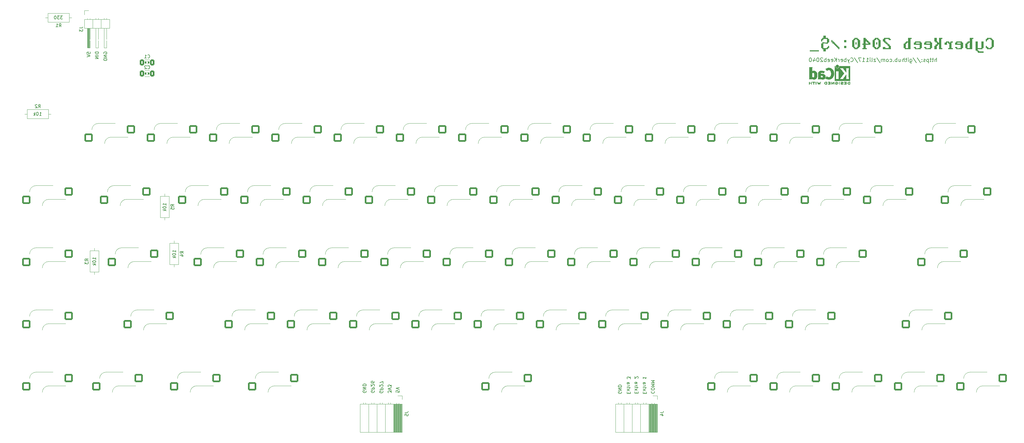
<source format=gbo>
G04 #@! TF.GenerationSoftware,KiCad,Pcbnew,7.0.7*
G04 #@! TF.CreationDate,2023-09-04T20:14:06-04:00*
G04 #@! TF.ProjectId,MainBoard,4d61696e-426f-4617-9264-2e6b69636164,rev?*
G04 #@! TF.SameCoordinates,Original*
G04 #@! TF.FileFunction,Legend,Bot*
G04 #@! TF.FilePolarity,Positive*
%FSLAX46Y46*%
G04 Gerber Fmt 4.6, Leading zero omitted, Abs format (unit mm)*
G04 Created by KiCad (PCBNEW 7.0.7) date 2023-09-04 20:14:06*
%MOMM*%
%LPD*%
G01*
G04 APERTURE LIST*
G04 Aperture macros list*
%AMRoundRect*
0 Rectangle with rounded corners*
0 $1 Rounding radius*
0 $2 $3 $4 $5 $6 $7 $8 $9 X,Y pos of 4 corners*
0 Add a 4 corners polygon primitive as box body*
4,1,4,$2,$3,$4,$5,$6,$7,$8,$9,$2,$3,0*
0 Add four circle primitives for the rounded corners*
1,1,$1+$1,$2,$3*
1,1,$1+$1,$4,$5*
1,1,$1+$1,$6,$7*
1,1,$1+$1,$8,$9*
0 Add four rect primitives between the rounded corners*
20,1,$1+$1,$2,$3,$4,$5,0*
20,1,$1+$1,$4,$5,$6,$7,0*
20,1,$1+$1,$6,$7,$8,$9,0*
20,1,$1+$1,$8,$9,$2,$3,0*%
G04 Aperture macros list end*
%ADD10C,0.150000*%
%ADD11C,0.500000*%
%ADD12C,0.200000*%
%ADD13C,0.120000*%
%ADD14C,0.010000*%
%ADD15RoundRect,0.250000X0.412500X0.650000X-0.412500X0.650000X-0.412500X-0.650000X0.412500X-0.650000X0*%
%ADD16RoundRect,0.140000X0.140000X0.170000X-0.140000X0.170000X-0.140000X-0.170000X0.140000X-0.170000X0*%
%ADD17R,1.600000X1.600000*%
%ADD18O,1.600000X1.600000*%
%ADD19C,3.200000*%
%ADD20C,3.048000*%
%ADD21C,3.987800*%
%ADD22R,1.700000X1.700000*%
%ADD23O,1.700000X1.700000*%
%ADD24C,2.750000*%
%ADD25R,2.000000X2.000000*%
%ADD26C,2.000000*%
%ADD27O,1.800000X1.800000*%
%ADD28O,1.500000X1.500000*%
%ADD29C,1.750000*%
%ADD30C,3.050000*%
%ADD31C,4.000000*%
%ADD32RoundRect,0.250000X1.025000X1.000000X-1.025000X1.000000X-1.025000X-1.000000X1.025000X-1.000000X0*%
%ADD33C,1.600000*%
G04 APERTURE END LIST*
D10*
X118530180Y-124487030D02*
X118530180Y-124963220D01*
X118530180Y-124963220D02*
X118053990Y-125010839D01*
X118053990Y-125010839D02*
X118101609Y-124963220D01*
X118101609Y-124963220D02*
X118149228Y-124867982D01*
X118149228Y-124867982D02*
X118149228Y-124629887D01*
X118149228Y-124629887D02*
X118101609Y-124534649D01*
X118101609Y-124534649D02*
X118053990Y-124487030D01*
X118053990Y-124487030D02*
X117958752Y-124439411D01*
X117958752Y-124439411D02*
X117720657Y-124439411D01*
X117720657Y-124439411D02*
X117625419Y-124487030D01*
X117625419Y-124487030D02*
X117577800Y-124534649D01*
X117577800Y-124534649D02*
X117530180Y-124629887D01*
X117530180Y-124629887D02*
X117530180Y-124867982D01*
X117530180Y-124867982D02*
X117577800Y-124963220D01*
X117577800Y-124963220D02*
X117625419Y-125010839D01*
X118530180Y-124153696D02*
X117530180Y-123820363D01*
X117530180Y-123820363D02*
X118530180Y-123487030D01*
X50136419Y-82064388D02*
X50136419Y-81492960D01*
X50136419Y-81778674D02*
X49136419Y-81778674D01*
X49136419Y-81778674D02*
X49279276Y-81683436D01*
X49279276Y-81683436D02*
X49374514Y-81588198D01*
X49374514Y-81588198D02*
X49422133Y-81492960D01*
X49136419Y-82683436D02*
X49136419Y-82778674D01*
X49136419Y-82778674D02*
X49184038Y-82873912D01*
X49184038Y-82873912D02*
X49231657Y-82921531D01*
X49231657Y-82921531D02*
X49326895Y-82969150D01*
X49326895Y-82969150D02*
X49517371Y-83016769D01*
X49517371Y-83016769D02*
X49755466Y-83016769D01*
X49755466Y-83016769D02*
X49945942Y-82969150D01*
X49945942Y-82969150D02*
X50041180Y-82921531D01*
X50041180Y-82921531D02*
X50088800Y-82873912D01*
X50088800Y-82873912D02*
X50136419Y-82778674D01*
X50136419Y-82778674D02*
X50136419Y-82683436D01*
X50136419Y-82683436D02*
X50088800Y-82588198D01*
X50088800Y-82588198D02*
X50041180Y-82540579D01*
X50041180Y-82540579D02*
X49945942Y-82492960D01*
X49945942Y-82492960D02*
X49755466Y-82445341D01*
X49755466Y-82445341D02*
X49517371Y-82445341D01*
X49517371Y-82445341D02*
X49326895Y-82492960D01*
X49326895Y-82492960D02*
X49231657Y-82540579D01*
X49231657Y-82540579D02*
X49184038Y-82588198D01*
X49184038Y-82588198D02*
X49136419Y-82683436D01*
X50136419Y-83445341D02*
X49136419Y-83445341D01*
X49755466Y-83540579D02*
X50136419Y-83826293D01*
X49469752Y-83826293D02*
X49850704Y-83445341D01*
X25701619Y-84299588D02*
X25701619Y-83728160D01*
X25701619Y-84013874D02*
X24701619Y-84013874D01*
X24701619Y-84013874D02*
X24844476Y-83918636D01*
X24844476Y-83918636D02*
X24939714Y-83823398D01*
X24939714Y-83823398D02*
X24987333Y-83728160D01*
X24701619Y-84918636D02*
X24701619Y-85013874D01*
X24701619Y-85013874D02*
X24749238Y-85109112D01*
X24749238Y-85109112D02*
X24796857Y-85156731D01*
X24796857Y-85156731D02*
X24892095Y-85204350D01*
X24892095Y-85204350D02*
X25082571Y-85251969D01*
X25082571Y-85251969D02*
X25320666Y-85251969D01*
X25320666Y-85251969D02*
X25511142Y-85204350D01*
X25511142Y-85204350D02*
X25606380Y-85156731D01*
X25606380Y-85156731D02*
X25654000Y-85109112D01*
X25654000Y-85109112D02*
X25701619Y-85013874D01*
X25701619Y-85013874D02*
X25701619Y-84918636D01*
X25701619Y-84918636D02*
X25654000Y-84823398D01*
X25654000Y-84823398D02*
X25606380Y-84775779D01*
X25606380Y-84775779D02*
X25511142Y-84728160D01*
X25511142Y-84728160D02*
X25320666Y-84680541D01*
X25320666Y-84680541D02*
X25082571Y-84680541D01*
X25082571Y-84680541D02*
X24892095Y-84728160D01*
X24892095Y-84728160D02*
X24796857Y-84775779D01*
X24796857Y-84775779D02*
X24749238Y-84823398D01*
X24749238Y-84823398D02*
X24701619Y-84918636D01*
X25701619Y-85680541D02*
X24701619Y-85680541D01*
X25320666Y-85775779D02*
X25701619Y-86061493D01*
X25034952Y-86061493D02*
X25415904Y-85680541D01*
X191153990Y-125263220D02*
X191153990Y-124929887D01*
X190630180Y-124787030D02*
X190630180Y-125263220D01*
X190630180Y-125263220D02*
X191630180Y-125263220D01*
X191630180Y-125263220D02*
X191630180Y-124787030D01*
X190630180Y-124453696D02*
X191296847Y-123929887D01*
X191296847Y-124453696D02*
X190630180Y-123929887D01*
X191296847Y-123691791D02*
X191296847Y-123310839D01*
X191630180Y-123548934D02*
X190773038Y-123548934D01*
X190773038Y-123548934D02*
X190677800Y-123501315D01*
X190677800Y-123501315D02*
X190630180Y-123406077D01*
X190630180Y-123406077D02*
X190630180Y-123310839D01*
X190630180Y-122977505D02*
X191296847Y-122977505D01*
X191106371Y-122977505D02*
X191201609Y-122929886D01*
X191201609Y-122929886D02*
X191249228Y-122882267D01*
X191249228Y-122882267D02*
X191296847Y-122787029D01*
X191296847Y-122787029D02*
X191296847Y-122691791D01*
X190630180Y-121929886D02*
X191153990Y-121929886D01*
X191153990Y-121929886D02*
X191249228Y-121977505D01*
X191249228Y-121977505D02*
X191296847Y-122072743D01*
X191296847Y-122072743D02*
X191296847Y-122263219D01*
X191296847Y-122263219D02*
X191249228Y-122358457D01*
X190677800Y-121929886D02*
X190630180Y-122025124D01*
X190630180Y-122025124D02*
X190630180Y-122263219D01*
X190630180Y-122263219D02*
X190677800Y-122358457D01*
X190677800Y-122358457D02*
X190773038Y-122406076D01*
X190773038Y-122406076D02*
X190868276Y-122406076D01*
X190868276Y-122406076D02*
X190963514Y-122358457D01*
X190963514Y-122358457D02*
X191011133Y-122263219D01*
X191011133Y-122263219D02*
X191011133Y-122025124D01*
X191011133Y-122025124D02*
X191058752Y-121929886D01*
X191534942Y-120739409D02*
X191582561Y-120691790D01*
X191582561Y-120691790D02*
X191630180Y-120596552D01*
X191630180Y-120596552D02*
X191630180Y-120358457D01*
X191630180Y-120358457D02*
X191582561Y-120263219D01*
X191582561Y-120263219D02*
X191534942Y-120215600D01*
X191534942Y-120215600D02*
X191439704Y-120167981D01*
X191439704Y-120167981D02*
X191344466Y-120167981D01*
X191344466Y-120167981D02*
X191201609Y-120215600D01*
X191201609Y-120215600D02*
X190630180Y-120787028D01*
X190630180Y-120787028D02*
X190630180Y-120167981D01*
X26539819Y-20732979D02*
X25539819Y-20732979D01*
X25539819Y-20732979D02*
X25539819Y-20971074D01*
X25539819Y-20971074D02*
X25587438Y-21113931D01*
X25587438Y-21113931D02*
X25682676Y-21209169D01*
X25682676Y-21209169D02*
X25777914Y-21256788D01*
X25777914Y-21256788D02*
X25968390Y-21304407D01*
X25968390Y-21304407D02*
X26111247Y-21304407D01*
X26111247Y-21304407D02*
X26301723Y-21256788D01*
X26301723Y-21256788D02*
X26396961Y-21209169D01*
X26396961Y-21209169D02*
X26492200Y-21113931D01*
X26492200Y-21113931D02*
X26539819Y-20971074D01*
X26539819Y-20971074D02*
X26539819Y-20732979D01*
X26539819Y-21732979D02*
X25539819Y-21732979D01*
X26539819Y-22209169D02*
X25539819Y-22209169D01*
X25539819Y-22209169D02*
X26539819Y-22780597D01*
X26539819Y-22780597D02*
X25539819Y-22780597D01*
X188753990Y-125363220D02*
X188753990Y-125029887D01*
X188230180Y-124887030D02*
X188230180Y-125363220D01*
X188230180Y-125363220D02*
X189230180Y-125363220D01*
X189230180Y-125363220D02*
X189230180Y-124887030D01*
X188230180Y-124553696D02*
X188896847Y-124029887D01*
X188896847Y-124553696D02*
X188230180Y-124029887D01*
X188896847Y-123791791D02*
X188896847Y-123410839D01*
X189230180Y-123648934D02*
X188373038Y-123648934D01*
X188373038Y-123648934D02*
X188277800Y-123601315D01*
X188277800Y-123601315D02*
X188230180Y-123506077D01*
X188230180Y-123506077D02*
X188230180Y-123410839D01*
X188230180Y-123077505D02*
X188896847Y-123077505D01*
X188706371Y-123077505D02*
X188801609Y-123029886D01*
X188801609Y-123029886D02*
X188849228Y-122982267D01*
X188849228Y-122982267D02*
X188896847Y-122887029D01*
X188896847Y-122887029D02*
X188896847Y-122791791D01*
X188230180Y-122029886D02*
X188753990Y-122029886D01*
X188753990Y-122029886D02*
X188849228Y-122077505D01*
X188849228Y-122077505D02*
X188896847Y-122172743D01*
X188896847Y-122172743D02*
X188896847Y-122363219D01*
X188896847Y-122363219D02*
X188849228Y-122458457D01*
X188277800Y-122029886D02*
X188230180Y-122125124D01*
X188230180Y-122125124D02*
X188230180Y-122363219D01*
X188230180Y-122363219D02*
X188277800Y-122458457D01*
X188277800Y-122458457D02*
X188373038Y-122506076D01*
X188373038Y-122506076D02*
X188468276Y-122506076D01*
X188468276Y-122506076D02*
X188563514Y-122458457D01*
X188563514Y-122458457D02*
X188611133Y-122363219D01*
X188611133Y-122363219D02*
X188611133Y-122125124D01*
X188611133Y-122125124D02*
X188658752Y-122029886D01*
X189230180Y-120887028D02*
X189230180Y-120267981D01*
X189230180Y-120267981D02*
X188849228Y-120601314D01*
X188849228Y-120601314D02*
X188849228Y-120458457D01*
X188849228Y-120458457D02*
X188801609Y-120363219D01*
X188801609Y-120363219D02*
X188753990Y-120315600D01*
X188753990Y-120315600D02*
X188658752Y-120267981D01*
X188658752Y-120267981D02*
X188420657Y-120267981D01*
X188420657Y-120267981D02*
X188325419Y-120315600D01*
X188325419Y-120315600D02*
X188277800Y-120363219D01*
X188277800Y-120363219D02*
X188230180Y-120458457D01*
X188230180Y-120458457D02*
X188230180Y-120744171D01*
X188230180Y-120744171D02*
X188277800Y-120839409D01*
X188277800Y-120839409D02*
X188325419Y-120887028D01*
X193653990Y-125363220D02*
X193653990Y-125029887D01*
X193130180Y-124887030D02*
X193130180Y-125363220D01*
X193130180Y-125363220D02*
X194130180Y-125363220D01*
X194130180Y-125363220D02*
X194130180Y-124887030D01*
X193130180Y-124553696D02*
X193796847Y-124029887D01*
X193796847Y-124553696D02*
X193130180Y-124029887D01*
X193796847Y-123791791D02*
X193796847Y-123410839D01*
X194130180Y-123648934D02*
X193273038Y-123648934D01*
X193273038Y-123648934D02*
X193177800Y-123601315D01*
X193177800Y-123601315D02*
X193130180Y-123506077D01*
X193130180Y-123506077D02*
X193130180Y-123410839D01*
X193130180Y-123077505D02*
X193796847Y-123077505D01*
X193606371Y-123077505D02*
X193701609Y-123029886D01*
X193701609Y-123029886D02*
X193749228Y-122982267D01*
X193749228Y-122982267D02*
X193796847Y-122887029D01*
X193796847Y-122887029D02*
X193796847Y-122791791D01*
X193130180Y-122029886D02*
X193653990Y-122029886D01*
X193653990Y-122029886D02*
X193749228Y-122077505D01*
X193749228Y-122077505D02*
X193796847Y-122172743D01*
X193796847Y-122172743D02*
X193796847Y-122363219D01*
X193796847Y-122363219D02*
X193749228Y-122458457D01*
X193177800Y-122029886D02*
X193130180Y-122125124D01*
X193130180Y-122125124D02*
X193130180Y-122363219D01*
X193130180Y-122363219D02*
X193177800Y-122458457D01*
X193177800Y-122458457D02*
X193273038Y-122506076D01*
X193273038Y-122506076D02*
X193368276Y-122506076D01*
X193368276Y-122506076D02*
X193463514Y-122458457D01*
X193463514Y-122458457D02*
X193511133Y-122363219D01*
X193511133Y-122363219D02*
X193511133Y-122125124D01*
X193511133Y-122125124D02*
X193558752Y-122029886D01*
X193130180Y-120267981D02*
X193130180Y-120839409D01*
X193130180Y-120553695D02*
X194130180Y-120553695D01*
X194130180Y-120553695D02*
X193987323Y-120648933D01*
X193987323Y-120648933D02*
X193892085Y-120744171D01*
X193892085Y-120744171D02*
X193844466Y-120839409D01*
X22999819Y-21285369D02*
X22999819Y-20809179D01*
X22999819Y-20809179D02*
X23476009Y-20761560D01*
X23476009Y-20761560D02*
X23428390Y-20809179D01*
X23428390Y-20809179D02*
X23380771Y-20904417D01*
X23380771Y-20904417D02*
X23380771Y-21142512D01*
X23380771Y-21142512D02*
X23428390Y-21237750D01*
X23428390Y-21237750D02*
X23476009Y-21285369D01*
X23476009Y-21285369D02*
X23571247Y-21332988D01*
X23571247Y-21332988D02*
X23809342Y-21332988D01*
X23809342Y-21332988D02*
X23904580Y-21285369D01*
X23904580Y-21285369D02*
X23952200Y-21237750D01*
X23952200Y-21237750D02*
X23999819Y-21142512D01*
X23999819Y-21142512D02*
X23999819Y-20904417D01*
X23999819Y-20904417D02*
X23952200Y-20809179D01*
X23952200Y-20809179D02*
X23904580Y-20761560D01*
X22999819Y-21618703D02*
X23999819Y-21952036D01*
X23999819Y-21952036D02*
X22999819Y-22285369D01*
X108382561Y-124539411D02*
X108430180Y-124634649D01*
X108430180Y-124634649D02*
X108430180Y-124777506D01*
X108430180Y-124777506D02*
X108382561Y-124920363D01*
X108382561Y-124920363D02*
X108287323Y-125015601D01*
X108287323Y-125015601D02*
X108192085Y-125063220D01*
X108192085Y-125063220D02*
X108001609Y-125110839D01*
X108001609Y-125110839D02*
X107858752Y-125110839D01*
X107858752Y-125110839D02*
X107668276Y-125063220D01*
X107668276Y-125063220D02*
X107573038Y-125015601D01*
X107573038Y-125015601D02*
X107477800Y-124920363D01*
X107477800Y-124920363D02*
X107430180Y-124777506D01*
X107430180Y-124777506D02*
X107430180Y-124682268D01*
X107430180Y-124682268D02*
X107477800Y-124539411D01*
X107477800Y-124539411D02*
X107525419Y-124491792D01*
X107525419Y-124491792D02*
X107858752Y-124491792D01*
X107858752Y-124491792D02*
X107858752Y-124682268D01*
X107430180Y-124063220D02*
X108430180Y-124063220D01*
X108430180Y-124063220D02*
X107430180Y-123491792D01*
X107430180Y-123491792D02*
X108430180Y-123491792D01*
X107430180Y-123015601D02*
X108430180Y-123015601D01*
X108430180Y-123015601D02*
X108430180Y-122777506D01*
X108430180Y-122777506D02*
X108382561Y-122634649D01*
X108382561Y-122634649D02*
X108287323Y-122539411D01*
X108287323Y-122539411D02*
X108192085Y-122491792D01*
X108192085Y-122491792D02*
X108001609Y-122444173D01*
X108001609Y-122444173D02*
X107858752Y-122444173D01*
X107858752Y-122444173D02*
X107668276Y-122491792D01*
X107668276Y-122491792D02*
X107573038Y-122539411D01*
X107573038Y-122539411D02*
X107477800Y-122634649D01*
X107477800Y-122634649D02*
X107430180Y-122777506D01*
X107430180Y-122777506D02*
X107430180Y-123015601D01*
X195725419Y-124691792D02*
X195677800Y-124739411D01*
X195677800Y-124739411D02*
X195630180Y-124882268D01*
X195630180Y-124882268D02*
X195630180Y-124977506D01*
X195630180Y-124977506D02*
X195677800Y-125120363D01*
X195677800Y-125120363D02*
X195773038Y-125215601D01*
X195773038Y-125215601D02*
X195868276Y-125263220D01*
X195868276Y-125263220D02*
X196058752Y-125310839D01*
X196058752Y-125310839D02*
X196201609Y-125310839D01*
X196201609Y-125310839D02*
X196392085Y-125263220D01*
X196392085Y-125263220D02*
X196487323Y-125215601D01*
X196487323Y-125215601D02*
X196582561Y-125120363D01*
X196582561Y-125120363D02*
X196630180Y-124977506D01*
X196630180Y-124977506D02*
X196630180Y-124882268D01*
X196630180Y-124882268D02*
X196582561Y-124739411D01*
X196582561Y-124739411D02*
X196534942Y-124691792D01*
X196630180Y-124072744D02*
X196630180Y-123882268D01*
X196630180Y-123882268D02*
X196582561Y-123787030D01*
X196582561Y-123787030D02*
X196487323Y-123691792D01*
X196487323Y-123691792D02*
X196296847Y-123644173D01*
X196296847Y-123644173D02*
X195963514Y-123644173D01*
X195963514Y-123644173D02*
X195773038Y-123691792D01*
X195773038Y-123691792D02*
X195677800Y-123787030D01*
X195677800Y-123787030D02*
X195630180Y-123882268D01*
X195630180Y-123882268D02*
X195630180Y-124072744D01*
X195630180Y-124072744D02*
X195677800Y-124167982D01*
X195677800Y-124167982D02*
X195773038Y-124263220D01*
X195773038Y-124263220D02*
X195963514Y-124310839D01*
X195963514Y-124310839D02*
X196296847Y-124310839D01*
X196296847Y-124310839D02*
X196487323Y-124263220D01*
X196487323Y-124263220D02*
X196582561Y-124167982D01*
X196582561Y-124167982D02*
X196630180Y-124072744D01*
X195630180Y-123215601D02*
X196630180Y-123215601D01*
X196630180Y-123215601D02*
X195915895Y-122882268D01*
X195915895Y-122882268D02*
X196630180Y-122548935D01*
X196630180Y-122548935D02*
X195630180Y-122548935D01*
X195630180Y-122072744D02*
X196630180Y-122072744D01*
X196630180Y-122072744D02*
X195915895Y-121739411D01*
X195915895Y-121739411D02*
X196630180Y-121406078D01*
X196630180Y-121406078D02*
X195630180Y-121406078D01*
X116130180Y-125158458D02*
X116130180Y-124539411D01*
X116130180Y-124539411D02*
X115749228Y-124872744D01*
X115749228Y-124872744D02*
X115749228Y-124729887D01*
X115749228Y-124729887D02*
X115701609Y-124634649D01*
X115701609Y-124634649D02*
X115653990Y-124587030D01*
X115653990Y-124587030D02*
X115558752Y-124539411D01*
X115558752Y-124539411D02*
X115320657Y-124539411D01*
X115320657Y-124539411D02*
X115225419Y-124587030D01*
X115225419Y-124587030D02*
X115177800Y-124634649D01*
X115177800Y-124634649D02*
X115130180Y-124729887D01*
X115130180Y-124729887D02*
X115130180Y-125015601D01*
X115130180Y-125015601D02*
X115177800Y-125110839D01*
X115177800Y-125110839D02*
X115225419Y-125158458D01*
X116130180Y-124253696D02*
X115130180Y-123920363D01*
X115130180Y-123920363D02*
X116130180Y-123587030D01*
X116130180Y-123348934D02*
X116130180Y-122729887D01*
X116130180Y-122729887D02*
X115749228Y-123063220D01*
X115749228Y-123063220D02*
X115749228Y-122920363D01*
X115749228Y-122920363D02*
X115701609Y-122825125D01*
X115701609Y-122825125D02*
X115653990Y-122777506D01*
X115653990Y-122777506D02*
X115558752Y-122729887D01*
X115558752Y-122729887D02*
X115320657Y-122729887D01*
X115320657Y-122729887D02*
X115225419Y-122777506D01*
X115225419Y-122777506D02*
X115177800Y-122825125D01*
X115177800Y-122825125D02*
X115130180Y-122920363D01*
X115130180Y-122920363D02*
X115130180Y-123206077D01*
X115130180Y-123206077D02*
X115177800Y-123301315D01*
X115177800Y-123301315D02*
X115225419Y-123348934D01*
D11*
G36*
X298698051Y-16793091D02*
G01*
X299401470Y-16793091D01*
X299401470Y-17105722D01*
X299753180Y-17105722D01*
X299753180Y-19231612D01*
X299401470Y-19231612D01*
X299401470Y-19544242D01*
X298698051Y-19544242D01*
X298698051Y-19231612D01*
X298346341Y-19231612D01*
X298346341Y-18856455D01*
X297994632Y-18856455D01*
X297994632Y-19544242D01*
X298346341Y-19544242D01*
X298346341Y-19919400D01*
X299753180Y-19919400D01*
X299753180Y-19544242D01*
X300104890Y-19544242D01*
X300104890Y-19231612D01*
X300456600Y-19231612D01*
X300456600Y-17105722D01*
X300104890Y-17105722D01*
X300104890Y-16793091D01*
X299753180Y-16793091D01*
X299753180Y-16417934D01*
X298346341Y-16417934D01*
X298346341Y-16793091D01*
X297994632Y-16793091D01*
X297994632Y-17480879D01*
X298346341Y-17480879D01*
X298346341Y-17105722D01*
X298698051Y-17105722D01*
X298698051Y-16793091D01*
G37*
G36*
X297306844Y-20607187D02*
G01*
X295900005Y-20607187D01*
X295900005Y-20294557D01*
X295548295Y-20294557D01*
X295548295Y-19919400D01*
X296955134Y-19919400D01*
X296955134Y-19544242D01*
X297306844Y-19544242D01*
X297306844Y-17480879D01*
X296603424Y-17480879D01*
X296603424Y-19544242D01*
X295548295Y-19544242D01*
X295548295Y-17480879D01*
X294844876Y-17480879D01*
X294844876Y-20294557D01*
X295196586Y-20294557D01*
X295196586Y-20607187D01*
X295548295Y-20607187D01*
X295548295Y-20982344D01*
X297306844Y-20982344D01*
X297306844Y-20607187D01*
G37*
G36*
X294157088Y-16793091D02*
G01*
X293805378Y-16793091D01*
X293805378Y-19919400D01*
X292046830Y-19919400D01*
X292046830Y-19544242D01*
X292398539Y-19544242D01*
X293101959Y-19544242D01*
X293101959Y-17856036D01*
X292750249Y-17856036D01*
X292750249Y-18168667D01*
X292398539Y-18168667D01*
X292398539Y-19544242D01*
X292046830Y-19544242D01*
X291695120Y-19544242D01*
X291695120Y-18168667D01*
X292046830Y-18168667D01*
X292046830Y-17856036D01*
X292398539Y-17856036D01*
X292398539Y-17480879D01*
X293101959Y-17480879D01*
X293101959Y-16417934D01*
X294157088Y-16417934D01*
X294157088Y-16793091D01*
G37*
G36*
X290655623Y-17856036D02*
G01*
X291007332Y-17856036D01*
X291007332Y-19544242D01*
X290655623Y-19544242D01*
X290655623Y-19919400D01*
X288897074Y-19919400D01*
X288897074Y-19544242D01*
X288545364Y-19544242D01*
X288545364Y-19231612D01*
X289248784Y-19231612D01*
X289248784Y-19606769D01*
X290303913Y-19544242D01*
X290303913Y-18543824D01*
X288545364Y-18543824D01*
X288545364Y-17856036D01*
X288897074Y-17856036D01*
X289248784Y-17856036D01*
X289248784Y-18168667D01*
X290303913Y-18168667D01*
X290303913Y-17856036D01*
X289248784Y-17856036D01*
X288897074Y-17856036D01*
X288897074Y-17480879D01*
X290655623Y-17480879D01*
X290655623Y-17856036D01*
G37*
G36*
X286450738Y-18168667D02*
G01*
X286802447Y-18168667D01*
X286802447Y-19544242D01*
X286450738Y-19544242D01*
X286450738Y-19919400D01*
X287857576Y-19919400D01*
X287857576Y-19544242D01*
X287505867Y-19544242D01*
X287505867Y-17856036D01*
X287857576Y-17856036D01*
X287857576Y-17480879D01*
X287154157Y-17480879D01*
X287154157Y-17856036D01*
X286802447Y-17856036D01*
X286802447Y-17480879D01*
X285747318Y-17480879D01*
X285747318Y-17856036D01*
X285395609Y-17856036D01*
X285395609Y-18543824D01*
X286099028Y-18543824D01*
X286099028Y-17856036D01*
X286450738Y-17856036D01*
X286450738Y-18168667D01*
G37*
G36*
X282597563Y-17856036D02*
G01*
X282949272Y-17793510D01*
X282949272Y-18481298D01*
X282597563Y-18481298D01*
X282597563Y-18856455D01*
X282245853Y-18856455D01*
X282245853Y-19919400D01*
X282949272Y-19919400D01*
X282949272Y-18856455D01*
X283300982Y-18856455D01*
X283300982Y-18481298D01*
X283652692Y-18481298D01*
X283652692Y-19919400D01*
X284707821Y-19919400D01*
X284707821Y-19544242D01*
X284356111Y-19544242D01*
X284356111Y-16793091D01*
X284707821Y-16793091D01*
X284707821Y-16417934D01*
X283652692Y-16417934D01*
X283652692Y-17856036D01*
X283300982Y-17856036D01*
X283300982Y-17480879D01*
X282949272Y-17480879D01*
X282949272Y-16417934D01*
X282245853Y-16417934D01*
X282245853Y-17480879D01*
X282597563Y-17480879D01*
X282597563Y-17856036D01*
G37*
G36*
X281206355Y-17856036D02*
G01*
X281558065Y-17856036D01*
X281558065Y-19544242D01*
X281206355Y-19544242D01*
X281206355Y-19919400D01*
X279447807Y-19919400D01*
X279447807Y-19544242D01*
X279096097Y-19544242D01*
X279096097Y-19231612D01*
X279799516Y-19231612D01*
X279799516Y-19606769D01*
X280854646Y-19544242D01*
X280854646Y-18543824D01*
X279096097Y-18543824D01*
X279096097Y-17856036D01*
X279447807Y-17856036D01*
X279799516Y-17856036D01*
X279799516Y-18168667D01*
X280854646Y-18168667D01*
X280854646Y-17856036D01*
X279799516Y-17856036D01*
X279447807Y-17856036D01*
X279447807Y-17480879D01*
X281206355Y-17480879D01*
X281206355Y-17856036D01*
G37*
G36*
X278056600Y-17856036D02*
G01*
X278408309Y-17856036D01*
X278408309Y-19544242D01*
X278056600Y-19544242D01*
X278056600Y-19919400D01*
X276298051Y-19919400D01*
X276298051Y-19544242D01*
X275946341Y-19544242D01*
X275946341Y-19231612D01*
X276649761Y-19231612D01*
X276649761Y-19606769D01*
X277704890Y-19544242D01*
X277704890Y-18543824D01*
X275946341Y-18543824D01*
X275946341Y-17856036D01*
X276298051Y-17856036D01*
X276649761Y-17856036D01*
X276649761Y-18168667D01*
X277704890Y-18168667D01*
X277704890Y-17856036D01*
X276649761Y-17856036D01*
X276298051Y-17856036D01*
X276298051Y-17480879D01*
X278056600Y-17480879D01*
X278056600Y-17856036D01*
G37*
G36*
X275258553Y-16793091D02*
G01*
X274906844Y-16793091D01*
X274906844Y-19919400D01*
X273148295Y-19919400D01*
X273148295Y-19544242D01*
X273500005Y-19544242D01*
X274203424Y-19544242D01*
X274203424Y-17856036D01*
X273851715Y-17856036D01*
X273851715Y-18168667D01*
X273500005Y-18168667D01*
X273500005Y-19544242D01*
X273148295Y-19544242D01*
X272796586Y-19544242D01*
X272796586Y-18168667D01*
X273148295Y-18168667D01*
X273148295Y-17856036D01*
X273500005Y-17856036D01*
X273500005Y-17480879D01*
X274203424Y-17480879D01*
X274203424Y-16417934D01*
X275258553Y-16417934D01*
X275258553Y-16793091D01*
G37*
G36*
X268959042Y-18856455D02*
G01*
X268607332Y-18856455D01*
X268607332Y-18481298D01*
X268255623Y-18481298D01*
X268255623Y-18168667D01*
X267903913Y-18168667D01*
X267903913Y-17856036D01*
X267552203Y-17856036D01*
X267552203Y-17480879D01*
X267200493Y-17480879D01*
X267200493Y-16793091D01*
X268255623Y-16730565D01*
X268255623Y-17105722D01*
X268959042Y-17105722D01*
X268959042Y-16793091D01*
X268607332Y-16793091D01*
X268607332Y-16417934D01*
X266848784Y-16417934D01*
X266848784Y-16793091D01*
X266497074Y-16793091D01*
X266497074Y-17480879D01*
X266848784Y-17480879D01*
X266848784Y-17856036D01*
X267200493Y-17856036D01*
X267200493Y-18168667D01*
X267552203Y-18168667D01*
X267552203Y-18481298D01*
X267903913Y-18481298D01*
X267903913Y-18856455D01*
X268255623Y-18856455D01*
X268255623Y-19544242D01*
X267200493Y-19544242D01*
X267200493Y-19231612D01*
X266497074Y-19231612D01*
X266497074Y-19919400D01*
X268959042Y-19919400D01*
X268959042Y-18856455D01*
G37*
G36*
X264754157Y-18481298D02*
G01*
X264402447Y-18481298D01*
X264402447Y-17793510D01*
X264754157Y-17793510D01*
X264754157Y-18481298D01*
G37*
G36*
X265105867Y-16793091D02*
G01*
X265457576Y-16793091D01*
X265457576Y-17105722D01*
X265809286Y-17105722D01*
X265809286Y-19231612D01*
X265457576Y-19231612D01*
X265457576Y-19544242D01*
X265105867Y-19544242D01*
X265105867Y-19919400D01*
X264050738Y-19919400D01*
X264050738Y-19544242D01*
X263699028Y-19544242D01*
X263699028Y-19231612D01*
X264050738Y-19231612D01*
X264402447Y-19231612D01*
X264402447Y-19544242D01*
X264754157Y-19544242D01*
X264754157Y-19231612D01*
X265105867Y-19231612D01*
X265105867Y-17105722D01*
X264754157Y-17105722D01*
X264754157Y-16793091D01*
X264402447Y-16793091D01*
X264402447Y-17105722D01*
X264050738Y-17105722D01*
X264050738Y-19231612D01*
X263699028Y-19231612D01*
X263347318Y-19231612D01*
X263347318Y-17105722D01*
X263699028Y-17105722D01*
X263699028Y-16793091D01*
X264050738Y-16793091D01*
X264050738Y-16417934D01*
X265105867Y-16417934D01*
X265105867Y-16793091D01*
G37*
G36*
X261252692Y-16793091D02*
G01*
X261604401Y-16793091D01*
X261604401Y-17168248D01*
X261956111Y-17168248D01*
X261956111Y-17480879D01*
X262307821Y-17480879D01*
X262307821Y-17856036D01*
X262659530Y-17856036D01*
X262659530Y-18543824D01*
X261252692Y-18543824D01*
X261252692Y-19544242D01*
X261604401Y-19544242D01*
X261604401Y-19919400D01*
X260197563Y-19919400D01*
X260197563Y-19544242D01*
X260549272Y-19544242D01*
X260549272Y-18543824D01*
X260197563Y-18543824D01*
X260197563Y-18168667D01*
X260549272Y-18168667D01*
X260549272Y-17480879D01*
X261252692Y-17480879D01*
X261252692Y-18168667D01*
X261956111Y-18168667D01*
X261956111Y-17856036D01*
X261604401Y-17856036D01*
X261604401Y-17480879D01*
X261252692Y-17480879D01*
X260549272Y-17480879D01*
X260549272Y-16417934D01*
X261252692Y-16417934D01*
X261252692Y-16793091D01*
G37*
G36*
X258454646Y-18481298D02*
G01*
X258102936Y-18481298D01*
X258102936Y-17793510D01*
X258454646Y-17793510D01*
X258454646Y-18481298D01*
G37*
G36*
X258806355Y-16793091D02*
G01*
X259158065Y-16793091D01*
X259158065Y-17105722D01*
X259509775Y-17105722D01*
X259509775Y-19231612D01*
X259158065Y-19231612D01*
X259158065Y-19544242D01*
X258806355Y-19544242D01*
X258806355Y-19919400D01*
X257751226Y-19919400D01*
X257751226Y-19544242D01*
X257399516Y-19544242D01*
X257399516Y-19231612D01*
X257751226Y-19231612D01*
X258102936Y-19231612D01*
X258102936Y-19544242D01*
X258454646Y-19544242D01*
X258454646Y-19231612D01*
X258806355Y-19231612D01*
X258806355Y-17105722D01*
X258454646Y-17105722D01*
X258454646Y-16793091D01*
X258102936Y-16793091D01*
X258102936Y-17105722D01*
X257751226Y-17105722D01*
X257751226Y-19231612D01*
X257399516Y-19231612D01*
X257047807Y-19231612D01*
X257047807Y-17105722D01*
X257399516Y-17105722D01*
X257399516Y-16793091D01*
X257751226Y-16793091D01*
X257751226Y-16417934D01*
X258806355Y-16417934D01*
X258806355Y-16793091D01*
G37*
G36*
X255304890Y-18856455D02*
G01*
X254601470Y-18856455D01*
X254601470Y-19544242D01*
X255304890Y-19544242D01*
X255304890Y-18856455D01*
G37*
G36*
X255304890Y-17105722D02*
G01*
X254601470Y-17105722D01*
X254601470Y-17793510D01*
X255304890Y-17793510D01*
X255304890Y-17105722D01*
G37*
G36*
X251100005Y-18168667D02*
G01*
X251451715Y-18168667D01*
X251451715Y-18543824D01*
X251803424Y-18543824D01*
X251803424Y-18856455D01*
X252155134Y-18856455D01*
X252155134Y-19231612D01*
X252506844Y-19231612D01*
X252506844Y-19544242D01*
X252858553Y-19544242D01*
X252858553Y-19919400D01*
X253210263Y-19919400D01*
X253210263Y-19231612D01*
X252858553Y-19231612D01*
X252858553Y-18856455D01*
X252506844Y-18856455D01*
X252506844Y-18543824D01*
X252155134Y-18543824D01*
X252155134Y-18168667D01*
X251803424Y-18168667D01*
X251803424Y-17793510D01*
X251451715Y-17856036D01*
X251451715Y-17480879D01*
X251100005Y-17480879D01*
X251100005Y-17105722D01*
X250748295Y-17105722D01*
X250748295Y-17793510D01*
X251100005Y-17793510D01*
X251100005Y-18168667D01*
G37*
G36*
X248301959Y-16793091D02*
G01*
X249357088Y-16793091D01*
X249357088Y-17856036D01*
X247950249Y-17793510D01*
X247950249Y-18168667D01*
X247598539Y-18106141D01*
X247598539Y-19544242D01*
X247950249Y-19544242D01*
X247950249Y-19919400D01*
X248301959Y-19919400D01*
X248301959Y-20607187D01*
X249005378Y-20607187D01*
X249005378Y-19919400D01*
X249708798Y-19919400D01*
X249708798Y-19544242D01*
X250060507Y-19544242D01*
X250060507Y-18856455D01*
X249708798Y-18856455D01*
X249708798Y-19231612D01*
X249357088Y-19231612D01*
X249357088Y-19544242D01*
X248301959Y-19544242D01*
X248301959Y-18106141D01*
X249708798Y-18168667D01*
X249708798Y-17856036D01*
X250060507Y-17793510D01*
X250060507Y-16793091D01*
X249708798Y-16793091D01*
X249708798Y-16417934D01*
X249005378Y-16417934D01*
X249005378Y-15730146D01*
X248301959Y-15730146D01*
X248301959Y-16417934D01*
X247950249Y-16417934D01*
X247950249Y-16793091D01*
X247598539Y-16793091D01*
X247598539Y-17480879D01*
X247950249Y-17480879D01*
X247950249Y-17105722D01*
X248301959Y-17105722D01*
X248301959Y-16793091D01*
G37*
G36*
X246910752Y-20232030D02*
G01*
X244097074Y-20232030D01*
X244097074Y-20607187D01*
X246910752Y-20607187D01*
X246910752Y-20232030D01*
G37*
D10*
X186482561Y-124839411D02*
X186530180Y-124934649D01*
X186530180Y-124934649D02*
X186530180Y-125077506D01*
X186530180Y-125077506D02*
X186482561Y-125220363D01*
X186482561Y-125220363D02*
X186387323Y-125315601D01*
X186387323Y-125315601D02*
X186292085Y-125363220D01*
X186292085Y-125363220D02*
X186101609Y-125410839D01*
X186101609Y-125410839D02*
X185958752Y-125410839D01*
X185958752Y-125410839D02*
X185768276Y-125363220D01*
X185768276Y-125363220D02*
X185673038Y-125315601D01*
X185673038Y-125315601D02*
X185577800Y-125220363D01*
X185577800Y-125220363D02*
X185530180Y-125077506D01*
X185530180Y-125077506D02*
X185530180Y-124982268D01*
X185530180Y-124982268D02*
X185577800Y-124839411D01*
X185577800Y-124839411D02*
X185625419Y-124791792D01*
X185625419Y-124791792D02*
X185958752Y-124791792D01*
X185958752Y-124791792D02*
X185958752Y-124982268D01*
X185530180Y-124363220D02*
X186530180Y-124363220D01*
X186530180Y-124363220D02*
X185530180Y-123791792D01*
X185530180Y-123791792D02*
X186530180Y-123791792D01*
X185530180Y-123315601D02*
X186530180Y-123315601D01*
X186530180Y-123315601D02*
X186530180Y-123077506D01*
X186530180Y-123077506D02*
X186482561Y-122934649D01*
X186482561Y-122934649D02*
X186387323Y-122839411D01*
X186387323Y-122839411D02*
X186292085Y-122791792D01*
X186292085Y-122791792D02*
X186101609Y-122744173D01*
X186101609Y-122744173D02*
X185958752Y-122744173D01*
X185958752Y-122744173D02*
X185768276Y-122791792D01*
X185768276Y-122791792D02*
X185673038Y-122839411D01*
X185673038Y-122839411D02*
X185577800Y-122934649D01*
X185577800Y-122934649D02*
X185530180Y-123077506D01*
X185530180Y-123077506D02*
X185530180Y-123315601D01*
D12*
X282919707Y-23744142D02*
X282919707Y-22544142D01*
X282405422Y-23744142D02*
X282405422Y-23115571D01*
X282405422Y-23115571D02*
X282462564Y-23001285D01*
X282462564Y-23001285D02*
X282576850Y-22944142D01*
X282576850Y-22944142D02*
X282748279Y-22944142D01*
X282748279Y-22944142D02*
X282862564Y-23001285D01*
X282862564Y-23001285D02*
X282919707Y-23058428D01*
X282005422Y-22944142D02*
X281548279Y-22944142D01*
X281833993Y-22544142D02*
X281833993Y-23572714D01*
X281833993Y-23572714D02*
X281776850Y-23687000D01*
X281776850Y-23687000D02*
X281662565Y-23744142D01*
X281662565Y-23744142D02*
X281548279Y-23744142D01*
X281319708Y-22944142D02*
X280862565Y-22944142D01*
X281148279Y-22544142D02*
X281148279Y-23572714D01*
X281148279Y-23572714D02*
X281091136Y-23687000D01*
X281091136Y-23687000D02*
X280976851Y-23744142D01*
X280976851Y-23744142D02*
X280862565Y-23744142D01*
X280462565Y-22944142D02*
X280462565Y-24144142D01*
X280462565Y-23001285D02*
X280348280Y-22944142D01*
X280348280Y-22944142D02*
X280119708Y-22944142D01*
X280119708Y-22944142D02*
X280005422Y-23001285D01*
X280005422Y-23001285D02*
X279948280Y-23058428D01*
X279948280Y-23058428D02*
X279891137Y-23172714D01*
X279891137Y-23172714D02*
X279891137Y-23515571D01*
X279891137Y-23515571D02*
X279948280Y-23629857D01*
X279948280Y-23629857D02*
X280005422Y-23687000D01*
X280005422Y-23687000D02*
X280119708Y-23744142D01*
X280119708Y-23744142D02*
X280348280Y-23744142D01*
X280348280Y-23744142D02*
X280462565Y-23687000D01*
X279433994Y-23687000D02*
X279319708Y-23744142D01*
X279319708Y-23744142D02*
X279091137Y-23744142D01*
X279091137Y-23744142D02*
X278976851Y-23687000D01*
X278976851Y-23687000D02*
X278919708Y-23572714D01*
X278919708Y-23572714D02*
X278919708Y-23515571D01*
X278919708Y-23515571D02*
X278976851Y-23401285D01*
X278976851Y-23401285D02*
X279091137Y-23344142D01*
X279091137Y-23344142D02*
X279262566Y-23344142D01*
X279262566Y-23344142D02*
X279376851Y-23287000D01*
X279376851Y-23287000D02*
X279433994Y-23172714D01*
X279433994Y-23172714D02*
X279433994Y-23115571D01*
X279433994Y-23115571D02*
X279376851Y-23001285D01*
X279376851Y-23001285D02*
X279262566Y-22944142D01*
X279262566Y-22944142D02*
X279091137Y-22944142D01*
X279091137Y-22944142D02*
X278976851Y-23001285D01*
X278405422Y-23629857D02*
X278348279Y-23687000D01*
X278348279Y-23687000D02*
X278405422Y-23744142D01*
X278405422Y-23744142D02*
X278462565Y-23687000D01*
X278462565Y-23687000D02*
X278405422Y-23629857D01*
X278405422Y-23629857D02*
X278405422Y-23744142D01*
X278405422Y-23001285D02*
X278348279Y-23058428D01*
X278348279Y-23058428D02*
X278405422Y-23115571D01*
X278405422Y-23115571D02*
X278462565Y-23058428D01*
X278462565Y-23058428D02*
X278405422Y-23001285D01*
X278405422Y-23001285D02*
X278405422Y-23115571D01*
X276976850Y-22487000D02*
X278005422Y-24029857D01*
X275719707Y-22487000D02*
X276748279Y-24029857D01*
X274805422Y-22944142D02*
X274805422Y-23915571D01*
X274805422Y-23915571D02*
X274862564Y-24029857D01*
X274862564Y-24029857D02*
X274919707Y-24087000D01*
X274919707Y-24087000D02*
X275033993Y-24144142D01*
X275033993Y-24144142D02*
X275205422Y-24144142D01*
X275205422Y-24144142D02*
X275319707Y-24087000D01*
X274805422Y-23687000D02*
X274919707Y-23744142D01*
X274919707Y-23744142D02*
X275148279Y-23744142D01*
X275148279Y-23744142D02*
X275262564Y-23687000D01*
X275262564Y-23687000D02*
X275319707Y-23629857D01*
X275319707Y-23629857D02*
X275376850Y-23515571D01*
X275376850Y-23515571D02*
X275376850Y-23172714D01*
X275376850Y-23172714D02*
X275319707Y-23058428D01*
X275319707Y-23058428D02*
X275262564Y-23001285D01*
X275262564Y-23001285D02*
X275148279Y-22944142D01*
X275148279Y-22944142D02*
X274919707Y-22944142D01*
X274919707Y-22944142D02*
X274805422Y-23001285D01*
X274233993Y-23744142D02*
X274233993Y-22944142D01*
X274233993Y-22544142D02*
X274291136Y-22601285D01*
X274291136Y-22601285D02*
X274233993Y-22658428D01*
X274233993Y-22658428D02*
X274176850Y-22601285D01*
X274176850Y-22601285D02*
X274233993Y-22544142D01*
X274233993Y-22544142D02*
X274233993Y-22658428D01*
X273833993Y-22944142D02*
X273376850Y-22944142D01*
X273662564Y-22544142D02*
X273662564Y-23572714D01*
X273662564Y-23572714D02*
X273605421Y-23687000D01*
X273605421Y-23687000D02*
X273491136Y-23744142D01*
X273491136Y-23744142D02*
X273376850Y-23744142D01*
X272976850Y-23744142D02*
X272976850Y-22544142D01*
X272462565Y-23744142D02*
X272462565Y-23115571D01*
X272462565Y-23115571D02*
X272519707Y-23001285D01*
X272519707Y-23001285D02*
X272633993Y-22944142D01*
X272633993Y-22944142D02*
X272805422Y-22944142D01*
X272805422Y-22944142D02*
X272919707Y-23001285D01*
X272919707Y-23001285D02*
X272976850Y-23058428D01*
X271376851Y-22944142D02*
X271376851Y-23744142D01*
X271891136Y-22944142D02*
X271891136Y-23572714D01*
X271891136Y-23572714D02*
X271833993Y-23687000D01*
X271833993Y-23687000D02*
X271719708Y-23744142D01*
X271719708Y-23744142D02*
X271548279Y-23744142D01*
X271548279Y-23744142D02*
X271433993Y-23687000D01*
X271433993Y-23687000D02*
X271376851Y-23629857D01*
X270805422Y-23744142D02*
X270805422Y-22544142D01*
X270805422Y-23001285D02*
X270691137Y-22944142D01*
X270691137Y-22944142D02*
X270462565Y-22944142D01*
X270462565Y-22944142D02*
X270348279Y-23001285D01*
X270348279Y-23001285D02*
X270291137Y-23058428D01*
X270291137Y-23058428D02*
X270233994Y-23172714D01*
X270233994Y-23172714D02*
X270233994Y-23515571D01*
X270233994Y-23515571D02*
X270291137Y-23629857D01*
X270291137Y-23629857D02*
X270348279Y-23687000D01*
X270348279Y-23687000D02*
X270462565Y-23744142D01*
X270462565Y-23744142D02*
X270691137Y-23744142D01*
X270691137Y-23744142D02*
X270805422Y-23687000D01*
X269719708Y-23629857D02*
X269662565Y-23687000D01*
X269662565Y-23687000D02*
X269719708Y-23744142D01*
X269719708Y-23744142D02*
X269776851Y-23687000D01*
X269776851Y-23687000D02*
X269719708Y-23629857D01*
X269719708Y-23629857D02*
X269719708Y-23744142D01*
X268633994Y-23687000D02*
X268748279Y-23744142D01*
X268748279Y-23744142D02*
X268976851Y-23744142D01*
X268976851Y-23744142D02*
X269091136Y-23687000D01*
X269091136Y-23687000D02*
X269148279Y-23629857D01*
X269148279Y-23629857D02*
X269205422Y-23515571D01*
X269205422Y-23515571D02*
X269205422Y-23172714D01*
X269205422Y-23172714D02*
X269148279Y-23058428D01*
X269148279Y-23058428D02*
X269091136Y-23001285D01*
X269091136Y-23001285D02*
X268976851Y-22944142D01*
X268976851Y-22944142D02*
X268748279Y-22944142D01*
X268748279Y-22944142D02*
X268633994Y-23001285D01*
X267948280Y-23744142D02*
X268062565Y-23687000D01*
X268062565Y-23687000D02*
X268119708Y-23629857D01*
X268119708Y-23629857D02*
X268176851Y-23515571D01*
X268176851Y-23515571D02*
X268176851Y-23172714D01*
X268176851Y-23172714D02*
X268119708Y-23058428D01*
X268119708Y-23058428D02*
X268062565Y-23001285D01*
X268062565Y-23001285D02*
X267948280Y-22944142D01*
X267948280Y-22944142D02*
X267776851Y-22944142D01*
X267776851Y-22944142D02*
X267662565Y-23001285D01*
X267662565Y-23001285D02*
X267605423Y-23058428D01*
X267605423Y-23058428D02*
X267548280Y-23172714D01*
X267548280Y-23172714D02*
X267548280Y-23515571D01*
X267548280Y-23515571D02*
X267605423Y-23629857D01*
X267605423Y-23629857D02*
X267662565Y-23687000D01*
X267662565Y-23687000D02*
X267776851Y-23744142D01*
X267776851Y-23744142D02*
X267948280Y-23744142D01*
X267033994Y-23744142D02*
X267033994Y-22944142D01*
X267033994Y-23058428D02*
X266976851Y-23001285D01*
X266976851Y-23001285D02*
X266862566Y-22944142D01*
X266862566Y-22944142D02*
X266691137Y-22944142D01*
X266691137Y-22944142D02*
X266576851Y-23001285D01*
X266576851Y-23001285D02*
X266519709Y-23115571D01*
X266519709Y-23115571D02*
X266519709Y-23744142D01*
X266519709Y-23115571D02*
X266462566Y-23001285D01*
X266462566Y-23001285D02*
X266348280Y-22944142D01*
X266348280Y-22944142D02*
X266176851Y-22944142D01*
X266176851Y-22944142D02*
X266062566Y-23001285D01*
X266062566Y-23001285D02*
X266005423Y-23115571D01*
X266005423Y-23115571D02*
X266005423Y-23744142D01*
X264576851Y-22487000D02*
X265605423Y-24029857D01*
X264291137Y-22944142D02*
X263662566Y-22944142D01*
X263662566Y-22944142D02*
X264291137Y-23744142D01*
X264291137Y-23744142D02*
X263662566Y-23744142D01*
X263033994Y-23744142D02*
X263148279Y-23687000D01*
X263148279Y-23687000D02*
X263205422Y-23572714D01*
X263205422Y-23572714D02*
X263205422Y-22544142D01*
X262576851Y-23744142D02*
X262576851Y-22944142D01*
X262576851Y-22544142D02*
X262633994Y-22601285D01*
X262633994Y-22601285D02*
X262576851Y-22658428D01*
X262576851Y-22658428D02*
X262519708Y-22601285D01*
X262519708Y-22601285D02*
X262576851Y-22544142D01*
X262576851Y-22544142D02*
X262576851Y-22658428D01*
X261376851Y-23744142D02*
X262062565Y-23744142D01*
X261719708Y-23744142D02*
X261719708Y-22544142D01*
X261719708Y-22544142D02*
X261833994Y-22715571D01*
X261833994Y-22715571D02*
X261948279Y-22829857D01*
X261948279Y-22829857D02*
X262062565Y-22887000D01*
X260233994Y-23744142D02*
X260919708Y-23744142D01*
X260576851Y-23744142D02*
X260576851Y-22544142D01*
X260576851Y-22544142D02*
X260691137Y-22715571D01*
X260691137Y-22715571D02*
X260805422Y-22829857D01*
X260805422Y-22829857D02*
X260919708Y-22887000D01*
X259833994Y-22544142D02*
X259033994Y-22544142D01*
X259033994Y-22544142D02*
X259548280Y-23744142D01*
X257719708Y-22487000D02*
X258748280Y-24029857D01*
X256633994Y-23629857D02*
X256691137Y-23687000D01*
X256691137Y-23687000D02*
X256862565Y-23744142D01*
X256862565Y-23744142D02*
X256976851Y-23744142D01*
X256976851Y-23744142D02*
X257148280Y-23687000D01*
X257148280Y-23687000D02*
X257262565Y-23572714D01*
X257262565Y-23572714D02*
X257319708Y-23458428D01*
X257319708Y-23458428D02*
X257376851Y-23229857D01*
X257376851Y-23229857D02*
X257376851Y-23058428D01*
X257376851Y-23058428D02*
X257319708Y-22829857D01*
X257319708Y-22829857D02*
X257262565Y-22715571D01*
X257262565Y-22715571D02*
X257148280Y-22601285D01*
X257148280Y-22601285D02*
X256976851Y-22544142D01*
X256976851Y-22544142D02*
X256862565Y-22544142D01*
X256862565Y-22544142D02*
X256691137Y-22601285D01*
X256691137Y-22601285D02*
X256633994Y-22658428D01*
X256233994Y-22944142D02*
X255948280Y-23744142D01*
X255662565Y-22944142D02*
X255948280Y-23744142D01*
X255948280Y-23744142D02*
X256062565Y-24029857D01*
X256062565Y-24029857D02*
X256119708Y-24087000D01*
X256119708Y-24087000D02*
X256233994Y-24144142D01*
X255205422Y-23744142D02*
X255205422Y-22544142D01*
X255205422Y-23001285D02*
X255091137Y-22944142D01*
X255091137Y-22944142D02*
X254862565Y-22944142D01*
X254862565Y-22944142D02*
X254748279Y-23001285D01*
X254748279Y-23001285D02*
X254691137Y-23058428D01*
X254691137Y-23058428D02*
X254633994Y-23172714D01*
X254633994Y-23172714D02*
X254633994Y-23515571D01*
X254633994Y-23515571D02*
X254691137Y-23629857D01*
X254691137Y-23629857D02*
X254748279Y-23687000D01*
X254748279Y-23687000D02*
X254862565Y-23744142D01*
X254862565Y-23744142D02*
X255091137Y-23744142D01*
X255091137Y-23744142D02*
X255205422Y-23687000D01*
X253662565Y-23687000D02*
X253776851Y-23744142D01*
X253776851Y-23744142D02*
X254005423Y-23744142D01*
X254005423Y-23744142D02*
X254119708Y-23687000D01*
X254119708Y-23687000D02*
X254176851Y-23572714D01*
X254176851Y-23572714D02*
X254176851Y-23115571D01*
X254176851Y-23115571D02*
X254119708Y-23001285D01*
X254119708Y-23001285D02*
X254005423Y-22944142D01*
X254005423Y-22944142D02*
X253776851Y-22944142D01*
X253776851Y-22944142D02*
X253662565Y-23001285D01*
X253662565Y-23001285D02*
X253605423Y-23115571D01*
X253605423Y-23115571D02*
X253605423Y-23229857D01*
X253605423Y-23229857D02*
X254176851Y-23344142D01*
X253091137Y-23744142D02*
X253091137Y-22944142D01*
X253091137Y-23172714D02*
X253033994Y-23058428D01*
X253033994Y-23058428D02*
X252976852Y-23001285D01*
X252976852Y-23001285D02*
X252862566Y-22944142D01*
X252862566Y-22944142D02*
X252748280Y-22944142D01*
X252348280Y-23744142D02*
X252348280Y-22544142D01*
X251662566Y-23744142D02*
X252176852Y-23058428D01*
X251662566Y-22544142D02*
X252348280Y-23229857D01*
X250691137Y-23687000D02*
X250805423Y-23744142D01*
X250805423Y-23744142D02*
X251033995Y-23744142D01*
X251033995Y-23744142D02*
X251148280Y-23687000D01*
X251148280Y-23687000D02*
X251205423Y-23572714D01*
X251205423Y-23572714D02*
X251205423Y-23115571D01*
X251205423Y-23115571D02*
X251148280Y-23001285D01*
X251148280Y-23001285D02*
X251033995Y-22944142D01*
X251033995Y-22944142D02*
X250805423Y-22944142D01*
X250805423Y-22944142D02*
X250691137Y-23001285D01*
X250691137Y-23001285D02*
X250633995Y-23115571D01*
X250633995Y-23115571D02*
X250633995Y-23229857D01*
X250633995Y-23229857D02*
X251205423Y-23344142D01*
X249662566Y-23687000D02*
X249776852Y-23744142D01*
X249776852Y-23744142D02*
X250005424Y-23744142D01*
X250005424Y-23744142D02*
X250119709Y-23687000D01*
X250119709Y-23687000D02*
X250176852Y-23572714D01*
X250176852Y-23572714D02*
X250176852Y-23115571D01*
X250176852Y-23115571D02*
X250119709Y-23001285D01*
X250119709Y-23001285D02*
X250005424Y-22944142D01*
X250005424Y-22944142D02*
X249776852Y-22944142D01*
X249776852Y-22944142D02*
X249662566Y-23001285D01*
X249662566Y-23001285D02*
X249605424Y-23115571D01*
X249605424Y-23115571D02*
X249605424Y-23229857D01*
X249605424Y-23229857D02*
X250176852Y-23344142D01*
X249091138Y-23744142D02*
X249091138Y-22544142D01*
X249091138Y-23001285D02*
X248976853Y-22944142D01*
X248976853Y-22944142D02*
X248748281Y-22944142D01*
X248748281Y-22944142D02*
X248633995Y-23001285D01*
X248633995Y-23001285D02*
X248576853Y-23058428D01*
X248576853Y-23058428D02*
X248519710Y-23172714D01*
X248519710Y-23172714D02*
X248519710Y-23515571D01*
X248519710Y-23515571D02*
X248576853Y-23629857D01*
X248576853Y-23629857D02*
X248633995Y-23687000D01*
X248633995Y-23687000D02*
X248748281Y-23744142D01*
X248748281Y-23744142D02*
X248976853Y-23744142D01*
X248976853Y-23744142D02*
X249091138Y-23687000D01*
X248062567Y-22658428D02*
X248005424Y-22601285D01*
X248005424Y-22601285D02*
X247891139Y-22544142D01*
X247891139Y-22544142D02*
X247605424Y-22544142D01*
X247605424Y-22544142D02*
X247491139Y-22601285D01*
X247491139Y-22601285D02*
X247433996Y-22658428D01*
X247433996Y-22658428D02*
X247376853Y-22772714D01*
X247376853Y-22772714D02*
X247376853Y-22887000D01*
X247376853Y-22887000D02*
X247433996Y-23058428D01*
X247433996Y-23058428D02*
X248119710Y-23744142D01*
X248119710Y-23744142D02*
X247376853Y-23744142D01*
X246633996Y-22544142D02*
X246519710Y-22544142D01*
X246519710Y-22544142D02*
X246405424Y-22601285D01*
X246405424Y-22601285D02*
X246348282Y-22658428D01*
X246348282Y-22658428D02*
X246291139Y-22772714D01*
X246291139Y-22772714D02*
X246233996Y-23001285D01*
X246233996Y-23001285D02*
X246233996Y-23287000D01*
X246233996Y-23287000D02*
X246291139Y-23515571D01*
X246291139Y-23515571D02*
X246348282Y-23629857D01*
X246348282Y-23629857D02*
X246405424Y-23687000D01*
X246405424Y-23687000D02*
X246519710Y-23744142D01*
X246519710Y-23744142D02*
X246633996Y-23744142D01*
X246633996Y-23744142D02*
X246748282Y-23687000D01*
X246748282Y-23687000D02*
X246805424Y-23629857D01*
X246805424Y-23629857D02*
X246862567Y-23515571D01*
X246862567Y-23515571D02*
X246919710Y-23287000D01*
X246919710Y-23287000D02*
X246919710Y-23001285D01*
X246919710Y-23001285D02*
X246862567Y-22772714D01*
X246862567Y-22772714D02*
X246805424Y-22658428D01*
X246805424Y-22658428D02*
X246748282Y-22601285D01*
X246748282Y-22601285D02*
X246633996Y-22544142D01*
X245205425Y-22944142D02*
X245205425Y-23744142D01*
X245491139Y-22487000D02*
X245776853Y-23344142D01*
X245776853Y-23344142D02*
X245033996Y-23344142D01*
X244348282Y-22544142D02*
X244233996Y-22544142D01*
X244233996Y-22544142D02*
X244119710Y-22601285D01*
X244119710Y-22601285D02*
X244062568Y-22658428D01*
X244062568Y-22658428D02*
X244005425Y-22772714D01*
X244005425Y-22772714D02*
X243948282Y-23001285D01*
X243948282Y-23001285D02*
X243948282Y-23287000D01*
X243948282Y-23287000D02*
X244005425Y-23515571D01*
X244005425Y-23515571D02*
X244062568Y-23629857D01*
X244062568Y-23629857D02*
X244119710Y-23687000D01*
X244119710Y-23687000D02*
X244233996Y-23744142D01*
X244233996Y-23744142D02*
X244348282Y-23744142D01*
X244348282Y-23744142D02*
X244462568Y-23687000D01*
X244462568Y-23687000D02*
X244519710Y-23629857D01*
X244519710Y-23629857D02*
X244576853Y-23515571D01*
X244576853Y-23515571D02*
X244633996Y-23287000D01*
X244633996Y-23287000D02*
X244633996Y-23001285D01*
X244633996Y-23001285D02*
X244576853Y-22772714D01*
X244576853Y-22772714D02*
X244519710Y-22658428D01*
X244519710Y-22658428D02*
X244462568Y-22601285D01*
X244462568Y-22601285D02*
X244348282Y-22544142D01*
D10*
X28152838Y-21282188D02*
X28105219Y-21186950D01*
X28105219Y-21186950D02*
X28105219Y-21044093D01*
X28105219Y-21044093D02*
X28152838Y-20901236D01*
X28152838Y-20901236D02*
X28248076Y-20805998D01*
X28248076Y-20805998D02*
X28343314Y-20758379D01*
X28343314Y-20758379D02*
X28533790Y-20710760D01*
X28533790Y-20710760D02*
X28676647Y-20710760D01*
X28676647Y-20710760D02*
X28867123Y-20758379D01*
X28867123Y-20758379D02*
X28962361Y-20805998D01*
X28962361Y-20805998D02*
X29057600Y-20901236D01*
X29057600Y-20901236D02*
X29105219Y-21044093D01*
X29105219Y-21044093D02*
X29105219Y-21139331D01*
X29105219Y-21139331D02*
X29057600Y-21282188D01*
X29057600Y-21282188D02*
X29009980Y-21329807D01*
X29009980Y-21329807D02*
X28676647Y-21329807D01*
X28676647Y-21329807D02*
X28676647Y-21139331D01*
X29105219Y-21758379D02*
X28105219Y-21758379D01*
X28105219Y-21758379D02*
X29105219Y-22329807D01*
X29105219Y-22329807D02*
X28105219Y-22329807D01*
X29105219Y-22805998D02*
X28105219Y-22805998D01*
X28105219Y-22805998D02*
X28105219Y-23044093D01*
X28105219Y-23044093D02*
X28152838Y-23186950D01*
X28152838Y-23186950D02*
X28248076Y-23282188D01*
X28248076Y-23282188D02*
X28343314Y-23329807D01*
X28343314Y-23329807D02*
X28533790Y-23377426D01*
X28533790Y-23377426D02*
X28676647Y-23377426D01*
X28676647Y-23377426D02*
X28867123Y-23329807D01*
X28867123Y-23329807D02*
X28962361Y-23282188D01*
X28962361Y-23282188D02*
X29057600Y-23186950D01*
X29057600Y-23186950D02*
X29105219Y-23044093D01*
X29105219Y-23044093D02*
X29105219Y-22805998D01*
X15531858Y-9664819D02*
X14912811Y-9664819D01*
X14912811Y-9664819D02*
X15246144Y-10045771D01*
X15246144Y-10045771D02*
X15103287Y-10045771D01*
X15103287Y-10045771D02*
X15008049Y-10093390D01*
X15008049Y-10093390D02*
X14960430Y-10141009D01*
X14960430Y-10141009D02*
X14912811Y-10236247D01*
X14912811Y-10236247D02*
X14912811Y-10474342D01*
X14912811Y-10474342D02*
X14960430Y-10569580D01*
X14960430Y-10569580D02*
X15008049Y-10617200D01*
X15008049Y-10617200D02*
X15103287Y-10664819D01*
X15103287Y-10664819D02*
X15389001Y-10664819D01*
X15389001Y-10664819D02*
X15484239Y-10617200D01*
X15484239Y-10617200D02*
X15531858Y-10569580D01*
X14579477Y-9664819D02*
X13960430Y-9664819D01*
X13960430Y-9664819D02*
X14293763Y-10045771D01*
X14293763Y-10045771D02*
X14150906Y-10045771D01*
X14150906Y-10045771D02*
X14055668Y-10093390D01*
X14055668Y-10093390D02*
X14008049Y-10141009D01*
X14008049Y-10141009D02*
X13960430Y-10236247D01*
X13960430Y-10236247D02*
X13960430Y-10474342D01*
X13960430Y-10474342D02*
X14008049Y-10569580D01*
X14008049Y-10569580D02*
X14055668Y-10617200D01*
X14055668Y-10617200D02*
X14150906Y-10664819D01*
X14150906Y-10664819D02*
X14436620Y-10664819D01*
X14436620Y-10664819D02*
X14531858Y-10617200D01*
X14531858Y-10617200D02*
X14579477Y-10569580D01*
X13341382Y-9664819D02*
X13246144Y-9664819D01*
X13246144Y-9664819D02*
X13150906Y-9712438D01*
X13150906Y-9712438D02*
X13103287Y-9760057D01*
X13103287Y-9760057D02*
X13055668Y-9855295D01*
X13055668Y-9855295D02*
X13008049Y-10045771D01*
X13008049Y-10045771D02*
X13008049Y-10283866D01*
X13008049Y-10283866D02*
X13055668Y-10474342D01*
X13055668Y-10474342D02*
X13103287Y-10569580D01*
X13103287Y-10569580D02*
X13150906Y-10617200D01*
X13150906Y-10617200D02*
X13246144Y-10664819D01*
X13246144Y-10664819D02*
X13341382Y-10664819D01*
X13341382Y-10664819D02*
X13436620Y-10617200D01*
X13436620Y-10617200D02*
X13484239Y-10569580D01*
X13484239Y-10569580D02*
X13531858Y-10474342D01*
X13531858Y-10474342D02*
X13579477Y-10283866D01*
X13579477Y-10283866D02*
X13579477Y-10045771D01*
X13579477Y-10045771D02*
X13531858Y-9855295D01*
X13531858Y-9855295D02*
X13484239Y-9760057D01*
X13484239Y-9760057D02*
X13436620Y-9712438D01*
X13436620Y-9712438D02*
X13341382Y-9664819D01*
X8461211Y-40179619D02*
X9032639Y-40179619D01*
X8746925Y-40179619D02*
X8746925Y-39179619D01*
X8746925Y-39179619D02*
X8842163Y-39322476D01*
X8842163Y-39322476D02*
X8937401Y-39417714D01*
X8937401Y-39417714D02*
X9032639Y-39465333D01*
X7842163Y-39179619D02*
X7746925Y-39179619D01*
X7746925Y-39179619D02*
X7651687Y-39227238D01*
X7651687Y-39227238D02*
X7604068Y-39274857D01*
X7604068Y-39274857D02*
X7556449Y-39370095D01*
X7556449Y-39370095D02*
X7508830Y-39560571D01*
X7508830Y-39560571D02*
X7508830Y-39798666D01*
X7508830Y-39798666D02*
X7556449Y-39989142D01*
X7556449Y-39989142D02*
X7604068Y-40084380D01*
X7604068Y-40084380D02*
X7651687Y-40132000D01*
X7651687Y-40132000D02*
X7746925Y-40179619D01*
X7746925Y-40179619D02*
X7842163Y-40179619D01*
X7842163Y-40179619D02*
X7937401Y-40132000D01*
X7937401Y-40132000D02*
X7985020Y-40084380D01*
X7985020Y-40084380D02*
X8032639Y-39989142D01*
X8032639Y-39989142D02*
X8080258Y-39798666D01*
X8080258Y-39798666D02*
X8080258Y-39560571D01*
X8080258Y-39560571D02*
X8032639Y-39370095D01*
X8032639Y-39370095D02*
X7985020Y-39274857D01*
X7985020Y-39274857D02*
X7937401Y-39227238D01*
X7937401Y-39227238D02*
X7842163Y-39179619D01*
X7080258Y-40179619D02*
X7080258Y-39179619D01*
X6985020Y-39798666D02*
X6699306Y-40179619D01*
X6699306Y-39512952D02*
X7080258Y-39893904D01*
X110882561Y-124539411D02*
X110930180Y-124634649D01*
X110930180Y-124634649D02*
X110930180Y-124777506D01*
X110930180Y-124777506D02*
X110882561Y-124920363D01*
X110882561Y-124920363D02*
X110787323Y-125015601D01*
X110787323Y-125015601D02*
X110692085Y-125063220D01*
X110692085Y-125063220D02*
X110501609Y-125110839D01*
X110501609Y-125110839D02*
X110358752Y-125110839D01*
X110358752Y-125110839D02*
X110168276Y-125063220D01*
X110168276Y-125063220D02*
X110073038Y-125015601D01*
X110073038Y-125015601D02*
X109977800Y-124920363D01*
X109977800Y-124920363D02*
X109930180Y-124777506D01*
X109930180Y-124777506D02*
X109930180Y-124682268D01*
X109930180Y-124682268D02*
X109977800Y-124539411D01*
X109977800Y-124539411D02*
X110025419Y-124491792D01*
X110025419Y-124491792D02*
X110358752Y-124491792D01*
X110358752Y-124491792D02*
X110358752Y-124682268D01*
X109930180Y-124063220D02*
X110930180Y-124063220D01*
X110930180Y-124063220D02*
X110930180Y-123682268D01*
X110930180Y-123682268D02*
X110882561Y-123587030D01*
X110882561Y-123587030D02*
X110834942Y-123539411D01*
X110834942Y-123539411D02*
X110739704Y-123491792D01*
X110739704Y-123491792D02*
X110596847Y-123491792D01*
X110596847Y-123491792D02*
X110501609Y-123539411D01*
X110501609Y-123539411D02*
X110453990Y-123587030D01*
X110453990Y-123587030D02*
X110406371Y-123682268D01*
X110406371Y-123682268D02*
X110406371Y-124063220D01*
X110834942Y-123110839D02*
X110882561Y-123063220D01*
X110882561Y-123063220D02*
X110930180Y-122967982D01*
X110930180Y-122967982D02*
X110930180Y-122729887D01*
X110930180Y-122729887D02*
X110882561Y-122634649D01*
X110882561Y-122634649D02*
X110834942Y-122587030D01*
X110834942Y-122587030D02*
X110739704Y-122539411D01*
X110739704Y-122539411D02*
X110644466Y-122539411D01*
X110644466Y-122539411D02*
X110501609Y-122587030D01*
X110501609Y-122587030D02*
X109930180Y-123158458D01*
X109930180Y-123158458D02*
X109930180Y-122539411D01*
X110930180Y-121682268D02*
X110930180Y-121872744D01*
X110930180Y-121872744D02*
X110882561Y-121967982D01*
X110882561Y-121967982D02*
X110834942Y-122015601D01*
X110834942Y-122015601D02*
X110692085Y-122110839D01*
X110692085Y-122110839D02*
X110501609Y-122158458D01*
X110501609Y-122158458D02*
X110120657Y-122158458D01*
X110120657Y-122158458D02*
X110025419Y-122110839D01*
X110025419Y-122110839D02*
X109977800Y-122063220D01*
X109977800Y-122063220D02*
X109930180Y-121967982D01*
X109930180Y-121967982D02*
X109930180Y-121777506D01*
X109930180Y-121777506D02*
X109977800Y-121682268D01*
X109977800Y-121682268D02*
X110025419Y-121634649D01*
X110025419Y-121634649D02*
X110120657Y-121587030D01*
X110120657Y-121587030D02*
X110358752Y-121587030D01*
X110358752Y-121587030D02*
X110453990Y-121634649D01*
X110453990Y-121634649D02*
X110501609Y-121682268D01*
X110501609Y-121682268D02*
X110549228Y-121777506D01*
X110549228Y-121777506D02*
X110549228Y-121967982D01*
X110549228Y-121967982D02*
X110501609Y-122063220D01*
X110501609Y-122063220D02*
X110453990Y-122110839D01*
X110453990Y-122110839D02*
X110358752Y-122158458D01*
X47215419Y-67687988D02*
X47215419Y-67116560D01*
X47215419Y-67402274D02*
X46215419Y-67402274D01*
X46215419Y-67402274D02*
X46358276Y-67307036D01*
X46358276Y-67307036D02*
X46453514Y-67211798D01*
X46453514Y-67211798D02*
X46501133Y-67116560D01*
X46215419Y-68307036D02*
X46215419Y-68402274D01*
X46215419Y-68402274D02*
X46263038Y-68497512D01*
X46263038Y-68497512D02*
X46310657Y-68545131D01*
X46310657Y-68545131D02*
X46405895Y-68592750D01*
X46405895Y-68592750D02*
X46596371Y-68640369D01*
X46596371Y-68640369D02*
X46834466Y-68640369D01*
X46834466Y-68640369D02*
X47024942Y-68592750D01*
X47024942Y-68592750D02*
X47120180Y-68545131D01*
X47120180Y-68545131D02*
X47167800Y-68497512D01*
X47167800Y-68497512D02*
X47215419Y-68402274D01*
X47215419Y-68402274D02*
X47215419Y-68307036D01*
X47215419Y-68307036D02*
X47167800Y-68211798D01*
X47167800Y-68211798D02*
X47120180Y-68164179D01*
X47120180Y-68164179D02*
X47024942Y-68116560D01*
X47024942Y-68116560D02*
X46834466Y-68068941D01*
X46834466Y-68068941D02*
X46596371Y-68068941D01*
X46596371Y-68068941D02*
X46405895Y-68116560D01*
X46405895Y-68116560D02*
X46310657Y-68164179D01*
X46310657Y-68164179D02*
X46263038Y-68211798D01*
X46263038Y-68211798D02*
X46215419Y-68307036D01*
X47215419Y-69068941D02*
X46215419Y-69068941D01*
X46834466Y-69164179D02*
X47215419Y-69449893D01*
X46548752Y-69449893D02*
X46929704Y-69068941D01*
X113482561Y-124639411D02*
X113530180Y-124734649D01*
X113530180Y-124734649D02*
X113530180Y-124877506D01*
X113530180Y-124877506D02*
X113482561Y-125020363D01*
X113482561Y-125020363D02*
X113387323Y-125115601D01*
X113387323Y-125115601D02*
X113292085Y-125163220D01*
X113292085Y-125163220D02*
X113101609Y-125210839D01*
X113101609Y-125210839D02*
X112958752Y-125210839D01*
X112958752Y-125210839D02*
X112768276Y-125163220D01*
X112768276Y-125163220D02*
X112673038Y-125115601D01*
X112673038Y-125115601D02*
X112577800Y-125020363D01*
X112577800Y-125020363D02*
X112530180Y-124877506D01*
X112530180Y-124877506D02*
X112530180Y-124782268D01*
X112530180Y-124782268D02*
X112577800Y-124639411D01*
X112577800Y-124639411D02*
X112625419Y-124591792D01*
X112625419Y-124591792D02*
X112958752Y-124591792D01*
X112958752Y-124591792D02*
X112958752Y-124782268D01*
X112530180Y-124163220D02*
X113530180Y-124163220D01*
X113530180Y-124163220D02*
X113530180Y-123782268D01*
X113530180Y-123782268D02*
X113482561Y-123687030D01*
X113482561Y-123687030D02*
X113434942Y-123639411D01*
X113434942Y-123639411D02*
X113339704Y-123591792D01*
X113339704Y-123591792D02*
X113196847Y-123591792D01*
X113196847Y-123591792D02*
X113101609Y-123639411D01*
X113101609Y-123639411D02*
X113053990Y-123687030D01*
X113053990Y-123687030D02*
X113006371Y-123782268D01*
X113006371Y-123782268D02*
X113006371Y-124163220D01*
X113434942Y-123210839D02*
X113482561Y-123163220D01*
X113482561Y-123163220D02*
X113530180Y-123067982D01*
X113530180Y-123067982D02*
X113530180Y-122829887D01*
X113530180Y-122829887D02*
X113482561Y-122734649D01*
X113482561Y-122734649D02*
X113434942Y-122687030D01*
X113434942Y-122687030D02*
X113339704Y-122639411D01*
X113339704Y-122639411D02*
X113244466Y-122639411D01*
X113244466Y-122639411D02*
X113101609Y-122687030D01*
X113101609Y-122687030D02*
X112530180Y-123258458D01*
X112530180Y-123258458D02*
X112530180Y-122639411D01*
X113530180Y-122306077D02*
X113530180Y-121639411D01*
X113530180Y-121639411D02*
X112530180Y-122067982D01*
X41568666Y-25839980D02*
X41616285Y-25887600D01*
X41616285Y-25887600D02*
X41759142Y-25935219D01*
X41759142Y-25935219D02*
X41854380Y-25935219D01*
X41854380Y-25935219D02*
X41997237Y-25887600D01*
X41997237Y-25887600D02*
X42092475Y-25792361D01*
X42092475Y-25792361D02*
X42140094Y-25697123D01*
X42140094Y-25697123D02*
X42187713Y-25506647D01*
X42187713Y-25506647D02*
X42187713Y-25363790D01*
X42187713Y-25363790D02*
X42140094Y-25173314D01*
X42140094Y-25173314D02*
X42092475Y-25078076D01*
X42092475Y-25078076D02*
X41997237Y-24982838D01*
X41997237Y-24982838D02*
X41854380Y-24935219D01*
X41854380Y-24935219D02*
X41759142Y-24935219D01*
X41759142Y-24935219D02*
X41616285Y-24982838D01*
X41616285Y-24982838D02*
X41568666Y-25030457D01*
X41187713Y-25030457D02*
X41140094Y-24982838D01*
X41140094Y-24982838D02*
X41044856Y-24935219D01*
X41044856Y-24935219D02*
X40806761Y-24935219D01*
X40806761Y-24935219D02*
X40711523Y-24982838D01*
X40711523Y-24982838D02*
X40663904Y-25030457D01*
X40663904Y-25030457D02*
X40616285Y-25125695D01*
X40616285Y-25125695D02*
X40616285Y-25220933D01*
X40616285Y-25220933D02*
X40663904Y-25363790D01*
X40663904Y-25363790D02*
X41235332Y-25935219D01*
X41235332Y-25935219D02*
X40616285Y-25935219D01*
X41568666Y-22489980D02*
X41616285Y-22537600D01*
X41616285Y-22537600D02*
X41759142Y-22585219D01*
X41759142Y-22585219D02*
X41854380Y-22585219D01*
X41854380Y-22585219D02*
X41997237Y-22537600D01*
X41997237Y-22537600D02*
X42092475Y-22442361D01*
X42092475Y-22442361D02*
X42140094Y-22347123D01*
X42140094Y-22347123D02*
X42187713Y-22156647D01*
X42187713Y-22156647D02*
X42187713Y-22013790D01*
X42187713Y-22013790D02*
X42140094Y-21823314D01*
X42140094Y-21823314D02*
X42092475Y-21728076D01*
X42092475Y-21728076D02*
X41997237Y-21632838D01*
X41997237Y-21632838D02*
X41854380Y-21585219D01*
X41854380Y-21585219D02*
X41759142Y-21585219D01*
X41759142Y-21585219D02*
X41616285Y-21632838D01*
X41616285Y-21632838D02*
X41568666Y-21680457D01*
X40616285Y-22585219D02*
X41187713Y-22585219D01*
X40901999Y-22585219D02*
X40901999Y-21585219D01*
X40901999Y-21585219D02*
X40997237Y-21728076D01*
X40997237Y-21728076D02*
X41092475Y-21823314D01*
X41092475Y-21823314D02*
X41187713Y-21870933D01*
X120273569Y-131206666D02*
X120987854Y-131206666D01*
X120987854Y-131206666D02*
X121130711Y-131159047D01*
X121130711Y-131159047D02*
X121225950Y-131063809D01*
X121225950Y-131063809D02*
X121273569Y-130920952D01*
X121273569Y-130920952D02*
X121273569Y-130825714D01*
X120273569Y-132159047D02*
X120273569Y-131682857D01*
X120273569Y-131682857D02*
X120749759Y-131635238D01*
X120749759Y-131635238D02*
X120702140Y-131682857D01*
X120702140Y-131682857D02*
X120654521Y-131778095D01*
X120654521Y-131778095D02*
X120654521Y-132016190D01*
X120654521Y-132016190D02*
X120702140Y-132111428D01*
X120702140Y-132111428D02*
X120749759Y-132159047D01*
X120749759Y-132159047D02*
X120844997Y-132206666D01*
X120844997Y-132206666D02*
X121083092Y-132206666D01*
X121083092Y-132206666D02*
X121178330Y-132159047D01*
X121178330Y-132159047D02*
X121225950Y-132111428D01*
X121225950Y-132111428D02*
X121273569Y-132016190D01*
X121273569Y-132016190D02*
X121273569Y-131778095D01*
X121273569Y-131778095D02*
X121225950Y-131682857D01*
X121225950Y-131682857D02*
X121178330Y-131635238D01*
X52481819Y-82408733D02*
X52005628Y-82075400D01*
X52481819Y-81837305D02*
X51481819Y-81837305D01*
X51481819Y-81837305D02*
X51481819Y-82218257D01*
X51481819Y-82218257D02*
X51529438Y-82313495D01*
X51529438Y-82313495D02*
X51577057Y-82361114D01*
X51577057Y-82361114D02*
X51672295Y-82408733D01*
X51672295Y-82408733D02*
X51815152Y-82408733D01*
X51815152Y-82408733D02*
X51910390Y-82361114D01*
X51910390Y-82361114D02*
X51958009Y-82313495D01*
X51958009Y-82313495D02*
X52005628Y-82218257D01*
X52005628Y-82218257D02*
X52005628Y-81837305D01*
X51815152Y-83265876D02*
X52481819Y-83265876D01*
X51434200Y-83027781D02*
X52148485Y-82789686D01*
X52148485Y-82789686D02*
X52148485Y-83408733D01*
X198373569Y-131206666D02*
X199087854Y-131206666D01*
X199087854Y-131206666D02*
X199230711Y-131159047D01*
X199230711Y-131159047D02*
X199325950Y-131063809D01*
X199325950Y-131063809D02*
X199373569Y-130920952D01*
X199373569Y-130920952D02*
X199373569Y-130825714D01*
X198706902Y-132111428D02*
X199373569Y-132111428D01*
X198325950Y-131873333D02*
X199040235Y-131635238D01*
X199040235Y-131635238D02*
X199040235Y-132254285D01*
X8116866Y-37835819D02*
X8450199Y-37359628D01*
X8688294Y-37835819D02*
X8688294Y-36835819D01*
X8688294Y-36835819D02*
X8307342Y-36835819D01*
X8307342Y-36835819D02*
X8212104Y-36883438D01*
X8212104Y-36883438D02*
X8164485Y-36931057D01*
X8164485Y-36931057D02*
X8116866Y-37026295D01*
X8116866Y-37026295D02*
X8116866Y-37169152D01*
X8116866Y-37169152D02*
X8164485Y-37264390D01*
X8164485Y-37264390D02*
X8212104Y-37312009D01*
X8212104Y-37312009D02*
X8307342Y-37359628D01*
X8307342Y-37359628D02*
X8688294Y-37359628D01*
X7735913Y-36931057D02*
X7688294Y-36883438D01*
X7688294Y-36883438D02*
X7593056Y-36835819D01*
X7593056Y-36835819D02*
X7354961Y-36835819D01*
X7354961Y-36835819D02*
X7259723Y-36883438D01*
X7259723Y-36883438D02*
X7212104Y-36931057D01*
X7212104Y-36931057D02*
X7164485Y-37026295D01*
X7164485Y-37026295D02*
X7164485Y-37121533D01*
X7164485Y-37121533D02*
X7212104Y-37264390D01*
X7212104Y-37264390D02*
X7783532Y-37835819D01*
X7783532Y-37835819D02*
X7164485Y-37835819D01*
X23357819Y-84720133D02*
X22881628Y-84386800D01*
X23357819Y-84148705D02*
X22357819Y-84148705D01*
X22357819Y-84148705D02*
X22357819Y-84529657D01*
X22357819Y-84529657D02*
X22405438Y-84624895D01*
X22405438Y-84624895D02*
X22453057Y-84672514D01*
X22453057Y-84672514D02*
X22548295Y-84720133D01*
X22548295Y-84720133D02*
X22691152Y-84720133D01*
X22691152Y-84720133D02*
X22786390Y-84672514D01*
X22786390Y-84672514D02*
X22834009Y-84624895D01*
X22834009Y-84624895D02*
X22881628Y-84529657D01*
X22881628Y-84529657D02*
X22881628Y-84148705D01*
X22357819Y-85053467D02*
X22357819Y-85672514D01*
X22357819Y-85672514D02*
X22738771Y-85339181D01*
X22738771Y-85339181D02*
X22738771Y-85482038D01*
X22738771Y-85482038D02*
X22786390Y-85577276D01*
X22786390Y-85577276D02*
X22834009Y-85624895D01*
X22834009Y-85624895D02*
X22929247Y-85672514D01*
X22929247Y-85672514D02*
X23167342Y-85672514D01*
X23167342Y-85672514D02*
X23262580Y-85624895D01*
X23262580Y-85624895D02*
X23310200Y-85577276D01*
X23310200Y-85577276D02*
X23357819Y-85482038D01*
X23357819Y-85482038D02*
X23357819Y-85196324D01*
X23357819Y-85196324D02*
X23310200Y-85101086D01*
X23310200Y-85101086D02*
X23262580Y-85053467D01*
X14466866Y-13061019D02*
X14800199Y-12584828D01*
X15038294Y-13061019D02*
X15038294Y-12061019D01*
X15038294Y-12061019D02*
X14657342Y-12061019D01*
X14657342Y-12061019D02*
X14562104Y-12108638D01*
X14562104Y-12108638D02*
X14514485Y-12156257D01*
X14514485Y-12156257D02*
X14466866Y-12251495D01*
X14466866Y-12251495D02*
X14466866Y-12394352D01*
X14466866Y-12394352D02*
X14514485Y-12489590D01*
X14514485Y-12489590D02*
X14562104Y-12537209D01*
X14562104Y-12537209D02*
X14657342Y-12584828D01*
X14657342Y-12584828D02*
X15038294Y-12584828D01*
X13514485Y-13061019D02*
X14085913Y-13061019D01*
X13800199Y-13061019D02*
X13800199Y-12061019D01*
X13800199Y-12061019D02*
X13895437Y-12203876D01*
X13895437Y-12203876D02*
X13990675Y-12299114D01*
X13990675Y-12299114D02*
X14085913Y-12346733D01*
X49611619Y-68032333D02*
X49135428Y-67699000D01*
X49611619Y-67460905D02*
X48611619Y-67460905D01*
X48611619Y-67460905D02*
X48611619Y-67841857D01*
X48611619Y-67841857D02*
X48659238Y-67937095D01*
X48659238Y-67937095D02*
X48706857Y-67984714D01*
X48706857Y-67984714D02*
X48802095Y-68032333D01*
X48802095Y-68032333D02*
X48944952Y-68032333D01*
X48944952Y-68032333D02*
X49040190Y-67984714D01*
X49040190Y-67984714D02*
X49087809Y-67937095D01*
X49087809Y-67937095D02*
X49135428Y-67841857D01*
X49135428Y-67841857D02*
X49135428Y-67460905D01*
X48611619Y-68937095D02*
X48611619Y-68460905D01*
X48611619Y-68460905D02*
X49087809Y-68413286D01*
X49087809Y-68413286D02*
X49040190Y-68460905D01*
X49040190Y-68460905D02*
X48992571Y-68556143D01*
X48992571Y-68556143D02*
X48992571Y-68794238D01*
X48992571Y-68794238D02*
X49040190Y-68889476D01*
X49040190Y-68889476D02*
X49087809Y-68937095D01*
X49087809Y-68937095D02*
X49183047Y-68984714D01*
X49183047Y-68984714D02*
X49421142Y-68984714D01*
X49421142Y-68984714D02*
X49516380Y-68937095D01*
X49516380Y-68937095D02*
X49564000Y-68889476D01*
X49564000Y-68889476D02*
X49611619Y-68794238D01*
X49611619Y-68794238D02*
X49611619Y-68556143D01*
X49611619Y-68556143D02*
X49564000Y-68460905D01*
X49564000Y-68460905D02*
X49516380Y-68413286D01*
X20705219Y-13398866D02*
X21419504Y-13398866D01*
X21419504Y-13398866D02*
X21562361Y-13351247D01*
X21562361Y-13351247D02*
X21657600Y-13256009D01*
X21657600Y-13256009D02*
X21705219Y-13113152D01*
X21705219Y-13113152D02*
X21705219Y-13017914D01*
X20705219Y-13779819D02*
X20705219Y-14398866D01*
X20705219Y-14398866D02*
X21086171Y-14065533D01*
X21086171Y-14065533D02*
X21086171Y-14208390D01*
X21086171Y-14208390D02*
X21133790Y-14303628D01*
X21133790Y-14303628D02*
X21181409Y-14351247D01*
X21181409Y-14351247D02*
X21276647Y-14398866D01*
X21276647Y-14398866D02*
X21514742Y-14398866D01*
X21514742Y-14398866D02*
X21609980Y-14351247D01*
X21609980Y-14351247D02*
X21657600Y-14303628D01*
X21657600Y-14303628D02*
X21705219Y-14208390D01*
X21705219Y-14208390D02*
X21705219Y-13922676D01*
X21705219Y-13922676D02*
X21657600Y-13827438D01*
X21657600Y-13827438D02*
X21609980Y-13779819D01*
D13*
X42113252Y-26420400D02*
X40690748Y-26420400D01*
X42113252Y-28240400D02*
X40690748Y-28240400D01*
X41509836Y-26970400D02*
X41294164Y-26970400D01*
X41509836Y-27690400D02*
X41294164Y-27690400D01*
X42113252Y-23070400D02*
X40690748Y-23070400D01*
X42113252Y-24890400D02*
X40690748Y-24890400D01*
X41509836Y-23620400D02*
X41294164Y-23620400D01*
X41509836Y-24340400D02*
X41294164Y-24340400D01*
X139912500Y-84925000D02*
X145012500Y-84925000D01*
X136012500Y-80725000D02*
X141112500Y-80725000D01*
X139912500Y-84925000D02*
G75*
G03*
X137912500Y-86925000I-1J-1999999D01*
G01*
X136012500Y-80725000D02*
G75*
G03*
X134012500Y-82725000I0J-2000000D01*
G01*
X97050000Y-65875000D02*
X102150000Y-65875000D01*
X93150000Y-61675000D02*
X98250000Y-61675000D01*
X97050000Y-65875000D02*
G75*
G03*
X95050000Y-67875000I-1J-1999999D01*
G01*
X93150000Y-61675000D02*
G75*
G03*
X91150000Y-63675000I0J-2000000D01*
G01*
X151818750Y-123024999D02*
X156918750Y-123024999D01*
X147918750Y-118824999D02*
X153018750Y-118824999D01*
X151818750Y-123024999D02*
G75*
G03*
X149818750Y-125024999I-1J-1999999D01*
G01*
X147918750Y-118824999D02*
G75*
G03*
X145918750Y-120824999I0J-2000000D01*
G01*
X178012500Y-84925000D02*
X183112500Y-84925000D01*
X174112500Y-80725000D02*
X179212500Y-80725000D01*
X178012500Y-84925000D02*
G75*
G03*
X176012500Y-86925000I-1J-1999999D01*
G01*
X174112500Y-80725000D02*
G75*
G03*
X172112500Y-82725000I0J-2000000D01*
G01*
X11325000Y-103974999D02*
X16425000Y-103974999D01*
X7425000Y-99774999D02*
X12525000Y-99774999D01*
X11325000Y-103974999D02*
G75*
G03*
X9325000Y-105974999I-1J-1999999D01*
G01*
X7425000Y-99774999D02*
G75*
G03*
X5425000Y-101774999I0J-2000000D01*
G01*
X216112500Y-84925000D02*
X221212500Y-84925000D01*
X212212500Y-80725000D02*
X217312500Y-80725000D01*
X216112500Y-84925000D02*
G75*
G03*
X214112500Y-86925000I-1J-1999999D01*
G01*
X212212500Y-80725000D02*
G75*
G03*
X210212500Y-82725000I0J-2000000D01*
G01*
X220875000Y-46825000D02*
X225975000Y-46825000D01*
X216975000Y-42625000D02*
X222075000Y-42625000D01*
X220875000Y-46825000D02*
G75*
G03*
X218875000Y-48825000I-1J-1999999D01*
G01*
X216975000Y-42625000D02*
G75*
G03*
X214975000Y-44625000I0J-2000000D01*
G01*
X135150000Y-65875000D02*
X140250000Y-65875000D01*
X131250000Y-61675000D02*
X136350000Y-61675000D01*
X135150000Y-65875000D02*
G75*
G03*
X133150000Y-67875000I-1J-1999999D01*
G01*
X131250000Y-61675000D02*
G75*
G03*
X129250000Y-63675000I0J-2000000D01*
G01*
X235162500Y-84925000D02*
X240262500Y-84925000D01*
X231262500Y-80725000D02*
X236362500Y-80725000D01*
X235162500Y-84925000D02*
G75*
G03*
X233162500Y-86925000I-1J-1999999D01*
G01*
X231262500Y-80725000D02*
G75*
G03*
X229262500Y-82725000I0J-2000000D01*
G01*
X192300000Y-65875000D02*
X197400000Y-65875000D01*
X188400000Y-61675000D02*
X193500000Y-61675000D01*
X192300000Y-65875000D02*
G75*
G03*
X190300000Y-67875000I-1J-1999999D01*
G01*
X188400000Y-61675000D02*
G75*
G03*
X186400000Y-63675000I0J-2000000D01*
G01*
X206587500Y-103974999D02*
X211687500Y-103974999D01*
X202687500Y-99774999D02*
X207787500Y-99774999D01*
X206587500Y-103974999D02*
G75*
G03*
X204587500Y-105974999I-1J-1999999D01*
G01*
X202687500Y-99774999D02*
G75*
G03*
X200687500Y-101774999I0J-2000000D01*
G01*
X78000000Y-65875000D02*
X83100000Y-65875000D01*
X74100000Y-61675000D02*
X79200000Y-61675000D01*
X78000000Y-65875000D02*
G75*
G03*
X76000000Y-67875000I-1J-1999999D01*
G01*
X74100000Y-61675000D02*
G75*
G03*
X72100000Y-63675000I0J-2000000D01*
G01*
X106558750Y-137250000D02*
X106558750Y-128620000D01*
X109158750Y-137250000D02*
X109158750Y-128620000D01*
X111698750Y-137250000D02*
X111698750Y-128620000D01*
X114238750Y-137250000D02*
X114238750Y-128620000D01*
X116778750Y-137250000D02*
X116778750Y-128620000D01*
X116896850Y-137250000D02*
X116896850Y-128620000D01*
X117014945Y-137250000D02*
X117014945Y-128620000D01*
X117133040Y-137250000D02*
X117133040Y-128620000D01*
X117251135Y-137250000D02*
X117251135Y-128620000D01*
X117369230Y-137250000D02*
X117369230Y-128620000D01*
X117487325Y-137250000D02*
X117487325Y-128620000D01*
X117605420Y-137250000D02*
X117605420Y-128620000D01*
X117723515Y-137250000D02*
X117723515Y-128620000D01*
X117841610Y-137250000D02*
X117841610Y-128620000D01*
X117959705Y-137250000D02*
X117959705Y-128620000D01*
X118077800Y-137250000D02*
X118077800Y-128620000D01*
X118195895Y-137250000D02*
X118195895Y-128620000D01*
X118313990Y-137250000D02*
X118313990Y-128620000D01*
X118432085Y-137250000D02*
X118432085Y-128620000D01*
X118550180Y-137250000D02*
X118550180Y-128620000D01*
X118668275Y-137250000D02*
X118668275Y-128620000D01*
X118786370Y-137250000D02*
X118786370Y-128620000D01*
X118904465Y-137250000D02*
X118904465Y-128620000D01*
X119022560Y-137250000D02*
X119022560Y-128620000D01*
X119140655Y-137250000D02*
X119140655Y-128620000D01*
X119258750Y-137250000D02*
X119258750Y-128620000D01*
X119378750Y-137250000D02*
X106558750Y-137250000D01*
X119378750Y-137250000D02*
X119378750Y-128620000D01*
X107528750Y-128620000D02*
X107528750Y-128210000D01*
X108248750Y-128620000D02*
X108248750Y-128210000D01*
X110068750Y-128620000D02*
X110068750Y-128210000D01*
X110788750Y-128620000D02*
X110788750Y-128210000D01*
X112608750Y-128620000D02*
X112608750Y-128210000D01*
X113328750Y-128620000D02*
X113328750Y-128210000D01*
X115148750Y-128620000D02*
X115148750Y-128210000D01*
X115868750Y-128620000D02*
X115868750Y-128210000D01*
X117688750Y-128620000D02*
X117688750Y-128270000D01*
X118408750Y-128620000D02*
X118408750Y-128270000D01*
X119378750Y-128620000D02*
X106558750Y-128620000D01*
X119378750Y-127160000D02*
X119378750Y-126050000D01*
X119378750Y-126050000D02*
X118048750Y-126050000D01*
X116100000Y-65875000D02*
X121200000Y-65875000D01*
X112200000Y-61675000D02*
X117300000Y-61675000D01*
X116100000Y-65875000D02*
G75*
G03*
X114100000Y-67875000I-1J-1999999D01*
G01*
X112200000Y-61675000D02*
G75*
G03*
X110200000Y-63675000I0J-2000000D01*
G01*
X92287500Y-103974999D02*
X97387500Y-103974999D01*
X88387500Y-99774999D02*
X93487500Y-99774999D01*
X92287500Y-103974999D02*
G75*
G03*
X90287500Y-105974999I-1J-1999999D01*
G01*
X88387500Y-99774999D02*
G75*
G03*
X86387500Y-101774999I0J-2000000D01*
G01*
X258975000Y-46825000D02*
X264075000Y-46825000D01*
X255075000Y-42625000D02*
X260175000Y-42625000D01*
X258975000Y-46825000D02*
G75*
G03*
X256975000Y-48825000I-1J-1999999D01*
G01*
X255075000Y-42625000D02*
G75*
G03*
X253075000Y-44625000I0J-2000000D01*
G01*
X268500000Y-65875000D02*
X273600000Y-65875000D01*
X264600000Y-61675000D02*
X269700000Y-61675000D01*
X268500000Y-65875000D02*
G75*
G03*
X266500000Y-67875000I-1J-1999999D01*
G01*
X264600000Y-61675000D02*
G75*
G03*
X262600000Y-63675000I0J-2000000D01*
G01*
X285168750Y-84925000D02*
X290268750Y-84925000D01*
X281268750Y-80725000D02*
X286368750Y-80725000D01*
X285168750Y-84925000D02*
G75*
G03*
X283168750Y-86925000I-1J-1999999D01*
G01*
X281268750Y-80725000D02*
G75*
G03*
X279268750Y-82725000I0J-2000000D01*
G01*
X80381250Y-123024999D02*
X85481250Y-123024999D01*
X76481250Y-118824999D02*
X81581250Y-118824999D01*
X80381250Y-123024999D02*
G75*
G03*
X78381250Y-125024999I-1J-1999999D01*
G01*
X76481250Y-118824999D02*
G75*
G03*
X74481250Y-120824999I0J-2000000D01*
G01*
X220875000Y-123024999D02*
X225975000Y-123024999D01*
X216975000Y-118824999D02*
X222075000Y-118824999D01*
X220875000Y-123024999D02*
G75*
G03*
X218875000Y-125024999I-1J-1999999D01*
G01*
X216975000Y-118824999D02*
G75*
G03*
X214975000Y-120824999I0J-2000000D01*
G01*
X56568750Y-123024999D02*
X61668750Y-123024999D01*
X52668750Y-118824999D02*
X57768750Y-118824999D01*
X56568750Y-123024999D02*
G75*
G03*
X54568750Y-125024999I-1J-1999999D01*
G01*
X52668750Y-118824999D02*
G75*
G03*
X50668750Y-120824999I0J-2000000D01*
G01*
X30375000Y-46825000D02*
X35475000Y-46825000D01*
X26475000Y-42625000D02*
X31575000Y-42625000D01*
X30375000Y-46825000D02*
G75*
G03*
X28375000Y-48825000I-1J-1999999D01*
G01*
X26475000Y-42625000D02*
G75*
G03*
X24475000Y-44625000I0J-2000000D01*
G01*
X258975000Y-123024999D02*
X264075000Y-123024999D01*
X255075000Y-118824999D02*
X260175000Y-118824999D01*
X258975000Y-123024999D02*
G75*
G03*
X256975000Y-125024999I-1J-1999999D01*
G01*
X255075000Y-118824999D02*
G75*
G03*
X253075000Y-120824999I0J-2000000D01*
G01*
X37518750Y-84925000D02*
X42618750Y-84925000D01*
X33618750Y-80725000D02*
X38718750Y-80725000D01*
X37518750Y-84925000D02*
G75*
G03*
X35518750Y-86925000I-1J-1999999D01*
G01*
X33618750Y-80725000D02*
G75*
G03*
X31618750Y-82725000I0J-2000000D01*
G01*
X254212500Y-84925000D02*
X259312500Y-84925000D01*
X250312500Y-80725000D02*
X255412500Y-80725000D01*
X254212500Y-84925000D02*
G75*
G03*
X252212500Y-86925000I-1J-1999999D01*
G01*
X250312500Y-80725000D02*
G75*
G03*
X248312500Y-82725000I0J-2000000D01*
G01*
X278025000Y-123024999D02*
X283125000Y-123024999D01*
X274125000Y-118824999D02*
X279225000Y-118824999D01*
X278025000Y-123024999D02*
G75*
G03*
X276025000Y-125024999I-1J-1999999D01*
G01*
X274125000Y-118824999D02*
G75*
G03*
X272125000Y-120824999I0J-2000000D01*
G01*
X49657000Y-86615400D02*
X49657000Y-85845400D01*
X48287000Y-85845400D02*
X48287000Y-79305400D01*
X51027000Y-85845400D02*
X48287000Y-85845400D01*
X48287000Y-79305400D02*
X51027000Y-79305400D01*
X51027000Y-79305400D02*
X51027000Y-85845400D01*
X49657000Y-78535400D02*
X49657000Y-79305400D01*
D14*
X246020006Y-29910149D02*
X246045727Y-29925847D01*
X246072378Y-29947427D01*
X246072378Y-30594884D01*
X246045727Y-30616464D01*
X246014367Y-30633939D01*
X245978566Y-30634775D01*
X245947128Y-30614282D01*
X245943252Y-30609616D01*
X245937786Y-30600149D01*
X245933579Y-30586467D01*
X245930467Y-30565948D01*
X245928287Y-30535968D01*
X245926876Y-30493904D01*
X245926071Y-30437132D01*
X245925707Y-30363030D01*
X245925622Y-30268973D01*
X245925622Y-29947427D01*
X245952273Y-29925847D01*
X245975986Y-29911077D01*
X245999000Y-29904267D01*
X246020006Y-29910149D01*
G36*
X246020006Y-29910149D02*
G01*
X246045727Y-29925847D01*
X246072378Y-29947427D01*
X246072378Y-30594884D01*
X246045727Y-30616464D01*
X246014367Y-30633939D01*
X245978566Y-30634775D01*
X245947128Y-30614282D01*
X245943252Y-30609616D01*
X245937786Y-30600149D01*
X245933579Y-30586467D01*
X245930467Y-30565948D01*
X245928287Y-30535968D01*
X245926876Y-30493904D01*
X245926071Y-30437132D01*
X245925707Y-30363030D01*
X245925622Y-30268973D01*
X245925622Y-29947427D01*
X245952273Y-29925847D01*
X245975986Y-29911077D01*
X245999000Y-29904267D01*
X246020006Y-29910149D01*
G37*
X253150737Y-29908663D02*
X253184891Y-29931976D01*
X253212600Y-29959685D01*
X253212600Y-30272737D01*
X253212559Y-30356767D01*
X253212301Y-30430989D01*
X253211630Y-30487741D01*
X253210352Y-30529712D01*
X253208273Y-30559589D01*
X253205199Y-30580061D01*
X253200934Y-30593814D01*
X253195284Y-30603537D01*
X253188055Y-30611917D01*
X253156591Y-30633381D01*
X253121426Y-30635147D01*
X253088422Y-30615467D01*
X253083116Y-30609598D01*
X253077666Y-30600514D01*
X253073500Y-30587173D01*
X253070446Y-30566957D01*
X253068332Y-30537249D01*
X253066986Y-30495432D01*
X253066238Y-30438889D01*
X253065914Y-30365002D01*
X253065845Y-30271156D01*
X253065884Y-30195494D01*
X253066139Y-30117585D01*
X253066783Y-30057575D01*
X253067987Y-30012848D01*
X253069924Y-29980785D01*
X253072764Y-29958771D01*
X253076679Y-29944187D01*
X253081842Y-29934418D01*
X253088422Y-29926845D01*
X253117606Y-29907823D01*
X253150737Y-29908663D01*
G36*
X253150737Y-29908663D02*
G01*
X253184891Y-29931976D01*
X253212600Y-29959685D01*
X253212600Y-30272737D01*
X253212559Y-30356767D01*
X253212301Y-30430989D01*
X253211630Y-30487741D01*
X253210352Y-30529712D01*
X253208273Y-30559589D01*
X253205199Y-30580061D01*
X253200934Y-30593814D01*
X253195284Y-30603537D01*
X253188055Y-30611917D01*
X253156591Y-30633381D01*
X253121426Y-30635147D01*
X253088422Y-30615467D01*
X253083116Y-30609598D01*
X253077666Y-30600514D01*
X253073500Y-30587173D01*
X253070446Y-30566957D01*
X253068332Y-30537249D01*
X253066986Y-30495432D01*
X253066238Y-30438889D01*
X253065914Y-30365002D01*
X253065845Y-30271156D01*
X253065884Y-30195494D01*
X253066139Y-30117585D01*
X253066783Y-30057575D01*
X253067987Y-30012848D01*
X253069924Y-29980785D01*
X253072764Y-29958771D01*
X253076679Y-29944187D01*
X253081842Y-29934418D01*
X253088422Y-29926845D01*
X253117606Y-29907823D01*
X253150737Y-29908663D01*
G37*
X252619162Y-24668050D02*
X252701913Y-24695253D01*
X252777006Y-24740684D01*
X252848898Y-24806502D01*
X252887446Y-24850767D01*
X252926856Y-24909161D01*
X252952046Y-24969786D01*
X252965461Y-25039065D01*
X252969548Y-25123422D01*
X252969269Y-25169507D01*
X252967060Y-25210650D01*
X252961494Y-25242782D01*
X252951186Y-25273322D01*
X252934748Y-25309689D01*
X252920800Y-25336928D01*
X252862265Y-25422629D01*
X252790219Y-25491817D01*
X252706547Y-25542941D01*
X252613131Y-25574450D01*
X252580034Y-25581425D01*
X252539560Y-25588294D01*
X252506599Y-25590119D01*
X252472298Y-25587147D01*
X252427800Y-25579626D01*
X252376534Y-25567202D01*
X252286034Y-25529312D01*
X252206945Y-25475036D01*
X252141128Y-25406970D01*
X252090440Y-25327711D01*
X252056740Y-25239854D01*
X252041886Y-25145995D01*
X252047736Y-25048730D01*
X252073999Y-24952420D01*
X252119018Y-24863694D01*
X252179973Y-24788619D01*
X252254784Y-24728841D01*
X252341368Y-24686009D01*
X252437643Y-24661771D01*
X252541528Y-24657776D01*
X252619162Y-24668050D01*
G36*
X252619162Y-24668050D02*
G01*
X252701913Y-24695253D01*
X252777006Y-24740684D01*
X252848898Y-24806502D01*
X252887446Y-24850767D01*
X252926856Y-24909161D01*
X252952046Y-24969786D01*
X252965461Y-25039065D01*
X252969548Y-25123422D01*
X252969269Y-25169507D01*
X252967060Y-25210650D01*
X252961494Y-25242782D01*
X252951186Y-25273322D01*
X252934748Y-25309689D01*
X252920800Y-25336928D01*
X252862265Y-25422629D01*
X252790219Y-25491817D01*
X252706547Y-25542941D01*
X252613131Y-25574450D01*
X252580034Y-25581425D01*
X252539560Y-25588294D01*
X252506599Y-25590119D01*
X252472298Y-25587147D01*
X252427800Y-25579626D01*
X252376534Y-25567202D01*
X252286034Y-25529312D01*
X252206945Y-25475036D01*
X252141128Y-25406970D01*
X252090440Y-25327711D01*
X252056740Y-25239854D01*
X252041886Y-25145995D01*
X252047736Y-25048730D01*
X252073999Y-24952420D01*
X252119018Y-24863694D01*
X252179973Y-24788619D01*
X252254784Y-24728841D01*
X252341368Y-24686009D01*
X252437643Y-24661771D01*
X252541528Y-24657776D01*
X252619162Y-24668050D01*
G37*
X245320367Y-29904268D02*
X245414490Y-29904358D01*
X245489005Y-29904698D01*
X245546411Y-29905439D01*
X245589211Y-29906735D01*
X245619904Y-29908737D01*
X245640991Y-29911596D01*
X245654973Y-29915466D01*
X245664350Y-29920498D01*
X245671622Y-29926845D01*
X245690428Y-29959562D01*
X245691875Y-29997139D01*
X245675517Y-30030378D01*
X245674157Y-30031831D01*
X245662954Y-30040192D01*
X245645852Y-30045747D01*
X245618682Y-30049040D01*
X245577278Y-30050618D01*
X245517473Y-30051022D01*
X245378111Y-30051022D01*
X245378111Y-30314789D01*
X245378036Y-30390617D01*
X245377628Y-30457283D01*
X245376646Y-30507067D01*
X245374850Y-30542984D01*
X245371999Y-30568050D01*
X245367853Y-30585281D01*
X245362171Y-30597692D01*
X245354714Y-30608300D01*
X245352424Y-30611106D01*
X245321246Y-30633748D01*
X245286866Y-30635312D01*
X245253934Y-30615467D01*
X245246955Y-30607391D01*
X245241483Y-30596793D01*
X245237463Y-30580949D01*
X245234672Y-30556973D01*
X245232888Y-30521974D01*
X245231889Y-30473064D01*
X245231452Y-30407354D01*
X245231356Y-30321956D01*
X245231356Y-30051022D01*
X245085420Y-30051022D01*
X245074320Y-30051021D01*
X245017802Y-30050796D01*
X244978958Y-30049657D01*
X244953565Y-30046857D01*
X244937404Y-30041650D01*
X244926252Y-30033289D01*
X244915889Y-30021026D01*
X244900041Y-29990338D01*
X244903143Y-29956558D01*
X244928787Y-29924022D01*
X244933729Y-29920305D01*
X244943938Y-29915469D01*
X244959364Y-29911706D01*
X244982486Y-29908883D01*
X245015783Y-29906870D01*
X245061737Y-29905533D01*
X245122828Y-29904742D01*
X245201535Y-29904363D01*
X245300340Y-29904267D01*
X245320367Y-29904268D01*
G36*
X245320367Y-29904268D02*
G01*
X245414490Y-29904358D01*
X245489005Y-29904698D01*
X245546411Y-29905439D01*
X245589211Y-29906735D01*
X245619904Y-29908737D01*
X245640991Y-29911596D01*
X245654973Y-29915466D01*
X245664350Y-29920498D01*
X245671622Y-29926845D01*
X245690428Y-29959562D01*
X245691875Y-29997139D01*
X245675517Y-30030378D01*
X245674157Y-30031831D01*
X245662954Y-30040192D01*
X245645852Y-30045747D01*
X245618682Y-30049040D01*
X245577278Y-30050618D01*
X245517473Y-30051022D01*
X245378111Y-30051022D01*
X245378111Y-30314789D01*
X245378036Y-30390617D01*
X245377628Y-30457283D01*
X245376646Y-30507067D01*
X245374850Y-30542984D01*
X245371999Y-30568050D01*
X245367853Y-30585281D01*
X245362171Y-30597692D01*
X245354714Y-30608300D01*
X245352424Y-30611106D01*
X245321246Y-30633748D01*
X245286866Y-30635312D01*
X245253934Y-30615467D01*
X245246955Y-30607391D01*
X245241483Y-30596793D01*
X245237463Y-30580949D01*
X245234672Y-30556973D01*
X245232888Y-30521974D01*
X245231889Y-30473064D01*
X245231452Y-30407354D01*
X245231356Y-30321956D01*
X245231356Y-30051022D01*
X245085420Y-30051022D01*
X245074320Y-30051021D01*
X245017802Y-30050796D01*
X244978958Y-30049657D01*
X244953565Y-30046857D01*
X244937404Y-30041650D01*
X244926252Y-30033289D01*
X244915889Y-30021026D01*
X244900041Y-29990338D01*
X244903143Y-29956558D01*
X244928787Y-29924022D01*
X244933729Y-29920305D01*
X244943938Y-29915469D01*
X244959364Y-29911706D01*
X244982486Y-29908883D01*
X245015783Y-29906870D01*
X245061737Y-29905533D01*
X245122828Y-29904742D01*
X245201535Y-29904363D01*
X245300340Y-29904267D01*
X245320367Y-29904268D01*
G37*
X244644334Y-29926845D02*
X244649966Y-29933035D01*
X244655056Y-29941241D01*
X244659143Y-29953017D01*
X244662321Y-29970476D01*
X244664687Y-29995730D01*
X244666338Y-30030890D01*
X244667369Y-30078069D01*
X244667877Y-30139377D01*
X244667959Y-30216927D01*
X244667709Y-30312831D01*
X244667225Y-30429200D01*
X244667157Y-30443375D01*
X244666571Y-30505137D01*
X244665248Y-30548820D01*
X244662703Y-30578201D01*
X244658448Y-30597055D01*
X244651996Y-30609159D01*
X244642862Y-30618289D01*
X244609404Y-30635706D01*
X244574456Y-30632804D01*
X244543553Y-30608300D01*
X244534544Y-30595097D01*
X244527092Y-30576561D01*
X244522724Y-30550533D01*
X244520669Y-30511987D01*
X244520156Y-30455900D01*
X244520156Y-30333245D01*
X244023445Y-30333245D01*
X244023445Y-30468071D01*
X244023372Y-30503862D01*
X244022609Y-30550192D01*
X244020433Y-30580726D01*
X244016136Y-30599757D01*
X244009012Y-30611574D01*
X243998355Y-30620471D01*
X243966104Y-30635541D01*
X243930817Y-30632873D01*
X243900086Y-30608300D01*
X243895431Y-30602045D01*
X243889495Y-30591521D01*
X243884964Y-30577591D01*
X243881648Y-30557517D01*
X243879359Y-30528560D01*
X243877908Y-30487980D01*
X243877105Y-30433040D01*
X243876762Y-30360999D01*
X243876689Y-30269120D01*
X243876689Y-29959685D01*
X243904398Y-29931976D01*
X243935777Y-29909733D01*
X243969006Y-29907044D01*
X244000867Y-29926845D01*
X244009153Y-29936615D01*
X244016565Y-29952507D01*
X244020902Y-29976475D01*
X244022938Y-30013348D01*
X244023445Y-30067956D01*
X244023445Y-30186489D01*
X244520156Y-30186489D01*
X244520156Y-30070976D01*
X244520594Y-30019278D01*
X244522558Y-29984754D01*
X244527074Y-29962178D01*
X244535167Y-29946326D01*
X244547865Y-29931976D01*
X244579243Y-29909733D01*
X244612472Y-29907044D01*
X244644334Y-29926845D01*
G36*
X244644334Y-29926845D02*
G01*
X244649966Y-29933035D01*
X244655056Y-29941241D01*
X244659143Y-29953017D01*
X244662321Y-29970476D01*
X244664687Y-29995730D01*
X244666338Y-30030890D01*
X244667369Y-30078069D01*
X244667877Y-30139377D01*
X244667959Y-30216927D01*
X244667709Y-30312831D01*
X244667225Y-30429200D01*
X244667157Y-30443375D01*
X244666571Y-30505137D01*
X244665248Y-30548820D01*
X244662703Y-30578201D01*
X244658448Y-30597055D01*
X244651996Y-30609159D01*
X244642862Y-30618289D01*
X244609404Y-30635706D01*
X244574456Y-30632804D01*
X244543553Y-30608300D01*
X244534544Y-30595097D01*
X244527092Y-30576561D01*
X244522724Y-30550533D01*
X244520669Y-30511987D01*
X244520156Y-30455900D01*
X244520156Y-30333245D01*
X244023445Y-30333245D01*
X244023445Y-30468071D01*
X244023372Y-30503862D01*
X244022609Y-30550192D01*
X244020433Y-30580726D01*
X244016136Y-30599757D01*
X244009012Y-30611574D01*
X243998355Y-30620471D01*
X243966104Y-30635541D01*
X243930817Y-30632873D01*
X243900086Y-30608300D01*
X243895431Y-30602045D01*
X243889495Y-30591521D01*
X243884964Y-30577591D01*
X243881648Y-30557517D01*
X243879359Y-30528560D01*
X243877908Y-30487980D01*
X243877105Y-30433040D01*
X243876762Y-30360999D01*
X243876689Y-30269120D01*
X243876689Y-29959685D01*
X243904398Y-29931976D01*
X243935777Y-29909733D01*
X243969006Y-29907044D01*
X244000867Y-29926845D01*
X244009153Y-29936615D01*
X244016565Y-29952507D01*
X244020902Y-29976475D01*
X244022938Y-30013348D01*
X244023445Y-30067956D01*
X244023445Y-30186489D01*
X244520156Y-30186489D01*
X244520156Y-30070976D01*
X244520594Y-30019278D01*
X244522558Y-29984754D01*
X244527074Y-29962178D01*
X244535167Y-29946326D01*
X244547865Y-29931976D01*
X244579243Y-29909733D01*
X244612472Y-29907044D01*
X244644334Y-29926845D01*
G37*
X249349733Y-30515596D02*
X249347763Y-30548375D01*
X249344835Y-30571295D01*
X249340758Y-30587097D01*
X249335343Y-30598519D01*
X249328403Y-30608300D01*
X249305006Y-30638045D01*
X249139314Y-30637451D01*
X249104518Y-30637153D01*
X249006035Y-30633722D01*
X248925073Y-30626039D01*
X248857979Y-30613482D01*
X248801096Y-30595427D01*
X248750769Y-30571252D01*
X248747410Y-30569335D01*
X248689598Y-30532617D01*
X248647244Y-30495651D01*
X248614428Y-30452166D01*
X248585228Y-30395889D01*
X248580946Y-30386273D01*
X248558369Y-30323087D01*
X248552634Y-30277533D01*
X248701879Y-30277533D01*
X248707492Y-30302261D01*
X248713218Y-30318139D01*
X248746148Y-30378047D01*
X248793486Y-30423800D01*
X248857252Y-30456936D01*
X248939461Y-30478990D01*
X248942255Y-30479492D01*
X248988540Y-30485455D01*
X249044936Y-30489683D01*
X249099874Y-30491289D01*
X249193756Y-30491289D01*
X249193756Y-30051022D01*
X249106267Y-30051470D01*
X249039347Y-30053946D01*
X248946949Y-30065198D01*
X248867634Y-30084737D01*
X248805660Y-30111711D01*
X248774720Y-30132440D01*
X248746600Y-30162206D01*
X248723260Y-30204634D01*
X248716133Y-30220600D01*
X248704309Y-30253102D01*
X248701879Y-30277533D01*
X248552634Y-30277533D01*
X248551397Y-30267709D01*
X248559999Y-30212683D01*
X248584141Y-30150551D01*
X248584937Y-30148858D01*
X248625388Y-30079436D01*
X248676073Y-30022838D01*
X248738798Y-29978270D01*
X248815374Y-29944941D01*
X248907609Y-29922061D01*
X249017312Y-29908836D01*
X249146291Y-29904475D01*
X249149863Y-29904470D01*
X249209883Y-29904610D01*
X249251814Y-29905646D01*
X249279928Y-29908240D01*
X249298497Y-29913053D01*
X249311794Y-29920744D01*
X249324091Y-29931976D01*
X249351800Y-29959685D01*
X249351800Y-30269120D01*
X249351775Y-30330726D01*
X249351550Y-30409511D01*
X249350932Y-30470221D01*
X249350375Y-30491289D01*
X249349733Y-30515596D01*
G36*
X249349733Y-30515596D02*
G01*
X249347763Y-30548375D01*
X249344835Y-30571295D01*
X249340758Y-30587097D01*
X249335343Y-30598519D01*
X249328403Y-30608300D01*
X249305006Y-30638045D01*
X249139314Y-30637451D01*
X249104518Y-30637153D01*
X249006035Y-30633722D01*
X248925073Y-30626039D01*
X248857979Y-30613482D01*
X248801096Y-30595427D01*
X248750769Y-30571252D01*
X248747410Y-30569335D01*
X248689598Y-30532617D01*
X248647244Y-30495651D01*
X248614428Y-30452166D01*
X248585228Y-30395889D01*
X248580946Y-30386273D01*
X248558369Y-30323087D01*
X248552634Y-30277533D01*
X248701879Y-30277533D01*
X248707492Y-30302261D01*
X248713218Y-30318139D01*
X248746148Y-30378047D01*
X248793486Y-30423800D01*
X248857252Y-30456936D01*
X248939461Y-30478990D01*
X248942255Y-30479492D01*
X248988540Y-30485455D01*
X249044936Y-30489683D01*
X249099874Y-30491289D01*
X249193756Y-30491289D01*
X249193756Y-30051022D01*
X249106267Y-30051470D01*
X249039347Y-30053946D01*
X248946949Y-30065198D01*
X248867634Y-30084737D01*
X248805660Y-30111711D01*
X248774720Y-30132440D01*
X248746600Y-30162206D01*
X248723260Y-30204634D01*
X248716133Y-30220600D01*
X248704309Y-30253102D01*
X248701879Y-30277533D01*
X248552634Y-30277533D01*
X248551397Y-30267709D01*
X248559999Y-30212683D01*
X248584141Y-30150551D01*
X248584937Y-30148858D01*
X248625388Y-30079436D01*
X248676073Y-30022838D01*
X248738798Y-29978270D01*
X248815374Y-29944941D01*
X248907609Y-29922061D01*
X249017312Y-29908836D01*
X249146291Y-29904475D01*
X249149863Y-29904470D01*
X249209883Y-29904610D01*
X249251814Y-29905646D01*
X249279928Y-29908240D01*
X249298497Y-29913053D01*
X249311794Y-29920744D01*
X249324091Y-29931976D01*
X249351800Y-29959685D01*
X249351800Y-30269120D01*
X249351775Y-30330726D01*
X249351550Y-30409511D01*
X249350932Y-30470221D01*
X249350375Y-30491289D01*
X249349733Y-30515596D01*
G37*
X256441417Y-30089627D02*
X256441470Y-30170241D01*
X256441222Y-30271156D01*
X256441183Y-30346817D01*
X256440928Y-30424726D01*
X256440284Y-30484736D01*
X256439080Y-30529464D01*
X256437143Y-30561526D01*
X256434303Y-30583540D01*
X256430388Y-30598124D01*
X256425226Y-30607894D01*
X256418645Y-30615467D01*
X256411677Y-30621701D01*
X256398679Y-30629001D01*
X256379531Y-30633754D01*
X256350128Y-30636492D01*
X256306362Y-30637745D01*
X256244128Y-30638045D01*
X256195182Y-30637669D01*
X256088322Y-30633241D01*
X255999094Y-30623153D01*
X255924296Y-30606565D01*
X255860725Y-30582635D01*
X255805179Y-30550521D01*
X255754454Y-30509382D01*
X255748466Y-30503530D01*
X255711599Y-30455021D01*
X255680499Y-30394213D01*
X255659017Y-30329969D01*
X255653736Y-30291226D01*
X255800953Y-30291226D01*
X255819235Y-30342161D01*
X255848905Y-30388078D01*
X255895602Y-30430487D01*
X255956992Y-30460290D01*
X256036138Y-30479426D01*
X256037628Y-30479664D01*
X256086599Y-30485456D01*
X256145293Y-30489596D01*
X256201334Y-30491204D01*
X256294467Y-30491289D01*
X256294467Y-30051022D01*
X256218267Y-30051008D01*
X256215239Y-30051017D01*
X256164119Y-30052982D01*
X256104016Y-30057707D01*
X256047308Y-30064235D01*
X255997350Y-30073531D01*
X255922598Y-30099800D01*
X255865089Y-30139099D01*
X255823588Y-30192133D01*
X255802371Y-30243400D01*
X255800953Y-30291226D01*
X255653736Y-30291226D01*
X255651000Y-30271156D01*
X255652279Y-30249939D01*
X255664591Y-30192523D01*
X255687120Y-30132613D01*
X255716350Y-30078563D01*
X255748767Y-30038732D01*
X255768308Y-30021710D01*
X255823020Y-29982522D01*
X255883323Y-29952393D01*
X255952519Y-29930432D01*
X256033911Y-29915750D01*
X256130800Y-29907459D01*
X256246489Y-29904667D01*
X256285971Y-29904266D01*
X256331682Y-29903853D01*
X256367483Y-29905657D01*
X256394574Y-29911939D01*
X256414156Y-29924959D01*
X256427430Y-29946978D01*
X256435598Y-29980255D01*
X256439860Y-30027051D01*
X256440457Y-30051022D01*
X256441417Y-30089627D01*
G36*
X256441417Y-30089627D02*
G01*
X256441470Y-30170241D01*
X256441222Y-30271156D01*
X256441183Y-30346817D01*
X256440928Y-30424726D01*
X256440284Y-30484736D01*
X256439080Y-30529464D01*
X256437143Y-30561526D01*
X256434303Y-30583540D01*
X256430388Y-30598124D01*
X256425226Y-30607894D01*
X256418645Y-30615467D01*
X256411677Y-30621701D01*
X256398679Y-30629001D01*
X256379531Y-30633754D01*
X256350128Y-30636492D01*
X256306362Y-30637745D01*
X256244128Y-30638045D01*
X256195182Y-30637669D01*
X256088322Y-30633241D01*
X255999094Y-30623153D01*
X255924296Y-30606565D01*
X255860725Y-30582635D01*
X255805179Y-30550521D01*
X255754454Y-30509382D01*
X255748466Y-30503530D01*
X255711599Y-30455021D01*
X255680499Y-30394213D01*
X255659017Y-30329969D01*
X255653736Y-30291226D01*
X255800953Y-30291226D01*
X255819235Y-30342161D01*
X255848905Y-30388078D01*
X255895602Y-30430487D01*
X255956992Y-30460290D01*
X256036138Y-30479426D01*
X256037628Y-30479664D01*
X256086599Y-30485456D01*
X256145293Y-30489596D01*
X256201334Y-30491204D01*
X256294467Y-30491289D01*
X256294467Y-30051022D01*
X256218267Y-30051008D01*
X256215239Y-30051017D01*
X256164119Y-30052982D01*
X256104016Y-30057707D01*
X256047308Y-30064235D01*
X255997350Y-30073531D01*
X255922598Y-30099800D01*
X255865089Y-30139099D01*
X255823588Y-30192133D01*
X255802371Y-30243400D01*
X255800953Y-30291226D01*
X255653736Y-30291226D01*
X255651000Y-30271156D01*
X255652279Y-30249939D01*
X255664591Y-30192523D01*
X255687120Y-30132613D01*
X255716350Y-30078563D01*
X255748767Y-30038732D01*
X255768308Y-30021710D01*
X255823020Y-29982522D01*
X255883323Y-29952393D01*
X255952519Y-29930432D01*
X256033911Y-29915750D01*
X256130800Y-29907459D01*
X256246489Y-29904667D01*
X256285971Y-29904266D01*
X256331682Y-29903853D01*
X256367483Y-29905657D01*
X256394574Y-29911939D01*
X256414156Y-29924959D01*
X256427430Y-29946978D01*
X256435598Y-29980255D01*
X256439860Y-30027051D01*
X256440457Y-30051022D01*
X256441417Y-30089627D01*
G37*
X251496493Y-29903092D02*
X251507901Y-29909229D01*
X251518450Y-29919891D01*
X251529736Y-29934011D01*
X251534189Y-29939972D01*
X251540188Y-29950468D01*
X251544767Y-29964293D01*
X251548119Y-29984198D01*
X251550433Y-30012932D01*
X251551901Y-30053245D01*
X251552713Y-30107887D01*
X251553060Y-30179607D01*
X251553134Y-30271156D01*
X251553111Y-30329686D01*
X251552892Y-30408773D01*
X251552283Y-30469716D01*
X251551092Y-30515262D01*
X251549129Y-30548163D01*
X251546203Y-30571168D01*
X251542123Y-30587026D01*
X251536697Y-30598486D01*
X251529736Y-30608300D01*
X251499308Y-30632693D01*
X251464365Y-30635572D01*
X251427384Y-30616482D01*
X251423200Y-30613007D01*
X251415024Y-30604479D01*
X251408964Y-30592928D01*
X251404581Y-30575096D01*
X251401439Y-30547724D01*
X251399102Y-30507554D01*
X251397131Y-30451328D01*
X251395089Y-30375789D01*
X251389445Y-30156658D01*
X251124156Y-30397299D01*
X251050322Y-30464075D01*
X250985142Y-30522191D01*
X250932948Y-30567149D01*
X250891873Y-30600071D01*
X250860055Y-30622079D01*
X250835626Y-30634294D01*
X250816724Y-30637839D01*
X250801483Y-30633836D01*
X250788039Y-30623407D01*
X250774527Y-30607674D01*
X250768282Y-30599191D01*
X250762650Y-30588613D01*
X250758439Y-30574455D01*
X250755487Y-30554003D01*
X250753632Y-30524542D01*
X250752713Y-30483361D01*
X250752568Y-30427744D01*
X250753035Y-30354979D01*
X250753952Y-30262351D01*
X250757267Y-29947399D01*
X250783918Y-29925833D01*
X250809983Y-29909641D01*
X250842841Y-29906870D01*
X250877372Y-29925823D01*
X250881684Y-29929408D01*
X250889816Y-29937937D01*
X250895845Y-29949529D01*
X250900206Y-29967435D01*
X250903334Y-29994906D01*
X250905663Y-30035194D01*
X250907629Y-30091551D01*
X250909667Y-30167229D01*
X250915311Y-30387078D01*
X251095934Y-30223284D01*
X251182672Y-30144651D01*
X251258443Y-30076258D01*
X251320580Y-30020908D01*
X251370678Y-29977538D01*
X251410335Y-29945081D01*
X251441148Y-29922473D01*
X251464714Y-29908648D01*
X251482630Y-29902543D01*
X251496493Y-29903092D01*
G36*
X251496493Y-29903092D02*
G01*
X251507901Y-29909229D01*
X251518450Y-29919891D01*
X251529736Y-29934011D01*
X251534189Y-29939972D01*
X251540188Y-29950468D01*
X251544767Y-29964293D01*
X251548119Y-29984198D01*
X251550433Y-30012932D01*
X251551901Y-30053245D01*
X251552713Y-30107887D01*
X251553060Y-30179607D01*
X251553134Y-30271156D01*
X251553111Y-30329686D01*
X251552892Y-30408773D01*
X251552283Y-30469716D01*
X251551092Y-30515262D01*
X251549129Y-30548163D01*
X251546203Y-30571168D01*
X251542123Y-30587026D01*
X251536697Y-30598486D01*
X251529736Y-30608300D01*
X251499308Y-30632693D01*
X251464365Y-30635572D01*
X251427384Y-30616482D01*
X251423200Y-30613007D01*
X251415024Y-30604479D01*
X251408964Y-30592928D01*
X251404581Y-30575096D01*
X251401439Y-30547724D01*
X251399102Y-30507554D01*
X251397131Y-30451328D01*
X251395089Y-30375789D01*
X251389445Y-30156658D01*
X251124156Y-30397299D01*
X251050322Y-30464075D01*
X250985142Y-30522191D01*
X250932948Y-30567149D01*
X250891873Y-30600071D01*
X250860055Y-30622079D01*
X250835626Y-30634294D01*
X250816724Y-30637839D01*
X250801483Y-30633836D01*
X250788039Y-30623407D01*
X250774527Y-30607674D01*
X250768282Y-30599191D01*
X250762650Y-30588613D01*
X250758439Y-30574455D01*
X250755487Y-30554003D01*
X250753632Y-30524542D01*
X250752713Y-30483361D01*
X250752568Y-30427744D01*
X250753035Y-30354979D01*
X250753952Y-30262351D01*
X250757267Y-29947399D01*
X250783918Y-29925833D01*
X250809983Y-29909641D01*
X250842841Y-29906870D01*
X250877372Y-29925823D01*
X250881684Y-29929408D01*
X250889816Y-29937937D01*
X250895845Y-29949529D01*
X250900206Y-29967435D01*
X250903334Y-29994906D01*
X250905663Y-30035194D01*
X250907629Y-30091551D01*
X250909667Y-30167229D01*
X250915311Y-30387078D01*
X251095934Y-30223284D01*
X251182672Y-30144651D01*
X251258443Y-30076258D01*
X251320580Y-30020908D01*
X251370678Y-29977538D01*
X251410335Y-29945081D01*
X251441148Y-29922473D01*
X251464714Y-29908648D01*
X251482630Y-29902543D01*
X251496493Y-29903092D01*
G37*
X252293750Y-29909379D02*
X252399757Y-29925694D01*
X252493569Y-29953745D01*
X252572365Y-29992652D01*
X252633319Y-30041534D01*
X252659389Y-30074395D01*
X252688897Y-30123594D01*
X252714168Y-30177452D01*
X252731818Y-30228619D01*
X252738458Y-30269744D01*
X252736898Y-30289459D01*
X252723957Y-30340792D01*
X252700794Y-30397318D01*
X252670902Y-30451235D01*
X252637773Y-30494739D01*
X252627577Y-30505087D01*
X252560492Y-30556862D01*
X252480366Y-30596754D01*
X252394156Y-30621156D01*
X252339192Y-30629268D01*
X252245739Y-30635873D01*
X252155958Y-30633786D01*
X252073469Y-30623540D01*
X252001886Y-30605670D01*
X251944828Y-30580708D01*
X251905911Y-30549188D01*
X251904536Y-30547212D01*
X251897448Y-30521986D01*
X251893209Y-30474735D01*
X251891800Y-30405271D01*
X251892660Y-30343038D01*
X251897380Y-30295656D01*
X251909070Y-30263553D01*
X251930839Y-30244000D01*
X251965798Y-30234270D01*
X252017056Y-30231633D01*
X252087723Y-30233361D01*
X252136343Y-30236373D01*
X252186539Y-30244566D01*
X252219033Y-30258619D01*
X252236492Y-30279854D01*
X252241583Y-30309594D01*
X252241477Y-30314136D01*
X252232775Y-30348930D01*
X252208765Y-30372347D01*
X252167500Y-30385547D01*
X252107031Y-30389689D01*
X252038556Y-30389689D01*
X252038556Y-30428041D01*
X252038606Y-30437176D01*
X252040827Y-30454427D01*
X252050094Y-30464721D01*
X252071475Y-30471659D01*
X252110036Y-30478841D01*
X252115510Y-30479775D01*
X252212460Y-30489678D01*
X252302452Y-30486759D01*
X252383360Y-30472029D01*
X252453059Y-30446499D01*
X252509424Y-30411178D01*
X252550329Y-30367079D01*
X252573651Y-30315212D01*
X252577263Y-30256588D01*
X252571745Y-30227694D01*
X252545061Y-30171804D01*
X252498873Y-30126145D01*
X252433891Y-30091308D01*
X252350829Y-30067890D01*
X252326155Y-30063441D01*
X252236826Y-30052942D01*
X252157019Y-30054171D01*
X252078926Y-30067106D01*
X252043783Y-30073896D01*
X251998345Y-30074913D01*
X251967030Y-30062382D01*
X251946877Y-30035595D01*
X251940493Y-30007348D01*
X251949979Y-29976124D01*
X251959308Y-29962699D01*
X251993543Y-29939167D01*
X252046165Y-29921295D01*
X252114681Y-29909799D01*
X252196600Y-29905392D01*
X252293750Y-29909379D01*
G36*
X252293750Y-29909379D02*
G01*
X252399757Y-29925694D01*
X252493569Y-29953745D01*
X252572365Y-29992652D01*
X252633319Y-30041534D01*
X252659389Y-30074395D01*
X252688897Y-30123594D01*
X252714168Y-30177452D01*
X252731818Y-30228619D01*
X252738458Y-30269744D01*
X252736898Y-30289459D01*
X252723957Y-30340792D01*
X252700794Y-30397318D01*
X252670902Y-30451235D01*
X252637773Y-30494739D01*
X252627577Y-30505087D01*
X252560492Y-30556862D01*
X252480366Y-30596754D01*
X252394156Y-30621156D01*
X252339192Y-30629268D01*
X252245739Y-30635873D01*
X252155958Y-30633786D01*
X252073469Y-30623540D01*
X252001886Y-30605670D01*
X251944828Y-30580708D01*
X251905911Y-30549188D01*
X251904536Y-30547212D01*
X251897448Y-30521986D01*
X251893209Y-30474735D01*
X251891800Y-30405271D01*
X251892660Y-30343038D01*
X251897380Y-30295656D01*
X251909070Y-30263553D01*
X251930839Y-30244000D01*
X251965798Y-30234270D01*
X252017056Y-30231633D01*
X252087723Y-30233361D01*
X252136343Y-30236373D01*
X252186539Y-30244566D01*
X252219033Y-30258619D01*
X252236492Y-30279854D01*
X252241583Y-30309594D01*
X252241477Y-30314136D01*
X252232775Y-30348930D01*
X252208765Y-30372347D01*
X252167500Y-30385547D01*
X252107031Y-30389689D01*
X252038556Y-30389689D01*
X252038556Y-30428041D01*
X252038606Y-30437176D01*
X252040827Y-30454427D01*
X252050094Y-30464721D01*
X252071475Y-30471659D01*
X252110036Y-30478841D01*
X252115510Y-30479775D01*
X252212460Y-30489678D01*
X252302452Y-30486759D01*
X252383360Y-30472029D01*
X252453059Y-30446499D01*
X252509424Y-30411178D01*
X252550329Y-30367079D01*
X252573651Y-30315212D01*
X252577263Y-30256588D01*
X252571745Y-30227694D01*
X252545061Y-30171804D01*
X252498873Y-30126145D01*
X252433891Y-30091308D01*
X252350829Y-30067890D01*
X252326155Y-30063441D01*
X252236826Y-30052942D01*
X252157019Y-30054171D01*
X252078926Y-30067106D01*
X252043783Y-30073896D01*
X251998345Y-30074913D01*
X251967030Y-30062382D01*
X251946877Y-30035595D01*
X251940493Y-30007348D01*
X251949979Y-29976124D01*
X251959308Y-29962699D01*
X251993543Y-29939167D01*
X252046165Y-29921295D01*
X252114681Y-29909799D01*
X252196600Y-29905392D01*
X252293750Y-29909379D01*
G37*
X250344403Y-29934011D02*
X250349352Y-29940695D01*
X250355196Y-29951266D01*
X250359657Y-29965353D01*
X250362921Y-29985678D01*
X250365174Y-30014965D01*
X250366602Y-30055937D01*
X250367392Y-30111317D01*
X250367729Y-30183828D01*
X250367800Y-30276194D01*
X250367771Y-30342111D01*
X250367539Y-30420428D01*
X250366919Y-30480696D01*
X250365726Y-30525593D01*
X250363779Y-30557802D01*
X250360894Y-30580000D01*
X250356888Y-30594869D01*
X250351579Y-30605089D01*
X250344783Y-30613338D01*
X250340268Y-30617995D01*
X250332038Y-30624482D01*
X250320678Y-30629394D01*
X250303410Y-30632949D01*
X250277455Y-30635367D01*
X250240036Y-30636867D01*
X250188373Y-30637667D01*
X250119689Y-30637987D01*
X250031206Y-30638045D01*
X250011531Y-30638038D01*
X249924506Y-30637772D01*
X249856854Y-30637006D01*
X249805899Y-30635592D01*
X249768967Y-30633380D01*
X249743383Y-30630222D01*
X249726471Y-30625969D01*
X249715557Y-30620471D01*
X249705064Y-30610485D01*
X249691803Y-30579368D01*
X249692986Y-30543480D01*
X249709150Y-30511933D01*
X249711339Y-30509657D01*
X249720027Y-30503389D01*
X249733369Y-30498723D01*
X249754352Y-30495427D01*
X249785963Y-30493268D01*
X249831190Y-30492014D01*
X249893020Y-30491431D01*
X249974439Y-30491289D01*
X250221045Y-30491289D01*
X250221045Y-30333245D01*
X250058606Y-30333245D01*
X250022938Y-30333164D01*
X249967168Y-30332367D01*
X249928030Y-30330362D01*
X249901576Y-30326721D01*
X249883859Y-30321012D01*
X249870929Y-30312807D01*
X249867286Y-30309623D01*
X249848878Y-30278648D01*
X249848244Y-30242312D01*
X249865783Y-30208693D01*
X249865845Y-30208624D01*
X249875516Y-30199998D01*
X249888809Y-30193942D01*
X249909517Y-30190011D01*
X249941428Y-30187756D01*
X249988334Y-30186731D01*
X250054024Y-30186489D01*
X250222171Y-30186489D01*
X250218786Y-30121578D01*
X250215400Y-30056667D01*
X249973323Y-30053614D01*
X249948307Y-30053286D01*
X249866687Y-30051806D01*
X249804368Y-30049422D01*
X249758754Y-30045427D01*
X249727252Y-30039113D01*
X249707267Y-30029774D01*
X249696204Y-30016703D01*
X249691469Y-29999192D01*
X249690467Y-29976535D01*
X249690473Y-29974170D01*
X249691627Y-29954139D01*
X249696424Y-29938346D01*
X249707232Y-29926290D01*
X249726417Y-29917467D01*
X249756345Y-29911375D01*
X249799383Y-29907511D01*
X249857899Y-29905374D01*
X249934257Y-29904460D01*
X250030826Y-29904267D01*
X250321006Y-29904267D01*
X250344403Y-29934011D01*
G36*
X250344403Y-29934011D02*
G01*
X250349352Y-29940695D01*
X250355196Y-29951266D01*
X250359657Y-29965353D01*
X250362921Y-29985678D01*
X250365174Y-30014965D01*
X250366602Y-30055937D01*
X250367392Y-30111317D01*
X250367729Y-30183828D01*
X250367800Y-30276194D01*
X250367771Y-30342111D01*
X250367539Y-30420428D01*
X250366919Y-30480696D01*
X250365726Y-30525593D01*
X250363779Y-30557802D01*
X250360894Y-30580000D01*
X250356888Y-30594869D01*
X250351579Y-30605089D01*
X250344783Y-30613338D01*
X250340268Y-30617995D01*
X250332038Y-30624482D01*
X250320678Y-30629394D01*
X250303410Y-30632949D01*
X250277455Y-30635367D01*
X250240036Y-30636867D01*
X250188373Y-30637667D01*
X250119689Y-30637987D01*
X250031206Y-30638045D01*
X250011531Y-30638038D01*
X249924506Y-30637772D01*
X249856854Y-30637006D01*
X249805899Y-30635592D01*
X249768967Y-30633380D01*
X249743383Y-30630222D01*
X249726471Y-30625969D01*
X249715557Y-30620471D01*
X249705064Y-30610485D01*
X249691803Y-30579368D01*
X249692986Y-30543480D01*
X249709150Y-30511933D01*
X249711339Y-30509657D01*
X249720027Y-30503389D01*
X249733369Y-30498723D01*
X249754352Y-30495427D01*
X249785963Y-30493268D01*
X249831190Y-30492014D01*
X249893020Y-30491431D01*
X249974439Y-30491289D01*
X250221045Y-30491289D01*
X250221045Y-30333245D01*
X250058606Y-30333245D01*
X250022938Y-30333164D01*
X249967168Y-30332367D01*
X249928030Y-30330362D01*
X249901576Y-30326721D01*
X249883859Y-30321012D01*
X249870929Y-30312807D01*
X249867286Y-30309623D01*
X249848878Y-30278648D01*
X249848244Y-30242312D01*
X249865783Y-30208693D01*
X249865845Y-30208624D01*
X249875516Y-30199998D01*
X249888809Y-30193942D01*
X249909517Y-30190011D01*
X249941428Y-30187756D01*
X249988334Y-30186731D01*
X250054024Y-30186489D01*
X250222171Y-30186489D01*
X250218786Y-30121578D01*
X250215400Y-30056667D01*
X249973323Y-30053614D01*
X249948307Y-30053286D01*
X249866687Y-30051806D01*
X249804368Y-30049422D01*
X249758754Y-30045427D01*
X249727252Y-30039113D01*
X249707267Y-30029774D01*
X249696204Y-30016703D01*
X249691469Y-29999192D01*
X249690467Y-29976535D01*
X249690473Y-29974170D01*
X249691627Y-29954139D01*
X249696424Y-29938346D01*
X249707232Y-29926290D01*
X249726417Y-29917467D01*
X249756345Y-29911375D01*
X249799383Y-29907511D01*
X249857899Y-29905374D01*
X249934257Y-29904460D01*
X250030826Y-29904267D01*
X250321006Y-29904267D01*
X250344403Y-29934011D01*
G37*
X255021334Y-29904283D02*
X255098431Y-29904475D01*
X255157377Y-29905060D01*
X255200964Y-29906251D01*
X255231983Y-29908264D01*
X255253225Y-29911312D01*
X255267482Y-29915609D01*
X255277545Y-29921372D01*
X255286206Y-29928812D01*
X255287991Y-29930493D01*
X255295235Y-29938032D01*
X255300877Y-29947050D01*
X255305117Y-29960184D01*
X255308156Y-29980072D01*
X255310194Y-30009351D01*
X255311430Y-30050658D01*
X255312065Y-30106631D01*
X255312300Y-30179907D01*
X255312334Y-30273123D01*
X255312297Y-30345913D01*
X255312048Y-30424089D01*
X255311412Y-30484303D01*
X255310215Y-30529182D01*
X255308284Y-30561352D01*
X255305446Y-30583439D01*
X255301527Y-30598070D01*
X255296355Y-30607870D01*
X255289756Y-30615467D01*
X255286422Y-30618644D01*
X255277900Y-30624754D01*
X255265898Y-30629429D01*
X255247687Y-30632859D01*
X255220540Y-30635236D01*
X255181729Y-30636752D01*
X255128524Y-30637598D01*
X255058198Y-30637965D01*
X254968022Y-30638045D01*
X254925914Y-30638033D01*
X254844767Y-30637851D01*
X254782275Y-30637298D01*
X254735709Y-30636182D01*
X254702341Y-30634313D01*
X254679444Y-30631498D01*
X254664288Y-30627546D01*
X254654146Y-30622266D01*
X254646289Y-30615467D01*
X254631563Y-30593867D01*
X254623711Y-30564667D01*
X254629210Y-30540760D01*
X254646289Y-30513867D01*
X254651268Y-30509259D01*
X254661043Y-30502972D01*
X254675159Y-30498346D01*
X254696654Y-30495130D01*
X254728568Y-30493070D01*
X254773942Y-30491912D01*
X254835813Y-30491402D01*
X254917222Y-30491289D01*
X255165578Y-30491289D01*
X255165578Y-30333245D01*
X255004401Y-30333245D01*
X254968583Y-30333099D01*
X254902959Y-30331376D01*
X254855718Y-30326941D01*
X254823983Y-30318837D01*
X254804877Y-30306106D01*
X254795523Y-30287792D01*
X254793045Y-30262938D01*
X254793842Y-30242682D01*
X254799094Y-30220856D01*
X254811888Y-30205504D01*
X254835228Y-30195509D01*
X254872117Y-30189753D01*
X254925559Y-30187119D01*
X254998558Y-30186489D01*
X255166705Y-30186489D01*
X255163319Y-30121578D01*
X255159934Y-30056667D01*
X254912217Y-30053618D01*
X254849626Y-30052739D01*
X254781165Y-30051295D01*
X254730261Y-30049364D01*
X254694008Y-30046714D01*
X254669501Y-30043110D01*
X254653835Y-30038321D01*
X254644106Y-30032113D01*
X254638091Y-30025710D01*
X254625082Y-29994028D01*
X254628643Y-29958342D01*
X254648418Y-29927284D01*
X254651669Y-29924361D01*
X254660649Y-29918010D01*
X254672753Y-29913157D01*
X254690759Y-29909603D01*
X254717447Y-29907146D01*
X254755597Y-29905585D01*
X254807986Y-29904718D01*
X254877394Y-29904346D01*
X254966601Y-29904267D01*
X255021334Y-29904283D01*
G36*
X255021334Y-29904283D02*
G01*
X255098431Y-29904475D01*
X255157377Y-29905060D01*
X255200964Y-29906251D01*
X255231983Y-29908264D01*
X255253225Y-29911312D01*
X255267482Y-29915609D01*
X255277545Y-29921372D01*
X255286206Y-29928812D01*
X255287991Y-29930493D01*
X255295235Y-29938032D01*
X255300877Y-29947050D01*
X255305117Y-29960184D01*
X255308156Y-29980072D01*
X255310194Y-30009351D01*
X255311430Y-30050658D01*
X255312065Y-30106631D01*
X255312300Y-30179907D01*
X255312334Y-30273123D01*
X255312297Y-30345913D01*
X255312048Y-30424089D01*
X255311412Y-30484303D01*
X255310215Y-30529182D01*
X255308284Y-30561352D01*
X255305446Y-30583439D01*
X255301527Y-30598070D01*
X255296355Y-30607870D01*
X255289756Y-30615467D01*
X255286422Y-30618644D01*
X255277900Y-30624754D01*
X255265898Y-30629429D01*
X255247687Y-30632859D01*
X255220540Y-30635236D01*
X255181729Y-30636752D01*
X255128524Y-30637598D01*
X255058198Y-30637965D01*
X254968022Y-30638045D01*
X254925914Y-30638033D01*
X254844767Y-30637851D01*
X254782275Y-30637298D01*
X254735709Y-30636182D01*
X254702341Y-30634313D01*
X254679444Y-30631498D01*
X254664288Y-30627546D01*
X254654146Y-30622266D01*
X254646289Y-30615467D01*
X254631563Y-30593867D01*
X254623711Y-30564667D01*
X254629210Y-30540760D01*
X254646289Y-30513867D01*
X254651268Y-30509259D01*
X254661043Y-30502972D01*
X254675159Y-30498346D01*
X254696654Y-30495130D01*
X254728568Y-30493070D01*
X254773942Y-30491912D01*
X254835813Y-30491402D01*
X254917222Y-30491289D01*
X255165578Y-30491289D01*
X255165578Y-30333245D01*
X255004401Y-30333245D01*
X254968583Y-30333099D01*
X254902959Y-30331376D01*
X254855718Y-30326941D01*
X254823983Y-30318837D01*
X254804877Y-30306106D01*
X254795523Y-30287792D01*
X254793045Y-30262938D01*
X254793842Y-30242682D01*
X254799094Y-30220856D01*
X254811888Y-30205504D01*
X254835228Y-30195509D01*
X254872117Y-30189753D01*
X254925559Y-30187119D01*
X254998558Y-30186489D01*
X255166705Y-30186489D01*
X255163319Y-30121578D01*
X255159934Y-30056667D01*
X254912217Y-30053618D01*
X254849626Y-30052739D01*
X254781165Y-30051295D01*
X254730261Y-30049364D01*
X254694008Y-30046714D01*
X254669501Y-30043110D01*
X254653835Y-30038321D01*
X254644106Y-30032113D01*
X254638091Y-30025710D01*
X254625082Y-29994028D01*
X254628643Y-29958342D01*
X254648418Y-29927284D01*
X254651669Y-29924361D01*
X254660649Y-29918010D01*
X254672753Y-29913157D01*
X254690759Y-29909603D01*
X254717447Y-29907146D01*
X254755597Y-29905585D01*
X254807986Y-29904718D01*
X254877394Y-29904346D01*
X254966601Y-29904267D01*
X255021334Y-29904283D01*
G37*
X246454302Y-29913678D02*
X246472263Y-29932189D01*
X246492863Y-29963271D01*
X246517695Y-30008956D01*
X246548350Y-30071278D01*
X246586420Y-30152271D01*
X246601054Y-30183654D01*
X246630803Y-30246838D01*
X246656897Y-30301444D01*
X246677892Y-30344490D01*
X246692339Y-30372993D01*
X246698791Y-30383970D01*
X246700150Y-30383389D01*
X246710142Y-30369442D01*
X246727433Y-30339904D01*
X246750030Y-30298287D01*
X246775938Y-30248103D01*
X246791911Y-30216614D01*
X246820861Y-30161261D01*
X246843349Y-30122244D01*
X246861565Y-30096766D01*
X246877696Y-30082031D01*
X246893930Y-30075242D01*
X246912457Y-30073600D01*
X246922960Y-30074075D01*
X246939076Y-30078282D01*
X246954390Y-30089146D01*
X246970988Y-30109419D01*
X246990957Y-30141854D01*
X247016383Y-30189204D01*
X247049352Y-30254222D01*
X247059085Y-30273477D01*
X247083543Y-30320146D01*
X247103778Y-30356309D01*
X247117911Y-30378697D01*
X247124060Y-30384045D01*
X247125427Y-30380773D01*
X247134802Y-30359864D01*
X247151662Y-30322925D01*
X247174579Y-30273074D01*
X247202120Y-30213426D01*
X247232855Y-30147098D01*
X247259570Y-30089877D01*
X247289193Y-30027888D01*
X247312264Y-29982149D01*
X247330243Y-29950108D01*
X247344590Y-29929214D01*
X247356766Y-29916918D01*
X247368232Y-29910666D01*
X247377642Y-29907774D01*
X247402747Y-29907625D01*
X247429890Y-29922968D01*
X247431190Y-29923953D01*
X247453274Y-29946588D01*
X247464323Y-29968813D01*
X247464369Y-29969453D01*
X247459828Y-29987115D01*
X247446964Y-30021681D01*
X247427205Y-30070026D01*
X247401981Y-30129025D01*
X247372719Y-30195555D01*
X247340850Y-30266491D01*
X247307801Y-30338707D01*
X247275001Y-30409080D01*
X247243880Y-30474485D01*
X247215865Y-30531797D01*
X247192386Y-30577892D01*
X247174872Y-30609646D01*
X247164751Y-30623933D01*
X247130343Y-30637302D01*
X247088646Y-30630941D01*
X247083281Y-30626244D01*
X247067452Y-30604093D01*
X247045250Y-30567332D01*
X247018833Y-30519615D01*
X246990360Y-30464593D01*
X246910586Y-30305350D01*
X246837399Y-30451942D01*
X246827703Y-30471232D01*
X246800725Y-30523580D01*
X246776696Y-30568370D01*
X246757932Y-30601354D01*
X246746746Y-30618289D01*
X246745600Y-30619532D01*
X246717479Y-30634819D01*
X246682417Y-30636502D01*
X246651376Y-30623933D01*
X246648950Y-30621084D01*
X246636690Y-30600459D01*
X246616952Y-30562908D01*
X246591048Y-30511080D01*
X246560285Y-30447623D01*
X246525975Y-30375185D01*
X246489425Y-30296416D01*
X246469185Y-30252293D01*
X246432412Y-30171565D01*
X246403955Y-30107887D01*
X246382931Y-30058952D01*
X246368454Y-30022457D01*
X246359639Y-29996095D01*
X246355604Y-29977561D01*
X246355462Y-29964552D01*
X246358330Y-29954761D01*
X246372987Y-29933878D01*
X246399590Y-29913577D01*
X246400345Y-29913235D01*
X246419935Y-29906234D01*
X246437390Y-29905704D01*
X246454302Y-29913678D01*
G36*
X246454302Y-29913678D02*
G01*
X246472263Y-29932189D01*
X246492863Y-29963271D01*
X246517695Y-30008956D01*
X246548350Y-30071278D01*
X246586420Y-30152271D01*
X246601054Y-30183654D01*
X246630803Y-30246838D01*
X246656897Y-30301444D01*
X246677892Y-30344490D01*
X246692339Y-30372993D01*
X246698791Y-30383970D01*
X246700150Y-30383389D01*
X246710142Y-30369442D01*
X246727433Y-30339904D01*
X246750030Y-30298287D01*
X246775938Y-30248103D01*
X246791911Y-30216614D01*
X246820861Y-30161261D01*
X246843349Y-30122244D01*
X246861565Y-30096766D01*
X246877696Y-30082031D01*
X246893930Y-30075242D01*
X246912457Y-30073600D01*
X246922960Y-30074075D01*
X246939076Y-30078282D01*
X246954390Y-30089146D01*
X246970988Y-30109419D01*
X246990957Y-30141854D01*
X247016383Y-30189204D01*
X247049352Y-30254222D01*
X247059085Y-30273477D01*
X247083543Y-30320146D01*
X247103778Y-30356309D01*
X247117911Y-30378697D01*
X247124060Y-30384045D01*
X247125427Y-30380773D01*
X247134802Y-30359864D01*
X247151662Y-30322925D01*
X247174579Y-30273074D01*
X247202120Y-30213426D01*
X247232855Y-30147098D01*
X247259570Y-30089877D01*
X247289193Y-30027888D01*
X247312264Y-29982149D01*
X247330243Y-29950108D01*
X247344590Y-29929214D01*
X247356766Y-29916918D01*
X247368232Y-29910666D01*
X247377642Y-29907774D01*
X247402747Y-29907625D01*
X247429890Y-29922968D01*
X247431190Y-29923953D01*
X247453274Y-29946588D01*
X247464323Y-29968813D01*
X247464369Y-29969453D01*
X247459828Y-29987115D01*
X247446964Y-30021681D01*
X247427205Y-30070026D01*
X247401981Y-30129025D01*
X247372719Y-30195555D01*
X247340850Y-30266491D01*
X247307801Y-30338707D01*
X247275001Y-30409080D01*
X247243880Y-30474485D01*
X247215865Y-30531797D01*
X247192386Y-30577892D01*
X247174872Y-30609646D01*
X247164751Y-30623933D01*
X247130343Y-30637302D01*
X247088646Y-30630941D01*
X247083281Y-30626244D01*
X247067452Y-30604093D01*
X247045250Y-30567332D01*
X247018833Y-30519615D01*
X246990360Y-30464593D01*
X246910586Y-30305350D01*
X246837399Y-30451942D01*
X246827703Y-30471232D01*
X246800725Y-30523580D01*
X246776696Y-30568370D01*
X246757932Y-30601354D01*
X246746746Y-30618289D01*
X246745600Y-30619532D01*
X246717479Y-30634819D01*
X246682417Y-30636502D01*
X246651376Y-30623933D01*
X246648950Y-30621084D01*
X246636690Y-30600459D01*
X246616952Y-30562908D01*
X246591048Y-30511080D01*
X246560285Y-30447623D01*
X246525975Y-30375185D01*
X246489425Y-30296416D01*
X246469185Y-30252293D01*
X246432412Y-30171565D01*
X246403955Y-30107887D01*
X246382931Y-30058952D01*
X246368454Y-30022457D01*
X246359639Y-29996095D01*
X246355604Y-29977561D01*
X246355462Y-29964552D01*
X246358330Y-29954761D01*
X246372987Y-29933878D01*
X246399590Y-29913577D01*
X246400345Y-29913235D01*
X246419935Y-29906234D01*
X246437390Y-29905704D01*
X246454302Y-29913678D01*
G37*
X254005453Y-29905136D02*
X254071700Y-29910566D01*
X254127000Y-29920164D01*
X254177883Y-29935025D01*
X254249195Y-29968158D01*
X254300352Y-30010840D01*
X254331175Y-30062905D01*
X254341489Y-30124183D01*
X254340552Y-30155432D01*
X254334760Y-30180229D01*
X254319953Y-30201899D01*
X254291980Y-30229249D01*
X254284002Y-30236578D01*
X254260292Y-30257481D01*
X254237898Y-30274451D01*
X254213865Y-30288405D01*
X254185237Y-30300256D01*
X254149060Y-30310920D01*
X254102380Y-30321311D01*
X254042241Y-30332346D01*
X253965690Y-30344938D01*
X253869771Y-30360004D01*
X253851408Y-30363038D01*
X253789078Y-30376658D01*
X253743860Y-30392392D01*
X253717576Y-30409463D01*
X253712047Y-30427097D01*
X253714668Y-30431368D01*
X253732600Y-30446433D01*
X253760726Y-30463067D01*
X253773526Y-30469057D01*
X253794824Y-30476250D01*
X253821210Y-30481027D01*
X253857054Y-30483846D01*
X253906728Y-30485164D01*
X253974600Y-30485437D01*
X253992385Y-30485364D01*
X254060006Y-30484253D01*
X254124945Y-30482028D01*
X254180570Y-30478962D01*
X254220251Y-30475327D01*
X254255762Y-30471259D01*
X254285015Y-30470476D01*
X254303915Y-30475076D01*
X254319029Y-30485751D01*
X254322685Y-30489344D01*
X254339027Y-30521118D01*
X254337707Y-30556772D01*
X254318750Y-30587390D01*
X254298380Y-30598996D01*
X254262396Y-30611691D01*
X254219972Y-30621741D01*
X254216522Y-30622340D01*
X254173852Y-30627556D01*
X254116466Y-30631930D01*
X254051449Y-30635018D01*
X253985889Y-30636377D01*
X253969657Y-30636418D01*
X253871344Y-30633941D01*
X253791292Y-30625935D01*
X253726113Y-30611403D01*
X253672417Y-30589349D01*
X253626816Y-30558776D01*
X253585923Y-30518686D01*
X253565802Y-30492459D01*
X253554176Y-30462912D01*
X253551267Y-30423195D01*
X253551408Y-30411226D01*
X253555281Y-30378545D01*
X253567665Y-30352019D01*
X253592830Y-30321171D01*
X253614042Y-30299031D01*
X253640438Y-30276485D01*
X253670155Y-30258117D01*
X253706385Y-30242861D01*
X253752317Y-30229649D01*
X253811144Y-30217414D01*
X253886056Y-30205089D01*
X253980245Y-30191606D01*
X254025557Y-30184596D01*
X254093511Y-30170037D01*
X254142647Y-30153537D01*
X254172214Y-30135639D01*
X254181464Y-30116885D01*
X254169648Y-30097815D01*
X254136016Y-30078971D01*
X254132970Y-30077757D01*
X254086611Y-30065679D01*
X254023961Y-30057479D01*
X253950527Y-30053319D01*
X253871817Y-30053361D01*
X253793339Y-30057769D01*
X253720600Y-30066705D01*
X253716673Y-30067354D01*
X253667857Y-30075061D01*
X253635605Y-30078673D01*
X253614608Y-30078076D01*
X253599554Y-30073154D01*
X253585134Y-30063796D01*
X253583964Y-30062925D01*
X253559447Y-30032551D01*
X253554654Y-29997050D01*
X253570460Y-29962469D01*
X253575006Y-29958013D01*
X253604620Y-29942873D01*
X253651602Y-29929750D01*
X253711906Y-29918950D01*
X253781488Y-29910781D01*
X253856303Y-29905551D01*
X253932306Y-29903567D01*
X254005453Y-29905136D01*
G36*
X254005453Y-29905136D02*
G01*
X254071700Y-29910566D01*
X254127000Y-29920164D01*
X254177883Y-29935025D01*
X254249195Y-29968158D01*
X254300352Y-30010840D01*
X254331175Y-30062905D01*
X254341489Y-30124183D01*
X254340552Y-30155432D01*
X254334760Y-30180229D01*
X254319953Y-30201899D01*
X254291980Y-30229249D01*
X254284002Y-30236578D01*
X254260292Y-30257481D01*
X254237898Y-30274451D01*
X254213865Y-30288405D01*
X254185237Y-30300256D01*
X254149060Y-30310920D01*
X254102380Y-30321311D01*
X254042241Y-30332346D01*
X253965690Y-30344938D01*
X253869771Y-30360004D01*
X253851408Y-30363038D01*
X253789078Y-30376658D01*
X253743860Y-30392392D01*
X253717576Y-30409463D01*
X253712047Y-30427097D01*
X253714668Y-30431368D01*
X253732600Y-30446433D01*
X253760726Y-30463067D01*
X253773526Y-30469057D01*
X253794824Y-30476250D01*
X253821210Y-30481027D01*
X253857054Y-30483846D01*
X253906728Y-30485164D01*
X253974600Y-30485437D01*
X253992385Y-30485364D01*
X254060006Y-30484253D01*
X254124945Y-30482028D01*
X254180570Y-30478962D01*
X254220251Y-30475327D01*
X254255762Y-30471259D01*
X254285015Y-30470476D01*
X254303915Y-30475076D01*
X254319029Y-30485751D01*
X254322685Y-30489344D01*
X254339027Y-30521118D01*
X254337707Y-30556772D01*
X254318750Y-30587390D01*
X254298380Y-30598996D01*
X254262396Y-30611691D01*
X254219972Y-30621741D01*
X254216522Y-30622340D01*
X254173852Y-30627556D01*
X254116466Y-30631930D01*
X254051449Y-30635018D01*
X253985889Y-30636377D01*
X253969657Y-30636418D01*
X253871344Y-30633941D01*
X253791292Y-30625935D01*
X253726113Y-30611403D01*
X253672417Y-30589349D01*
X253626816Y-30558776D01*
X253585923Y-30518686D01*
X253565802Y-30492459D01*
X253554176Y-30462912D01*
X253551267Y-30423195D01*
X253551408Y-30411226D01*
X253555281Y-30378545D01*
X253567665Y-30352019D01*
X253592830Y-30321171D01*
X253614042Y-30299031D01*
X253640438Y-30276485D01*
X253670155Y-30258117D01*
X253706385Y-30242861D01*
X253752317Y-30229649D01*
X253811144Y-30217414D01*
X253886056Y-30205089D01*
X253980245Y-30191606D01*
X254025557Y-30184596D01*
X254093511Y-30170037D01*
X254142647Y-30153537D01*
X254172214Y-30135639D01*
X254181464Y-30116885D01*
X254169648Y-30097815D01*
X254136016Y-30078971D01*
X254132970Y-30077757D01*
X254086611Y-30065679D01*
X254023961Y-30057479D01*
X253950527Y-30053319D01*
X253871817Y-30053361D01*
X253793339Y-30057769D01*
X253720600Y-30066705D01*
X253716673Y-30067354D01*
X253667857Y-30075061D01*
X253635605Y-30078673D01*
X253614608Y-30078076D01*
X253599554Y-30073154D01*
X253585134Y-30063796D01*
X253583964Y-30062925D01*
X253559447Y-30032551D01*
X253554654Y-29997050D01*
X253570460Y-29962469D01*
X253575006Y-29958013D01*
X253604620Y-29942873D01*
X253651602Y-29929750D01*
X253711906Y-29918950D01*
X253781488Y-29910781D01*
X253856303Y-29905551D01*
X253932306Y-29903567D01*
X254005453Y-29905136D01*
G37*
X250153311Y-25597233D02*
X250248868Y-25614723D01*
X250413158Y-25659764D01*
X250567189Y-25722856D01*
X250713109Y-25805115D01*
X250853066Y-25907657D01*
X250989208Y-26031599D01*
X251033073Y-26076861D01*
X251145358Y-26209065D01*
X251238572Y-26347032D01*
X251315319Y-26494950D01*
X251378203Y-26657003D01*
X251382020Y-26668591D01*
X251432107Y-26854592D01*
X251465499Y-27050721D01*
X251482184Y-27252768D01*
X251482151Y-27456525D01*
X251465391Y-27657781D01*
X251431892Y-27852328D01*
X251381644Y-28035956D01*
X251337790Y-28153253D01*
X251259948Y-28316151D01*
X251166428Y-28470066D01*
X251059422Y-28611871D01*
X250941119Y-28738439D01*
X250813711Y-28846641D01*
X250736206Y-28899320D01*
X250609325Y-28968950D01*
X250471843Y-29027668D01*
X250330316Y-29072787D01*
X250191302Y-29101622D01*
X250177197Y-29103306D01*
X250133753Y-29106634D01*
X250076323Y-29109475D01*
X250010722Y-29111573D01*
X249942767Y-29112668D01*
X249815978Y-29110340D01*
X249668273Y-29097336D01*
X249530379Y-29072333D01*
X249396614Y-29034518D01*
X249373162Y-29026089D01*
X249325212Y-29006608D01*
X249268740Y-28981673D01*
X249206979Y-28952922D01*
X249143163Y-28921990D01*
X249080526Y-28890515D01*
X249022303Y-28860134D01*
X248971727Y-28832483D01*
X248932033Y-28809199D01*
X248906454Y-28791918D01*
X248898225Y-28782279D01*
X248899676Y-28779184D01*
X248910850Y-28759279D01*
X248931734Y-28723620D01*
X248960865Y-28674659D01*
X248996781Y-28614846D01*
X249038020Y-28546633D01*
X249083117Y-28472471D01*
X249264385Y-28175208D01*
X249310915Y-28219739D01*
X249402323Y-28298065D01*
X249515934Y-28372639D01*
X249633722Y-28426674D01*
X249754159Y-28459490D01*
X249875717Y-28470411D01*
X249917185Y-28469068D01*
X250034680Y-28450812D01*
X250144689Y-28411817D01*
X250246030Y-28352870D01*
X250337521Y-28274757D01*
X250417980Y-28178264D01*
X250486227Y-28064178D01*
X250502508Y-28029924D01*
X250548582Y-27906440D01*
X250583706Y-27768118D01*
X250607797Y-27618761D01*
X250620773Y-27462173D01*
X250622549Y-27302156D01*
X250613043Y-27142514D01*
X250592172Y-26987050D01*
X250559852Y-26839566D01*
X250515999Y-26703867D01*
X250478582Y-26617276D01*
X250413785Y-26503888D01*
X250338372Y-26410270D01*
X250252018Y-26336159D01*
X250154395Y-26281294D01*
X250045177Y-26245412D01*
X249924039Y-26228251D01*
X249854638Y-26227080D01*
X249731768Y-26241341D01*
X249616264Y-26276441D01*
X249509553Y-26331882D01*
X249413064Y-26407164D01*
X249397320Y-26421640D01*
X249366750Y-26448162D01*
X249344409Y-26465338D01*
X249334291Y-26469987D01*
X249332306Y-26467797D01*
X249317841Y-26448921D01*
X249294000Y-26415597D01*
X249262629Y-26370580D01*
X249225574Y-26316625D01*
X249184683Y-26256485D01*
X249141802Y-26192918D01*
X249098778Y-26128676D01*
X249057457Y-26066515D01*
X249019686Y-26009191D01*
X248987312Y-25959457D01*
X248962182Y-25920068D01*
X248946142Y-25893780D01*
X248941039Y-25883347D01*
X248945650Y-25879141D01*
X248964867Y-25874133D01*
X248974438Y-25871586D01*
X249002409Y-25860449D01*
X249044048Y-25842002D01*
X249095595Y-25817925D01*
X249153290Y-25789899D01*
X249164557Y-25784354D01*
X249342287Y-25705089D01*
X249512090Y-25645585D01*
X249676030Y-25605445D01*
X249836171Y-25584271D01*
X249994577Y-25581666D01*
X250153311Y-25597233D01*
G36*
X250153311Y-25597233D02*
G01*
X250248868Y-25614723D01*
X250413158Y-25659764D01*
X250567189Y-25722856D01*
X250713109Y-25805115D01*
X250853066Y-25907657D01*
X250989208Y-26031599D01*
X251033073Y-26076861D01*
X251145358Y-26209065D01*
X251238572Y-26347032D01*
X251315319Y-26494950D01*
X251378203Y-26657003D01*
X251382020Y-26668591D01*
X251432107Y-26854592D01*
X251465499Y-27050721D01*
X251482184Y-27252768D01*
X251482151Y-27456525D01*
X251465391Y-27657781D01*
X251431892Y-27852328D01*
X251381644Y-28035956D01*
X251337790Y-28153253D01*
X251259948Y-28316151D01*
X251166428Y-28470066D01*
X251059422Y-28611871D01*
X250941119Y-28738439D01*
X250813711Y-28846641D01*
X250736206Y-28899320D01*
X250609325Y-28968950D01*
X250471843Y-29027668D01*
X250330316Y-29072787D01*
X250191302Y-29101622D01*
X250177197Y-29103306D01*
X250133753Y-29106634D01*
X250076323Y-29109475D01*
X250010722Y-29111573D01*
X249942767Y-29112668D01*
X249815978Y-29110340D01*
X249668273Y-29097336D01*
X249530379Y-29072333D01*
X249396614Y-29034518D01*
X249373162Y-29026089D01*
X249325212Y-29006608D01*
X249268740Y-28981673D01*
X249206979Y-28952922D01*
X249143163Y-28921990D01*
X249080526Y-28890515D01*
X249022303Y-28860134D01*
X248971727Y-28832483D01*
X248932033Y-28809199D01*
X248906454Y-28791918D01*
X248898225Y-28782279D01*
X248899676Y-28779184D01*
X248910850Y-28759279D01*
X248931734Y-28723620D01*
X248960865Y-28674659D01*
X248996781Y-28614846D01*
X249038020Y-28546633D01*
X249083117Y-28472471D01*
X249264385Y-28175208D01*
X249310915Y-28219739D01*
X249402323Y-28298065D01*
X249515934Y-28372639D01*
X249633722Y-28426674D01*
X249754159Y-28459490D01*
X249875717Y-28470411D01*
X249917185Y-28469068D01*
X250034680Y-28450812D01*
X250144689Y-28411817D01*
X250246030Y-28352870D01*
X250337521Y-28274757D01*
X250417980Y-28178264D01*
X250486227Y-28064178D01*
X250502508Y-28029924D01*
X250548582Y-27906440D01*
X250583706Y-27768118D01*
X250607797Y-27618761D01*
X250620773Y-27462173D01*
X250622549Y-27302156D01*
X250613043Y-27142514D01*
X250592172Y-26987050D01*
X250559852Y-26839566D01*
X250515999Y-26703867D01*
X250478582Y-26617276D01*
X250413785Y-26503888D01*
X250338372Y-26410270D01*
X250252018Y-26336159D01*
X250154395Y-26281294D01*
X250045177Y-26245412D01*
X249924039Y-26228251D01*
X249854638Y-26227080D01*
X249731768Y-26241341D01*
X249616264Y-26276441D01*
X249509553Y-26331882D01*
X249413064Y-26407164D01*
X249397320Y-26421640D01*
X249366750Y-26448162D01*
X249344409Y-26465338D01*
X249334291Y-26469987D01*
X249332306Y-26467797D01*
X249317841Y-26448921D01*
X249294000Y-26415597D01*
X249262629Y-26370580D01*
X249225574Y-26316625D01*
X249184683Y-26256485D01*
X249141802Y-26192918D01*
X249098778Y-26128676D01*
X249057457Y-26066515D01*
X249019686Y-26009191D01*
X248987312Y-25959457D01*
X248962182Y-25920068D01*
X248946142Y-25893780D01*
X248941039Y-25883347D01*
X248945650Y-25879141D01*
X248964867Y-25874133D01*
X248974438Y-25871586D01*
X249002409Y-25860449D01*
X249044048Y-25842002D01*
X249095595Y-25817925D01*
X249153290Y-25789899D01*
X249164557Y-25784354D01*
X249342287Y-25705089D01*
X249512090Y-25645585D01*
X249676030Y-25605445D01*
X249836171Y-25584271D01*
X249994577Y-25581666D01*
X250153311Y-25597233D01*
G37*
X246350594Y-27877911D02*
X246349868Y-27955358D01*
X246341289Y-28106794D01*
X246322433Y-28243483D01*
X246292437Y-28369476D01*
X246250436Y-28488825D01*
X246195569Y-28605581D01*
X246128767Y-28716379D01*
X246037963Y-28829939D01*
X245934308Y-28925411D01*
X245818487Y-29002273D01*
X245691186Y-29059997D01*
X245553089Y-29098058D01*
X245515393Y-29103866D01*
X245436352Y-29109596D01*
X245348229Y-29109783D01*
X245258836Y-29104739D01*
X245175984Y-29094778D01*
X245107487Y-29080212D01*
X245076635Y-29070564D01*
X244999330Y-29040323D01*
X244922279Y-29002817D01*
X244852800Y-28961814D01*
X244798215Y-28921079D01*
X244775516Y-28901705D01*
X244752801Y-28883862D01*
X244741379Y-28876978D01*
X244740137Y-28878624D01*
X244737328Y-28896405D01*
X244735376Y-28929570D01*
X244734645Y-28972933D01*
X244734645Y-29068889D01*
X243876496Y-29068889D01*
X243910761Y-29008174D01*
X243915955Y-28999068D01*
X243924315Y-28984449D01*
X243931888Y-28970373D01*
X243938712Y-28955740D01*
X243944827Y-28939449D01*
X243950273Y-28920398D01*
X243955087Y-28897486D01*
X243959308Y-28869613D01*
X243962977Y-28835678D01*
X243966131Y-28794579D01*
X243968811Y-28745215D01*
X243971054Y-28686486D01*
X243972899Y-28617290D01*
X243974387Y-28536526D01*
X243975555Y-28443094D01*
X243976278Y-28355921D01*
X244779800Y-28355921D01*
X244850356Y-28402289D01*
X244891017Y-28425991D01*
X244945146Y-28451839D01*
X244994289Y-28470029D01*
X245057765Y-28485751D01*
X245153931Y-28496741D01*
X245238500Y-28488565D01*
X245311819Y-28461005D01*
X245374237Y-28413842D01*
X245426102Y-28346858D01*
X245467760Y-28259833D01*
X245499562Y-28152550D01*
X245502145Y-28140209D01*
X245510600Y-28078972D01*
X245516263Y-28001892D01*
X245519176Y-27914202D01*
X245519383Y-27821134D01*
X245516930Y-27727920D01*
X245511861Y-27639794D01*
X245504219Y-27561988D01*
X245494048Y-27499733D01*
X245492767Y-27493866D01*
X245463726Y-27383321D01*
X245429210Y-27292775D01*
X245388056Y-27220153D01*
X245339099Y-27163381D01*
X245281174Y-27120384D01*
X245249220Y-27104815D01*
X245176384Y-27085922D01*
X245095043Y-27082665D01*
X245009919Y-27094589D01*
X244925733Y-27121240D01*
X244847208Y-27162162D01*
X244779800Y-27205730D01*
X244779800Y-28355921D01*
X243976278Y-28355921D01*
X243976444Y-28335892D01*
X243977091Y-28213820D01*
X243977536Y-28075776D01*
X243977818Y-27920659D01*
X243977975Y-27747368D01*
X243978048Y-27554803D01*
X243978074Y-27341862D01*
X243978093Y-27107445D01*
X243978289Y-25422578D01*
X244883617Y-25422578D01*
X244859185Y-25459267D01*
X244852918Y-25468847D01*
X244826808Y-25515181D01*
X244809069Y-25562302D01*
X244797508Y-25617451D01*
X244789931Y-25687867D01*
X244789439Y-25694850D01*
X244787662Y-25732841D01*
X244786044Y-25786776D01*
X244784599Y-25853903D01*
X244783340Y-25931471D01*
X244782280Y-26016728D01*
X244781429Y-26106924D01*
X244780803Y-26199307D01*
X244780412Y-26291125D01*
X244780270Y-26379627D01*
X244780390Y-26462062D01*
X244780783Y-26535679D01*
X244781462Y-26597726D01*
X244782441Y-26645451D01*
X244783732Y-26676104D01*
X244785347Y-26686933D01*
X244793557Y-26682533D01*
X244815247Y-26667562D01*
X244844614Y-26645648D01*
X244893479Y-26611436D01*
X244981725Y-26564914D01*
X245080516Y-26531246D01*
X245193110Y-26509431D01*
X245322764Y-26498465D01*
X245415270Y-26497419D01*
X245536611Y-26507214D01*
X245646699Y-26531374D01*
X245749989Y-26570985D01*
X245850938Y-26627132D01*
X245896103Y-26658083D01*
X246001511Y-26749315D01*
X246093138Y-26858306D01*
X246170932Y-26984926D01*
X246234841Y-27129045D01*
X246284814Y-27290532D01*
X246320798Y-27469259D01*
X246342743Y-27665095D01*
X246348500Y-27821134D01*
X246350594Y-27877911D01*
G36*
X246350594Y-27877911D02*
G01*
X246349868Y-27955358D01*
X246341289Y-28106794D01*
X246322433Y-28243483D01*
X246292437Y-28369476D01*
X246250436Y-28488825D01*
X246195569Y-28605581D01*
X246128767Y-28716379D01*
X246037963Y-28829939D01*
X245934308Y-28925411D01*
X245818487Y-29002273D01*
X245691186Y-29059997D01*
X245553089Y-29098058D01*
X245515393Y-29103866D01*
X245436352Y-29109596D01*
X245348229Y-29109783D01*
X245258836Y-29104739D01*
X245175984Y-29094778D01*
X245107487Y-29080212D01*
X245076635Y-29070564D01*
X244999330Y-29040323D01*
X244922279Y-29002817D01*
X244852800Y-28961814D01*
X244798215Y-28921079D01*
X244775516Y-28901705D01*
X244752801Y-28883862D01*
X244741379Y-28876978D01*
X244740137Y-28878624D01*
X244737328Y-28896405D01*
X244735376Y-28929570D01*
X244734645Y-28972933D01*
X244734645Y-29068889D01*
X243876496Y-29068889D01*
X243910761Y-29008174D01*
X243915955Y-28999068D01*
X243924315Y-28984449D01*
X243931888Y-28970373D01*
X243938712Y-28955740D01*
X243944827Y-28939449D01*
X243950273Y-28920398D01*
X243955087Y-28897486D01*
X243959308Y-28869613D01*
X243962977Y-28835678D01*
X243966131Y-28794579D01*
X243968811Y-28745215D01*
X243971054Y-28686486D01*
X243972899Y-28617290D01*
X243974387Y-28536526D01*
X243975555Y-28443094D01*
X243976278Y-28355921D01*
X244779800Y-28355921D01*
X244850356Y-28402289D01*
X244891017Y-28425991D01*
X244945146Y-28451839D01*
X244994289Y-28470029D01*
X245057765Y-28485751D01*
X245153931Y-28496741D01*
X245238500Y-28488565D01*
X245311819Y-28461005D01*
X245374237Y-28413842D01*
X245426102Y-28346858D01*
X245467760Y-28259833D01*
X245499562Y-28152550D01*
X245502145Y-28140209D01*
X245510600Y-28078972D01*
X245516263Y-28001892D01*
X245519176Y-27914202D01*
X245519383Y-27821134D01*
X245516930Y-27727920D01*
X245511861Y-27639794D01*
X245504219Y-27561988D01*
X245494048Y-27499733D01*
X245492767Y-27493866D01*
X245463726Y-27383321D01*
X245429210Y-27292775D01*
X245388056Y-27220153D01*
X245339099Y-27163381D01*
X245281174Y-27120384D01*
X245249220Y-27104815D01*
X245176384Y-27085922D01*
X245095043Y-27082665D01*
X245009919Y-27094589D01*
X244925733Y-27121240D01*
X244847208Y-27162162D01*
X244779800Y-27205730D01*
X244779800Y-28355921D01*
X243976278Y-28355921D01*
X243976444Y-28335892D01*
X243977091Y-28213820D01*
X243977536Y-28075776D01*
X243977818Y-27920659D01*
X243977975Y-27747368D01*
X243978048Y-27554803D01*
X243978074Y-27341862D01*
X243978093Y-27107445D01*
X243978289Y-25422578D01*
X244883617Y-25422578D01*
X244859185Y-25459267D01*
X244852918Y-25468847D01*
X244826808Y-25515181D01*
X244809069Y-25562302D01*
X244797508Y-25617451D01*
X244789931Y-25687867D01*
X244789439Y-25694850D01*
X244787662Y-25732841D01*
X244786044Y-25786776D01*
X244784599Y-25853903D01*
X244783340Y-25931471D01*
X244782280Y-26016728D01*
X244781429Y-26106924D01*
X244780803Y-26199307D01*
X244780412Y-26291125D01*
X244780270Y-26379627D01*
X244780390Y-26462062D01*
X244780783Y-26535679D01*
X244781462Y-26597726D01*
X244782441Y-26645451D01*
X244783732Y-26676104D01*
X244785347Y-26686933D01*
X244793557Y-26682533D01*
X244815247Y-26667562D01*
X244844614Y-26645648D01*
X244893479Y-26611436D01*
X244981725Y-26564914D01*
X245080516Y-26531246D01*
X245193110Y-26509431D01*
X245322764Y-26498465D01*
X245415270Y-26497419D01*
X245536611Y-26507214D01*
X245646699Y-26531374D01*
X245749989Y-26570985D01*
X245850938Y-26627132D01*
X245896103Y-26658083D01*
X246001511Y-26749315D01*
X246093138Y-26858306D01*
X246170932Y-26984926D01*
X246234841Y-27129045D01*
X246284814Y-27290532D01*
X246320798Y-27469259D01*
X246342743Y-27665095D01*
X246348500Y-27821134D01*
X246350594Y-27877911D01*
G37*
X248892355Y-28278667D02*
X248891861Y-28312563D01*
X248888232Y-28387402D01*
X248880622Y-28449601D01*
X248868288Y-28506184D01*
X248823913Y-28632276D01*
X248761000Y-28746879D01*
X248680838Y-28847768D01*
X248584340Y-28934124D01*
X248472422Y-29005132D01*
X248345997Y-29059976D01*
X248205978Y-29097838D01*
X248169749Y-29103551D01*
X248090755Y-29109513D01*
X248002441Y-29109846D01*
X247912675Y-29104859D01*
X247829322Y-29094866D01*
X247760251Y-29080178D01*
X247673787Y-29049949D01*
X247563886Y-28995257D01*
X247466556Y-28927743D01*
X247404467Y-28876756D01*
X247401205Y-28972822D01*
X247397943Y-29068889D01*
X246975050Y-29068889D01*
X246964143Y-29068886D01*
X246869656Y-29068580D01*
X246782931Y-29067816D01*
X246706437Y-29066651D01*
X246642643Y-29065142D01*
X246594018Y-29063347D01*
X246563033Y-29061321D01*
X246552156Y-29059122D01*
X246552178Y-29058663D01*
X246559214Y-29043110D01*
X246575034Y-29020271D01*
X246579334Y-29014838D01*
X246590377Y-29000806D01*
X246599911Y-28987386D01*
X246608061Y-28972922D01*
X246614952Y-28955756D01*
X246620711Y-28934234D01*
X246625462Y-28906698D01*
X246629331Y-28871492D01*
X246632444Y-28826960D01*
X246634925Y-28771446D01*
X246636900Y-28703293D01*
X246638494Y-28620845D01*
X246639834Y-28522446D01*
X246641044Y-28406439D01*
X246641496Y-28355662D01*
X247443978Y-28355662D01*
X247488648Y-28412173D01*
X247501385Y-28427412D01*
X247548204Y-28470044D01*
X247608855Y-28505872D01*
X247619497Y-28511050D01*
X247658276Y-28527945D01*
X247693292Y-28538109D01*
X247733322Y-28543525D01*
X247787141Y-28546178D01*
X247805248Y-28546583D01*
X247880611Y-28543740D01*
X247941343Y-28531820D01*
X247993052Y-28509237D01*
X248041346Y-28474411D01*
X248046403Y-28469998D01*
X248094872Y-28414360D01*
X248123059Y-28350533D01*
X248132352Y-28275482D01*
X248125120Y-28203893D01*
X248100396Y-28140845D01*
X248055849Y-28082958D01*
X248000919Y-28036008D01*
X247928494Y-27996161D01*
X247841940Y-27968463D01*
X247739270Y-27952296D01*
X247618494Y-27947042D01*
X247609607Y-27947057D01*
X247554260Y-27947855D01*
X247507336Y-27949688D01*
X247473553Y-27952311D01*
X247457628Y-27955474D01*
X247453543Y-27961941D01*
X247449172Y-27984075D01*
X247446204Y-28023188D01*
X247444514Y-28081139D01*
X247443978Y-28159786D01*
X247443978Y-28355662D01*
X246641496Y-28355662D01*
X246642249Y-28271168D01*
X246643575Y-28114978D01*
X246644828Y-27972212D01*
X246646251Y-27827142D01*
X246647776Y-27701227D01*
X246649533Y-27592636D01*
X246651651Y-27499534D01*
X246654260Y-27420091D01*
X246657490Y-27352473D01*
X246661469Y-27294849D01*
X246666328Y-27245385D01*
X246672197Y-27202250D01*
X246679204Y-27163610D01*
X246687480Y-27127634D01*
X246697154Y-27092489D01*
X246708356Y-27056342D01*
X246721216Y-27017361D01*
X246736690Y-26974291D01*
X246779594Y-26882071D01*
X246833335Y-26802299D01*
X246902176Y-26728165D01*
X246979785Y-26664605D01*
X247084361Y-26602925D01*
X247203844Y-26555402D01*
X247339108Y-26521767D01*
X247491026Y-26501752D01*
X247660472Y-26495089D01*
X247718490Y-26495487D01*
X247783998Y-26497535D01*
X247845293Y-26501904D01*
X247906697Y-26509235D01*
X247972532Y-26520169D01*
X248047120Y-26535347D01*
X248134784Y-26555409D01*
X248239845Y-26580997D01*
X248268406Y-26588020D01*
X248343654Y-26605976D01*
X248413988Y-26622020D01*
X248475167Y-26635228D01*
X248522954Y-26644674D01*
X248553111Y-26649431D01*
X248581383Y-26653110D01*
X248607660Y-26658387D01*
X248617659Y-26663142D01*
X248614552Y-26671981D01*
X248603794Y-26699272D01*
X248586464Y-26742106D01*
X248563726Y-26797625D01*
X248536747Y-26862972D01*
X248506690Y-26935289D01*
X248500093Y-26951079D01*
X248461507Y-27041684D01*
X248430368Y-27111417D01*
X248406517Y-27160605D01*
X248389798Y-27189574D01*
X248380054Y-27198652D01*
X248372366Y-27196605D01*
X248346015Y-27186960D01*
X248307582Y-27171390D01*
X248262422Y-27152015D01*
X248167893Y-27114014D01*
X248031080Y-27072980D01*
X247889889Y-27047812D01*
X247851914Y-27043811D01*
X247748659Y-27041647D01*
X247661552Y-27054822D01*
X247589729Y-27083956D01*
X247532331Y-27129666D01*
X247488496Y-27192572D01*
X247457362Y-27273292D01*
X247438070Y-27372445D01*
X247430650Y-27431424D01*
X247592536Y-27424645D01*
X247719095Y-27423013D01*
X247870551Y-27429394D01*
X248018996Y-27443977D01*
X248155178Y-27466082D01*
X248219845Y-27481021D01*
X248352090Y-27523941D01*
X248474362Y-27580540D01*
X248584285Y-27649217D01*
X248679483Y-27728370D01*
X248757580Y-27816396D01*
X248816199Y-27911693D01*
X248840195Y-27964064D01*
X248865832Y-28034790D01*
X248882078Y-28106012D01*
X248890422Y-28184912D01*
X248892290Y-28275482D01*
X248892355Y-28278667D01*
G36*
X248892355Y-28278667D02*
G01*
X248891861Y-28312563D01*
X248888232Y-28387402D01*
X248880622Y-28449601D01*
X248868288Y-28506184D01*
X248823913Y-28632276D01*
X248761000Y-28746879D01*
X248680838Y-28847768D01*
X248584340Y-28934124D01*
X248472422Y-29005132D01*
X248345997Y-29059976D01*
X248205978Y-29097838D01*
X248169749Y-29103551D01*
X248090755Y-29109513D01*
X248002441Y-29109846D01*
X247912675Y-29104859D01*
X247829322Y-29094866D01*
X247760251Y-29080178D01*
X247673787Y-29049949D01*
X247563886Y-28995257D01*
X247466556Y-28927743D01*
X247404467Y-28876756D01*
X247401205Y-28972822D01*
X247397943Y-29068889D01*
X246975050Y-29068889D01*
X246964143Y-29068886D01*
X246869656Y-29068580D01*
X246782931Y-29067816D01*
X246706437Y-29066651D01*
X246642643Y-29065142D01*
X246594018Y-29063347D01*
X246563033Y-29061321D01*
X246552156Y-29059122D01*
X246552178Y-29058663D01*
X246559214Y-29043110D01*
X246575034Y-29020271D01*
X246579334Y-29014838D01*
X246590377Y-29000806D01*
X246599911Y-28987386D01*
X246608061Y-28972922D01*
X246614952Y-28955756D01*
X246620711Y-28934234D01*
X246625462Y-28906698D01*
X246629331Y-28871492D01*
X246632444Y-28826960D01*
X246634925Y-28771446D01*
X246636900Y-28703293D01*
X246638494Y-28620845D01*
X246639834Y-28522446D01*
X246641044Y-28406439D01*
X246641496Y-28355662D01*
X247443978Y-28355662D01*
X247488648Y-28412173D01*
X247501385Y-28427412D01*
X247548204Y-28470044D01*
X247608855Y-28505872D01*
X247619497Y-28511050D01*
X247658276Y-28527945D01*
X247693292Y-28538109D01*
X247733322Y-28543525D01*
X247787141Y-28546178D01*
X247805248Y-28546583D01*
X247880611Y-28543740D01*
X247941343Y-28531820D01*
X247993052Y-28509237D01*
X248041346Y-28474411D01*
X248046403Y-28469998D01*
X248094872Y-28414360D01*
X248123059Y-28350533D01*
X248132352Y-28275482D01*
X248125120Y-28203893D01*
X248100396Y-28140845D01*
X248055849Y-28082958D01*
X248000919Y-28036008D01*
X247928494Y-27996161D01*
X247841940Y-27968463D01*
X247739270Y-27952296D01*
X247618494Y-27947042D01*
X247609607Y-27947057D01*
X247554260Y-27947855D01*
X247507336Y-27949688D01*
X247473553Y-27952311D01*
X247457628Y-27955474D01*
X247453543Y-27961941D01*
X247449172Y-27984075D01*
X247446204Y-28023188D01*
X247444514Y-28081139D01*
X247443978Y-28159786D01*
X247443978Y-28355662D01*
X246641496Y-28355662D01*
X246642249Y-28271168D01*
X246643575Y-28114978D01*
X246644828Y-27972212D01*
X246646251Y-27827142D01*
X246647776Y-27701227D01*
X246649533Y-27592636D01*
X246651651Y-27499534D01*
X246654260Y-27420091D01*
X246657490Y-27352473D01*
X246661469Y-27294849D01*
X246666328Y-27245385D01*
X246672197Y-27202250D01*
X246679204Y-27163610D01*
X246687480Y-27127634D01*
X246697154Y-27092489D01*
X246708356Y-27056342D01*
X246721216Y-27017361D01*
X246736690Y-26974291D01*
X246779594Y-26882071D01*
X246833335Y-26802299D01*
X246902176Y-26728165D01*
X246979785Y-26664605D01*
X247084361Y-26602925D01*
X247203844Y-26555402D01*
X247339108Y-26521767D01*
X247491026Y-26501752D01*
X247660472Y-26495089D01*
X247718490Y-26495487D01*
X247783998Y-26497535D01*
X247845293Y-26501904D01*
X247906697Y-26509235D01*
X247972532Y-26520169D01*
X248047120Y-26535347D01*
X248134784Y-26555409D01*
X248239845Y-26580997D01*
X248268406Y-26588020D01*
X248343654Y-26605976D01*
X248413988Y-26622020D01*
X248475167Y-26635228D01*
X248522954Y-26644674D01*
X248553111Y-26649431D01*
X248581383Y-26653110D01*
X248607660Y-26658387D01*
X248617659Y-26663142D01*
X248614552Y-26671981D01*
X248603794Y-26699272D01*
X248586464Y-26742106D01*
X248563726Y-26797625D01*
X248536747Y-26862972D01*
X248506690Y-26935289D01*
X248500093Y-26951079D01*
X248461507Y-27041684D01*
X248430368Y-27111417D01*
X248406517Y-27160605D01*
X248389798Y-27189574D01*
X248380054Y-27198652D01*
X248372366Y-27196605D01*
X248346015Y-27186960D01*
X248307582Y-27171390D01*
X248262422Y-27152015D01*
X248167893Y-27114014D01*
X248031080Y-27072980D01*
X247889889Y-27047812D01*
X247851914Y-27043811D01*
X247748659Y-27041647D01*
X247661552Y-27054822D01*
X247589729Y-27083956D01*
X247532331Y-27129666D01*
X247488496Y-27192572D01*
X247457362Y-27273292D01*
X247438070Y-27372445D01*
X247430650Y-27431424D01*
X247592536Y-27424645D01*
X247719095Y-27423013D01*
X247870551Y-27429394D01*
X248018996Y-27443977D01*
X248155178Y-27466082D01*
X248219845Y-27481021D01*
X248352090Y-27523941D01*
X248474362Y-27580540D01*
X248584285Y-27649217D01*
X248679483Y-27728370D01*
X248757580Y-27816396D01*
X248816199Y-27911693D01*
X248840195Y-27964064D01*
X248865832Y-28034790D01*
X248882078Y-28106012D01*
X248890422Y-28184912D01*
X248892290Y-28275482D01*
X248892355Y-28278667D01*
G37*
X256440214Y-25746992D02*
X256440659Y-25878211D01*
X256440962Y-26025416D01*
X256441148Y-26189549D01*
X256441242Y-26371552D01*
X256441271Y-26572365D01*
X256441261Y-26792932D01*
X256441236Y-27034192D01*
X256441222Y-27297089D01*
X256441222Y-27339240D01*
X256441246Y-27599868D01*
X256441285Y-27838996D01*
X256441308Y-28057560D01*
X256441287Y-28256495D01*
X256441193Y-28436735D01*
X256440995Y-28599215D01*
X256440663Y-28744870D01*
X256440169Y-28874634D01*
X256439483Y-28989443D01*
X256438576Y-29090230D01*
X256437417Y-29177930D01*
X256435978Y-29253479D01*
X256434229Y-29317811D01*
X256432140Y-29371861D01*
X256429683Y-29416563D01*
X256426827Y-29452852D01*
X256423543Y-29481663D01*
X256419802Y-29503931D01*
X256415574Y-29520590D01*
X256410829Y-29532575D01*
X256405539Y-29540821D01*
X256399673Y-29546262D01*
X256393202Y-29549834D01*
X256386097Y-29552470D01*
X256378328Y-29555106D01*
X256369866Y-29558677D01*
X256365508Y-29560345D01*
X256356995Y-29562311D01*
X256344294Y-29564111D01*
X256326485Y-29565755D01*
X256302649Y-29567247D01*
X256271866Y-29568597D01*
X256233217Y-29569811D01*
X256185782Y-29570897D01*
X256128643Y-29571861D01*
X256060879Y-29572711D01*
X255981571Y-29573453D01*
X255889799Y-29574097D01*
X255784644Y-29574647D01*
X255665187Y-29575113D01*
X255530508Y-29575500D01*
X255379688Y-29575816D01*
X255211806Y-29576069D01*
X255025945Y-29576266D01*
X254821183Y-29576413D01*
X254596602Y-29576518D01*
X254351282Y-29576589D01*
X254084304Y-29576632D01*
X254045921Y-29576637D01*
X253780522Y-29576680D01*
X253536650Y-29576725D01*
X253313383Y-29576748D01*
X253109796Y-29576724D01*
X252924967Y-29576630D01*
X252757973Y-29576443D01*
X252607890Y-29576139D01*
X252473796Y-29575694D01*
X252354766Y-29575085D01*
X252249879Y-29574289D01*
X252158210Y-29573280D01*
X252078837Y-29572037D01*
X252010837Y-29570535D01*
X251953286Y-29568751D01*
X251905262Y-29566661D01*
X251865840Y-29564242D01*
X251834099Y-29561470D01*
X251809114Y-29558321D01*
X251789964Y-29554772D01*
X251775723Y-29550798D01*
X251765471Y-29546378D01*
X251758282Y-29541486D01*
X251753235Y-29536100D01*
X251749405Y-29530196D01*
X251745871Y-29523749D01*
X251741708Y-29516737D01*
X251740625Y-29514887D01*
X251738413Y-29509380D01*
X251736386Y-29501068D01*
X251734538Y-29489009D01*
X251732861Y-29472263D01*
X251731345Y-29449887D01*
X251729983Y-29420940D01*
X251728767Y-29384480D01*
X251727689Y-29339567D01*
X251726740Y-29285257D01*
X251725912Y-29220610D01*
X251725197Y-29144684D01*
X251724587Y-29056538D01*
X251724542Y-29047693D01*
X252015978Y-29047693D01*
X252019860Y-29048965D01*
X252043120Y-29050991D01*
X252085474Y-29052826D01*
X252144732Y-29054427D01*
X252218707Y-29055749D01*
X252305210Y-29056748D01*
X252402052Y-29057380D01*
X252507045Y-29057600D01*
X253205251Y-29057600D01*
X254359690Y-29057600D01*
X254359056Y-28981400D01*
X254360174Y-28939360D01*
X254365904Y-28903534D01*
X254378490Y-28865972D01*
X254400168Y-28817777D01*
X254403389Y-28811097D01*
X254428788Y-28761559D01*
X254455596Y-28713569D01*
X254478517Y-28676666D01*
X254483085Y-28670034D01*
X254505116Y-28638793D01*
X254537293Y-28593854D01*
X254578057Y-28537347D01*
X254625845Y-28471404D01*
X254679098Y-28398157D01*
X254736255Y-28319736D01*
X254795755Y-28238272D01*
X254856037Y-28155898D01*
X254915540Y-28074744D01*
X254972705Y-27996942D01*
X255025970Y-27924623D01*
X255073774Y-27859918D01*
X255114557Y-27804959D01*
X255146758Y-27761876D01*
X255168816Y-27732802D01*
X255179171Y-27719867D01*
X255183644Y-27715551D01*
X255187836Y-27713512D01*
X255191243Y-27716126D01*
X255193925Y-27725186D01*
X255195941Y-27742485D01*
X255197348Y-27769814D01*
X255198205Y-27808965D01*
X255198570Y-27861733D01*
X255198503Y-27929907D01*
X255198060Y-28015282D01*
X255197302Y-28119649D01*
X255196285Y-28244800D01*
X255195908Y-28289500D01*
X255194769Y-28410595D01*
X255193572Y-28511888D01*
X255192236Y-28595462D01*
X255190677Y-28663404D01*
X255188815Y-28717799D01*
X255186566Y-28760732D01*
X255183848Y-28794289D01*
X255180579Y-28820555D01*
X255176678Y-28841616D01*
X255172061Y-28859557D01*
X255163792Y-28885970D01*
X255140183Y-28947972D01*
X255114285Y-29000773D01*
X255089135Y-29037845D01*
X255087939Y-29039275D01*
X255085768Y-29043624D01*
X255087928Y-29047226D01*
X255096244Y-29050151D01*
X255112540Y-29052469D01*
X255138641Y-29054251D01*
X255176371Y-29055567D01*
X255227556Y-29056486D01*
X255294020Y-29057078D01*
X255377587Y-29057415D01*
X255480083Y-29057565D01*
X255603332Y-29057600D01*
X256134896Y-29057600D01*
X256096123Y-28999983D01*
X256090032Y-28991093D01*
X256079576Y-28976269D01*
X256070179Y-28962622D01*
X256061783Y-28948965D01*
X256054333Y-28934111D01*
X256047773Y-28916870D01*
X256042046Y-28896055D01*
X256037095Y-28870480D01*
X256032866Y-28838955D01*
X256029301Y-28800293D01*
X256026344Y-28753307D01*
X256023940Y-28696808D01*
X256022031Y-28629609D01*
X256020562Y-28550522D01*
X256019476Y-28458360D01*
X256018718Y-28351934D01*
X256018230Y-28230057D01*
X256017958Y-28091541D01*
X256017843Y-27935199D01*
X256017831Y-27759842D01*
X256017865Y-27564282D01*
X256017889Y-27347333D01*
X256017880Y-27224713D01*
X256017843Y-27019647D01*
X256017827Y-26835316D01*
X256017888Y-26670534D01*
X256018084Y-26524116D01*
X256018470Y-26394874D01*
X256019105Y-26281622D01*
X256020044Y-26183175D01*
X256021345Y-26098344D01*
X256023064Y-26025944D01*
X256025259Y-25964789D01*
X256027985Y-25913692D01*
X256031301Y-25871467D01*
X256035262Y-25836927D01*
X256039925Y-25808886D01*
X256045347Y-25786158D01*
X256051586Y-25767556D01*
X256058697Y-25751893D01*
X256066738Y-25737984D01*
X256075766Y-25724641D01*
X256085836Y-25710679D01*
X256097007Y-25694911D01*
X256136797Y-25637067D01*
X255076914Y-25637067D01*
X255114911Y-25700166D01*
X255129593Y-25725205D01*
X255144131Y-25752786D01*
X255156227Y-25780900D01*
X255166132Y-25811751D01*
X255174094Y-25847544D01*
X255180361Y-25890483D01*
X255185182Y-25942774D01*
X255188806Y-26006619D01*
X255191481Y-26084225D01*
X255193457Y-26177794D01*
X255194982Y-26289533D01*
X255196304Y-26421645D01*
X255197213Y-26541634D01*
X255197620Y-26658263D01*
X255197367Y-26753731D01*
X255196457Y-26827756D01*
X255194893Y-26880055D01*
X255192679Y-26910349D01*
X255189820Y-26918356D01*
X255186761Y-26915058D01*
X255168606Y-26893608D01*
X255138875Y-26857089D01*
X255099239Y-26807642D01*
X255051371Y-26747407D01*
X254996943Y-26678527D01*
X254937627Y-26603143D01*
X254875095Y-26523396D01*
X254811021Y-26441428D01*
X254747075Y-26359380D01*
X254684931Y-26279394D01*
X254626261Y-26203611D01*
X254572737Y-26134173D01*
X254526030Y-26073221D01*
X254487814Y-26022896D01*
X254459761Y-25985340D01*
X254443543Y-25962695D01*
X254398235Y-25890412D01*
X254358261Y-25810663D01*
X254336730Y-25742388D01*
X254333427Y-25685044D01*
X254338716Y-25637067D01*
X253206956Y-25637317D01*
X253246467Y-25667922D01*
X253255848Y-25675289D01*
X253318783Y-25729638D01*
X253387597Y-25797459D01*
X253464196Y-25880716D01*
X253550488Y-25981378D01*
X253567652Y-26002047D01*
X253608433Y-26051609D01*
X253658188Y-26112526D01*
X253715555Y-26183098D01*
X253779169Y-26261624D01*
X253847669Y-26346404D01*
X253919690Y-26435737D01*
X253993870Y-26527922D01*
X254009117Y-26546902D01*
X254068846Y-26621260D01*
X254143253Y-26714048D01*
X254215731Y-26804588D01*
X254284914Y-26891178D01*
X254349441Y-26972118D01*
X254407947Y-27045706D01*
X254459070Y-27110244D01*
X254501447Y-27164029D01*
X254533715Y-27205362D01*
X254554510Y-27232542D01*
X254562469Y-27243868D01*
X254560711Y-27247971D01*
X254547830Y-27268534D01*
X254523485Y-27304761D01*
X254488847Y-27355024D01*
X254445086Y-27417692D01*
X254393375Y-27491136D01*
X254334884Y-27573727D01*
X254270784Y-27663836D01*
X254202246Y-27759831D01*
X254130443Y-27860085D01*
X254056544Y-27962968D01*
X253981721Y-28066850D01*
X253907145Y-28170101D01*
X253833987Y-28271092D01*
X253763419Y-28368194D01*
X253696611Y-28459777D01*
X253634735Y-28544211D01*
X253578961Y-28619867D01*
X253530462Y-28685116D01*
X253490407Y-28738328D01*
X253459969Y-28777873D01*
X253439544Y-28803226D01*
X253393499Y-28857495D01*
X253343212Y-28913975D01*
X253296415Y-28963869D01*
X253205251Y-29057600D01*
X252507045Y-29057600D01*
X252575956Y-29057549D01*
X252674207Y-29057291D01*
X252763630Y-29056837D01*
X252841933Y-29056210D01*
X252906823Y-29055435D01*
X252956011Y-29054535D01*
X252987204Y-29053534D01*
X252998111Y-29052457D01*
X252996922Y-29049237D01*
X252986776Y-29031652D01*
X252969640Y-29005358D01*
X252961140Y-28992891D01*
X252951929Y-28978822D01*
X252943833Y-28964551D01*
X252936785Y-28948679D01*
X252930717Y-28929809D01*
X252925561Y-28906541D01*
X252921251Y-28877478D01*
X252917719Y-28841221D01*
X252914897Y-28796370D01*
X252912718Y-28741528D01*
X252911114Y-28675297D01*
X252910019Y-28596277D01*
X252909365Y-28503071D01*
X252909084Y-28394279D01*
X252909109Y-28268503D01*
X252909372Y-28124345D01*
X252909806Y-27960407D01*
X252910345Y-27775289D01*
X252910879Y-27596432D01*
X252911405Y-27437574D01*
X252911950Y-27298516D01*
X252912545Y-27177865D01*
X252913219Y-27074228D01*
X252914003Y-26986211D01*
X252914926Y-26912423D01*
X252916019Y-26851469D01*
X252917312Y-26801957D01*
X252918835Y-26762493D01*
X252920619Y-26731684D01*
X252922692Y-26708138D01*
X252925086Y-26690460D01*
X252927830Y-26677259D01*
X252930956Y-26667140D01*
X252934492Y-26658711D01*
X252938391Y-26650575D01*
X252958038Y-26613744D01*
X252976825Y-26583591D01*
X252977872Y-26582108D01*
X252992202Y-26559859D01*
X252998111Y-26546902D01*
X252997104Y-26546449D01*
X252979905Y-26545003D01*
X252943256Y-26543680D01*
X252889562Y-26542516D01*
X252821230Y-26541547D01*
X252740664Y-26540811D01*
X252650270Y-26540342D01*
X252552453Y-26540178D01*
X252106795Y-26540178D01*
X252103720Y-27717045D01*
X252100645Y-28893911D01*
X252074007Y-28952822D01*
X252062085Y-28977383D01*
X252044846Y-29007634D01*
X252031674Y-29024760D01*
X252023676Y-29032791D01*
X252015978Y-29047693D01*
X251724542Y-29047693D01*
X251724074Y-28955229D01*
X251723650Y-28839817D01*
X251723306Y-28709360D01*
X251723034Y-28562916D01*
X251722827Y-28399544D01*
X251722676Y-28218301D01*
X251722572Y-28018248D01*
X251722508Y-27798441D01*
X251722476Y-27557939D01*
X251722467Y-27295802D01*
X251722467Y-25104231D01*
X251760849Y-25065849D01*
X251787955Y-25042111D01*
X251814853Y-25030311D01*
X251851160Y-25027467D01*
X251903089Y-25027467D01*
X251903089Y-25115406D01*
X251905027Y-25165302D01*
X251923799Y-25275723D01*
X251960817Y-25377187D01*
X252013969Y-25468352D01*
X252081146Y-25547873D01*
X252160238Y-25614405D01*
X252249134Y-25666606D01*
X252345725Y-25703130D01*
X252447900Y-25722634D01*
X252553550Y-25723773D01*
X252660564Y-25705205D01*
X252766832Y-25665584D01*
X252863819Y-25607716D01*
X252948893Y-25532884D01*
X253017615Y-25444815D01*
X253068518Y-25345816D01*
X253100135Y-25238193D01*
X253111000Y-25124254D01*
X253111000Y-25027467D01*
X254731353Y-25027467D01*
X254942497Y-25027480D01*
X255146620Y-25027530D01*
X255330286Y-25027630D01*
X255494591Y-25027792D01*
X255640629Y-25028029D01*
X255769494Y-25028353D01*
X255882283Y-25028775D01*
X255980088Y-25029309D01*
X256064004Y-25029967D01*
X256135127Y-25030761D01*
X256194550Y-25031704D01*
X256243368Y-25032808D01*
X256282677Y-25034084D01*
X256313569Y-25035547D01*
X256337141Y-25037207D01*
X256354486Y-25039078D01*
X256366699Y-25041172D01*
X256374875Y-25043500D01*
X256380108Y-25046076D01*
X256386104Y-25049645D01*
X256392879Y-25053178D01*
X256399078Y-25056688D01*
X256404726Y-25061118D01*
X256409847Y-25067408D01*
X256414469Y-25076501D01*
X256418615Y-25089339D01*
X256422313Y-25106862D01*
X256425587Y-25130013D01*
X256428463Y-25159734D01*
X256430967Y-25196965D01*
X256433124Y-25242649D01*
X256434960Y-25297727D01*
X256436500Y-25363141D01*
X256437770Y-25439833D01*
X256438795Y-25528744D01*
X256439601Y-25630817D01*
X256439634Y-25637067D01*
X256440214Y-25746992D01*
G36*
X256440214Y-25746992D02*
G01*
X256440659Y-25878211D01*
X256440962Y-26025416D01*
X256441148Y-26189549D01*
X256441242Y-26371552D01*
X256441271Y-26572365D01*
X256441261Y-26792932D01*
X256441236Y-27034192D01*
X256441222Y-27297089D01*
X256441222Y-27339240D01*
X256441246Y-27599868D01*
X256441285Y-27838996D01*
X256441308Y-28057560D01*
X256441287Y-28256495D01*
X256441193Y-28436735D01*
X256440995Y-28599215D01*
X256440663Y-28744870D01*
X256440169Y-28874634D01*
X256439483Y-28989443D01*
X256438576Y-29090230D01*
X256437417Y-29177930D01*
X256435978Y-29253479D01*
X256434229Y-29317811D01*
X256432140Y-29371861D01*
X256429683Y-29416563D01*
X256426827Y-29452852D01*
X256423543Y-29481663D01*
X256419802Y-29503931D01*
X256415574Y-29520590D01*
X256410829Y-29532575D01*
X256405539Y-29540821D01*
X256399673Y-29546262D01*
X256393202Y-29549834D01*
X256386097Y-29552470D01*
X256378328Y-29555106D01*
X256369866Y-29558677D01*
X256365508Y-29560345D01*
X256356995Y-29562311D01*
X256344294Y-29564111D01*
X256326485Y-29565755D01*
X256302649Y-29567247D01*
X256271866Y-29568597D01*
X256233217Y-29569811D01*
X256185782Y-29570897D01*
X256128643Y-29571861D01*
X256060879Y-29572711D01*
X255981571Y-29573453D01*
X255889799Y-29574097D01*
X255784644Y-29574647D01*
X255665187Y-29575113D01*
X255530508Y-29575500D01*
X255379688Y-29575816D01*
X255211806Y-29576069D01*
X255025945Y-29576266D01*
X254821183Y-29576413D01*
X254596602Y-29576518D01*
X254351282Y-29576589D01*
X254084304Y-29576632D01*
X254045921Y-29576637D01*
X253780522Y-29576680D01*
X253536650Y-29576725D01*
X253313383Y-29576748D01*
X253109796Y-29576724D01*
X252924967Y-29576630D01*
X252757973Y-29576443D01*
X252607890Y-29576139D01*
X252473796Y-29575694D01*
X252354766Y-29575085D01*
X252249879Y-29574289D01*
X252158210Y-29573280D01*
X252078837Y-29572037D01*
X252010837Y-29570535D01*
X251953286Y-29568751D01*
X251905262Y-29566661D01*
X251865840Y-29564242D01*
X251834099Y-29561470D01*
X251809114Y-29558321D01*
X251789964Y-29554772D01*
X251775723Y-29550798D01*
X251765471Y-29546378D01*
X251758282Y-29541486D01*
X251753235Y-29536100D01*
X251749405Y-29530196D01*
X251745871Y-29523749D01*
X251741708Y-29516737D01*
X251740625Y-29514887D01*
X251738413Y-29509380D01*
X251736386Y-29501068D01*
X251734538Y-29489009D01*
X251732861Y-29472263D01*
X251731345Y-29449887D01*
X251729983Y-29420940D01*
X251728767Y-29384480D01*
X251727689Y-29339567D01*
X251726740Y-29285257D01*
X251725912Y-29220610D01*
X251725197Y-29144684D01*
X251724587Y-29056538D01*
X251724542Y-29047693D01*
X252015978Y-29047693D01*
X252019860Y-29048965D01*
X252043120Y-29050991D01*
X252085474Y-29052826D01*
X252144732Y-29054427D01*
X252218707Y-29055749D01*
X252305210Y-29056748D01*
X252402052Y-29057380D01*
X252507045Y-29057600D01*
X253205251Y-29057600D01*
X254359690Y-29057600D01*
X254359056Y-28981400D01*
X254360174Y-28939360D01*
X254365904Y-28903534D01*
X254378490Y-28865972D01*
X254400168Y-28817777D01*
X254403389Y-28811097D01*
X254428788Y-28761559D01*
X254455596Y-28713569D01*
X254478517Y-28676666D01*
X254483085Y-28670034D01*
X254505116Y-28638793D01*
X254537293Y-28593854D01*
X254578057Y-28537347D01*
X254625845Y-28471404D01*
X254679098Y-28398157D01*
X254736255Y-28319736D01*
X254795755Y-28238272D01*
X254856037Y-28155898D01*
X254915540Y-28074744D01*
X254972705Y-27996942D01*
X255025970Y-27924623D01*
X255073774Y-27859918D01*
X255114557Y-27804959D01*
X255146758Y-27761876D01*
X255168816Y-27732802D01*
X255179171Y-27719867D01*
X255183644Y-27715551D01*
X255187836Y-27713512D01*
X255191243Y-27716126D01*
X255193925Y-27725186D01*
X255195941Y-27742485D01*
X255197348Y-27769814D01*
X255198205Y-27808965D01*
X255198570Y-27861733D01*
X255198503Y-27929907D01*
X255198060Y-28015282D01*
X255197302Y-28119649D01*
X255196285Y-28244800D01*
X255195908Y-28289500D01*
X255194769Y-28410595D01*
X255193572Y-28511888D01*
X255192236Y-28595462D01*
X255190677Y-28663404D01*
X255188815Y-28717799D01*
X255186566Y-28760732D01*
X255183848Y-28794289D01*
X255180579Y-28820555D01*
X255176678Y-28841616D01*
X255172061Y-28859557D01*
X255163792Y-28885970D01*
X255140183Y-28947972D01*
X255114285Y-29000773D01*
X255089135Y-29037845D01*
X255087939Y-29039275D01*
X255085768Y-29043624D01*
X255087928Y-29047226D01*
X255096244Y-29050151D01*
X255112540Y-29052469D01*
X255138641Y-29054251D01*
X255176371Y-29055567D01*
X255227556Y-29056486D01*
X255294020Y-29057078D01*
X255377587Y-29057415D01*
X255480083Y-29057565D01*
X255603332Y-29057600D01*
X256134896Y-29057600D01*
X256096123Y-28999983D01*
X256090032Y-28991093D01*
X256079576Y-28976269D01*
X256070179Y-28962622D01*
X256061783Y-28948965D01*
X256054333Y-28934111D01*
X256047773Y-28916870D01*
X256042046Y-28896055D01*
X256037095Y-28870480D01*
X256032866Y-28838955D01*
X256029301Y-28800293D01*
X256026344Y-28753307D01*
X256023940Y-28696808D01*
X256022031Y-28629609D01*
X256020562Y-28550522D01*
X256019476Y-28458360D01*
X256018718Y-28351934D01*
X256018230Y-28230057D01*
X256017958Y-28091541D01*
X256017843Y-27935199D01*
X256017831Y-27759842D01*
X256017865Y-27564282D01*
X256017889Y-27347333D01*
X256017880Y-27224713D01*
X256017843Y-27019647D01*
X256017827Y-26835316D01*
X256017888Y-26670534D01*
X256018084Y-26524116D01*
X256018470Y-26394874D01*
X256019105Y-26281622D01*
X256020044Y-26183175D01*
X256021345Y-26098344D01*
X256023064Y-26025944D01*
X256025259Y-25964789D01*
X256027985Y-25913692D01*
X256031301Y-25871467D01*
X256035262Y-25836927D01*
X256039925Y-25808886D01*
X256045347Y-25786158D01*
X256051586Y-25767556D01*
X256058697Y-25751893D01*
X256066738Y-25737984D01*
X256075766Y-25724641D01*
X256085836Y-25710679D01*
X256097007Y-25694911D01*
X256136797Y-25637067D01*
X255076914Y-25637067D01*
X255114911Y-25700166D01*
X255129593Y-25725205D01*
X255144131Y-25752786D01*
X255156227Y-25780900D01*
X255166132Y-25811751D01*
X255174094Y-25847544D01*
X255180361Y-25890483D01*
X255185182Y-25942774D01*
X255188806Y-26006619D01*
X255191481Y-26084225D01*
X255193457Y-26177794D01*
X255194982Y-26289533D01*
X255196304Y-26421645D01*
X255197213Y-26541634D01*
X255197620Y-26658263D01*
X255197367Y-26753731D01*
X255196457Y-26827756D01*
X255194893Y-26880055D01*
X255192679Y-26910349D01*
X255189820Y-26918356D01*
X255186761Y-26915058D01*
X255168606Y-26893608D01*
X255138875Y-26857089D01*
X255099239Y-26807642D01*
X255051371Y-26747407D01*
X254996943Y-26678527D01*
X254937627Y-26603143D01*
X254875095Y-26523396D01*
X254811021Y-26441428D01*
X254747075Y-26359380D01*
X254684931Y-26279394D01*
X254626261Y-26203611D01*
X254572737Y-26134173D01*
X254526030Y-26073221D01*
X254487814Y-26022896D01*
X254459761Y-25985340D01*
X254443543Y-25962695D01*
X254398235Y-25890412D01*
X254358261Y-25810663D01*
X254336730Y-25742388D01*
X254333427Y-25685044D01*
X254338716Y-25637067D01*
X253206956Y-25637317D01*
X253246467Y-25667922D01*
X253255848Y-25675289D01*
X253318783Y-25729638D01*
X253387597Y-25797459D01*
X253464196Y-25880716D01*
X253550488Y-25981378D01*
X253567652Y-26002047D01*
X253608433Y-26051609D01*
X253658188Y-26112526D01*
X253715555Y-26183098D01*
X253779169Y-26261624D01*
X253847669Y-26346404D01*
X253919690Y-26435737D01*
X253993870Y-26527922D01*
X254009117Y-26546902D01*
X254068846Y-26621260D01*
X254143253Y-26714048D01*
X254215731Y-26804588D01*
X254284914Y-26891178D01*
X254349441Y-26972118D01*
X254407947Y-27045706D01*
X254459070Y-27110244D01*
X254501447Y-27164029D01*
X254533715Y-27205362D01*
X254554510Y-27232542D01*
X254562469Y-27243868D01*
X254560711Y-27247971D01*
X254547830Y-27268534D01*
X254523485Y-27304761D01*
X254488847Y-27355024D01*
X254445086Y-27417692D01*
X254393375Y-27491136D01*
X254334884Y-27573727D01*
X254270784Y-27663836D01*
X254202246Y-27759831D01*
X254130443Y-27860085D01*
X254056544Y-27962968D01*
X253981721Y-28066850D01*
X253907145Y-28170101D01*
X253833987Y-28271092D01*
X253763419Y-28368194D01*
X253696611Y-28459777D01*
X253634735Y-28544211D01*
X253578961Y-28619867D01*
X253530462Y-28685116D01*
X253490407Y-28738328D01*
X253459969Y-28777873D01*
X253439544Y-28803226D01*
X253393499Y-28857495D01*
X253343212Y-28913975D01*
X253296415Y-28963869D01*
X253205251Y-29057600D01*
X252507045Y-29057600D01*
X252575956Y-29057549D01*
X252674207Y-29057291D01*
X252763630Y-29056837D01*
X252841933Y-29056210D01*
X252906823Y-29055435D01*
X252956011Y-29054535D01*
X252987204Y-29053534D01*
X252998111Y-29052457D01*
X252996922Y-29049237D01*
X252986776Y-29031652D01*
X252969640Y-29005358D01*
X252961140Y-28992891D01*
X252951929Y-28978822D01*
X252943833Y-28964551D01*
X252936785Y-28948679D01*
X252930717Y-28929809D01*
X252925561Y-28906541D01*
X252921251Y-28877478D01*
X252917719Y-28841221D01*
X252914897Y-28796370D01*
X252912718Y-28741528D01*
X252911114Y-28675297D01*
X252910019Y-28596277D01*
X252909365Y-28503071D01*
X252909084Y-28394279D01*
X252909109Y-28268503D01*
X252909372Y-28124345D01*
X252909806Y-27960407D01*
X252910345Y-27775289D01*
X252910879Y-27596432D01*
X252911405Y-27437574D01*
X252911950Y-27298516D01*
X252912545Y-27177865D01*
X252913219Y-27074228D01*
X252914003Y-26986211D01*
X252914926Y-26912423D01*
X252916019Y-26851469D01*
X252917312Y-26801957D01*
X252918835Y-26762493D01*
X252920619Y-26731684D01*
X252922692Y-26708138D01*
X252925086Y-26690460D01*
X252927830Y-26677259D01*
X252930956Y-26667140D01*
X252934492Y-26658711D01*
X252938391Y-26650575D01*
X252958038Y-26613744D01*
X252976825Y-26583591D01*
X252977872Y-26582108D01*
X252992202Y-26559859D01*
X252998111Y-26546902D01*
X252997104Y-26546449D01*
X252979905Y-26545003D01*
X252943256Y-26543680D01*
X252889562Y-26542516D01*
X252821230Y-26541547D01*
X252740664Y-26540811D01*
X252650270Y-26540342D01*
X252552453Y-26540178D01*
X252106795Y-26540178D01*
X252103720Y-27717045D01*
X252100645Y-28893911D01*
X252074007Y-28952822D01*
X252062085Y-28977383D01*
X252044846Y-29007634D01*
X252031674Y-29024760D01*
X252023676Y-29032791D01*
X252015978Y-29047693D01*
X251724542Y-29047693D01*
X251724074Y-28955229D01*
X251723650Y-28839817D01*
X251723306Y-28709360D01*
X251723034Y-28562916D01*
X251722827Y-28399544D01*
X251722676Y-28218301D01*
X251722572Y-28018248D01*
X251722508Y-27798441D01*
X251722476Y-27557939D01*
X251722467Y-27295802D01*
X251722467Y-25104231D01*
X251760849Y-25065849D01*
X251787955Y-25042111D01*
X251814853Y-25030311D01*
X251851160Y-25027467D01*
X251903089Y-25027467D01*
X251903089Y-25115406D01*
X251905027Y-25165302D01*
X251923799Y-25275723D01*
X251960817Y-25377187D01*
X252013969Y-25468352D01*
X252081146Y-25547873D01*
X252160238Y-25614405D01*
X252249134Y-25666606D01*
X252345725Y-25703130D01*
X252447900Y-25722634D01*
X252553550Y-25723773D01*
X252660564Y-25705205D01*
X252766832Y-25665584D01*
X252863819Y-25607716D01*
X252948893Y-25532884D01*
X253017615Y-25444815D01*
X253068518Y-25345816D01*
X253100135Y-25238193D01*
X253111000Y-25124254D01*
X253111000Y-25027467D01*
X254731353Y-25027467D01*
X254942497Y-25027480D01*
X255146620Y-25027530D01*
X255330286Y-25027630D01*
X255494591Y-25027792D01*
X255640629Y-25028029D01*
X255769494Y-25028353D01*
X255882283Y-25028775D01*
X255980088Y-25029309D01*
X256064004Y-25029967D01*
X256135127Y-25030761D01*
X256194550Y-25031704D01*
X256243368Y-25032808D01*
X256282677Y-25034084D01*
X256313569Y-25035547D01*
X256337141Y-25037207D01*
X256354486Y-25039078D01*
X256366699Y-25041172D01*
X256374875Y-25043500D01*
X256380108Y-25046076D01*
X256386104Y-25049645D01*
X256392879Y-25053178D01*
X256399078Y-25056688D01*
X256404726Y-25061118D01*
X256409847Y-25067408D01*
X256414469Y-25076501D01*
X256418615Y-25089339D01*
X256422313Y-25106862D01*
X256425587Y-25130013D01*
X256428463Y-25159734D01*
X256430967Y-25196965D01*
X256433124Y-25242649D01*
X256434960Y-25297727D01*
X256436500Y-25363141D01*
X256437770Y-25439833D01*
X256438795Y-25528744D01*
X256439601Y-25630817D01*
X256439634Y-25637067D01*
X256440214Y-25746992D01*
G37*
D13*
X32756249Y-123024999D02*
X37856249Y-123024999D01*
X28856249Y-118824999D02*
X33956249Y-118824999D01*
X32756249Y-123024999D02*
G75*
G03*
X30756249Y-125024999I-1J-1999999D01*
G01*
X28856249Y-118824999D02*
G75*
G03*
X26856249Y-120824999I0J-2000000D01*
G01*
X168487500Y-103974999D02*
X173587500Y-103974999D01*
X164587500Y-99774999D02*
X169687500Y-99774999D01*
X168487500Y-103974999D02*
G75*
G03*
X166487500Y-105974999I-1J-1999999D01*
G01*
X164587500Y-99774999D02*
G75*
G03*
X162587500Y-101774999I0J-2000000D01*
G01*
X125624999Y-46825000D02*
X130724999Y-46825000D01*
X121724999Y-42625000D02*
X126824999Y-42625000D01*
X125624999Y-46825000D02*
G75*
G03*
X123624999Y-48825000I-1J-1999999D01*
G01*
X121724999Y-42625000D02*
G75*
G03*
X119724999Y-44625000I0J-2000000D01*
G01*
X130387500Y-103974999D02*
X135487500Y-103974999D01*
X126487500Y-99774999D02*
X131587500Y-99774999D01*
X130387500Y-103974999D02*
G75*
G03*
X128387500Y-105974999I-1J-1999999D01*
G01*
X126487500Y-99774999D02*
G75*
G03*
X124487500Y-101774999I0J-2000000D01*
G01*
X239925000Y-46825000D02*
X245025000Y-46825000D01*
X236025000Y-42625000D02*
X241125000Y-42625000D01*
X239925000Y-46825000D02*
G75*
G03*
X237925000Y-48825000I-1J-1999999D01*
G01*
X236025000Y-42625000D02*
G75*
G03*
X234025000Y-44625000I0J-2000000D01*
G01*
X58950000Y-65875000D02*
X64050000Y-65875000D01*
X55050000Y-61675000D02*
X60150000Y-61675000D01*
X58950000Y-65875000D02*
G75*
G03*
X56950000Y-67875000I-1J-1999999D01*
G01*
X55050000Y-61675000D02*
G75*
G03*
X53050000Y-63675000I0J-2000000D01*
G01*
X49425000Y-46825000D02*
X54525000Y-46825000D01*
X45525000Y-42625000D02*
X50625000Y-42625000D01*
X49425000Y-46825000D02*
G75*
G03*
X47425000Y-48825000I-1J-1999999D01*
G01*
X45525000Y-42625000D02*
G75*
G03*
X43525000Y-44625000I0J-2000000D01*
G01*
X184658750Y-137250000D02*
X184658750Y-128620000D01*
X187258750Y-137250000D02*
X187258750Y-128620000D01*
X189798750Y-137250000D02*
X189798750Y-128620000D01*
X192338750Y-137250000D02*
X192338750Y-128620000D01*
X194878750Y-137250000D02*
X194878750Y-128620000D01*
X194996850Y-137250000D02*
X194996850Y-128620000D01*
X195114945Y-137250000D02*
X195114945Y-128620000D01*
X195233040Y-137250000D02*
X195233040Y-128620000D01*
X195351135Y-137250000D02*
X195351135Y-128620000D01*
X195469230Y-137250000D02*
X195469230Y-128620000D01*
X195587325Y-137250000D02*
X195587325Y-128620000D01*
X195705420Y-137250000D02*
X195705420Y-128620000D01*
X195823515Y-137250000D02*
X195823515Y-128620000D01*
X195941610Y-137250000D02*
X195941610Y-128620000D01*
X196059705Y-137250000D02*
X196059705Y-128620000D01*
X196177800Y-137250000D02*
X196177800Y-128620000D01*
X196295895Y-137250000D02*
X196295895Y-128620000D01*
X196413990Y-137250000D02*
X196413990Y-128620000D01*
X196532085Y-137250000D02*
X196532085Y-128620000D01*
X196650180Y-137250000D02*
X196650180Y-128620000D01*
X196768275Y-137250000D02*
X196768275Y-128620000D01*
X196886370Y-137250000D02*
X196886370Y-128620000D01*
X197004465Y-137250000D02*
X197004465Y-128620000D01*
X197122560Y-137250000D02*
X197122560Y-128620000D01*
X197240655Y-137250000D02*
X197240655Y-128620000D01*
X197358750Y-137250000D02*
X197358750Y-128620000D01*
X197478750Y-137250000D02*
X184658750Y-137250000D01*
X197478750Y-137250000D02*
X197478750Y-128620000D01*
X185628750Y-128620000D02*
X185628750Y-128210000D01*
X186348750Y-128620000D02*
X186348750Y-128210000D01*
X188168750Y-128620000D02*
X188168750Y-128210000D01*
X188888750Y-128620000D02*
X188888750Y-128210000D01*
X190708750Y-128620000D02*
X190708750Y-128210000D01*
X191428750Y-128620000D02*
X191428750Y-128210000D01*
X193248750Y-128620000D02*
X193248750Y-128210000D01*
X193968750Y-128620000D02*
X193968750Y-128210000D01*
X195788750Y-128620000D02*
X195788750Y-128270000D01*
X196508750Y-128620000D02*
X196508750Y-128270000D01*
X197478750Y-128620000D02*
X184658750Y-128620000D01*
X197478750Y-127160000D02*
X197478750Y-126050000D01*
X197478750Y-126050000D02*
X196148750Y-126050000D01*
X182775000Y-46825000D02*
X187875000Y-46825000D01*
X178875000Y-42625000D02*
X183975000Y-42625000D01*
X182775000Y-46825000D02*
G75*
G03*
X180775000Y-48825000I-1J-1999999D01*
G01*
X178875000Y-42625000D02*
G75*
G03*
X176875000Y-44625000I0J-2000000D01*
G01*
X244687500Y-103974999D02*
X249787500Y-103974999D01*
X240787500Y-99774999D02*
X245887500Y-99774999D01*
X244687500Y-103974999D02*
G75*
G03*
X242687500Y-105974999I-1J-1999999D01*
G01*
X240787500Y-99774999D02*
G75*
G03*
X238787500Y-101774999I0J-2000000D01*
G01*
X280406250Y-103974999D02*
X285506250Y-103974999D01*
X276506250Y-99774999D02*
X281606250Y-99774999D01*
X280406250Y-103974999D02*
G75*
G03*
X278406250Y-105974999I-1J-1999999D01*
G01*
X276506250Y-99774999D02*
G75*
G03*
X274506250Y-101774999I0J-2000000D01*
G01*
X11990200Y-39751000D02*
X11220200Y-39751000D01*
X11220200Y-41121000D02*
X4680200Y-41121000D01*
X11220200Y-38381000D02*
X11220200Y-41121000D01*
X4680200Y-41121000D02*
X4680200Y-38381000D01*
X4680200Y-38381000D02*
X11220200Y-38381000D01*
X3910200Y-39751000D02*
X4680200Y-39751000D01*
X25273000Y-80846800D02*
X25273000Y-81616800D01*
X26643000Y-81616800D02*
X26643000Y-88156800D01*
X23903000Y-81616800D02*
X26643000Y-81616800D01*
X26643000Y-88156800D02*
X23903000Y-88156800D01*
X23903000Y-88156800D02*
X23903000Y-81616800D01*
X25273000Y-88926800D02*
X25273000Y-88156800D01*
X11325000Y-123024999D02*
X16425000Y-123024999D01*
X7425000Y-118824999D02*
X12525000Y-118824999D01*
X11325000Y-123024999D02*
G75*
G03*
X9325000Y-125024999I-1J-1999999D01*
G01*
X7425000Y-118824999D02*
G75*
G03*
X5425000Y-120824999I0J-2000000D01*
G01*
X11325000Y-84925000D02*
X16425000Y-84925000D01*
X7425000Y-80725000D02*
X12525000Y-80725000D01*
X11325000Y-84925000D02*
G75*
G03*
X9325000Y-86925000I-1J-1999999D01*
G01*
X7425000Y-80725000D02*
G75*
G03*
X5425000Y-82725000I0J-2000000D01*
G01*
X225637500Y-103974999D02*
X230737500Y-103974999D01*
X221737500Y-99774999D02*
X226837500Y-99774999D01*
X225637500Y-103974999D02*
G75*
G03*
X223637500Y-105974999I-1J-1999999D01*
G01*
X221737500Y-99774999D02*
G75*
G03*
X219737500Y-101774999I0J-2000000D01*
G01*
X10260200Y-10236200D02*
X11030200Y-10236200D01*
X11030200Y-8866200D02*
X17570200Y-8866200D01*
X11030200Y-11606200D02*
X11030200Y-8866200D01*
X17570200Y-8866200D02*
X17570200Y-11606200D01*
X17570200Y-11606200D02*
X11030200Y-11606200D01*
X18340200Y-10236200D02*
X17570200Y-10236200D01*
X163725000Y-46825000D02*
X168825000Y-46825000D01*
X159825000Y-42625000D02*
X164925000Y-42625000D01*
X163725000Y-46825000D02*
G75*
G03*
X161725000Y-48825000I-1J-1999999D01*
G01*
X159825000Y-42625000D02*
G75*
G03*
X157825000Y-44625000I0J-2000000D01*
G01*
X292312500Y-65875000D02*
X297412500Y-65875000D01*
X288412500Y-61675000D02*
X293512500Y-61675000D01*
X292312500Y-65875000D02*
G75*
G03*
X290312500Y-67875000I-1J-1999999D01*
G01*
X288412500Y-61675000D02*
G75*
G03*
X286412500Y-63675000I0J-2000000D01*
G01*
X101812500Y-84925000D02*
X106912500Y-84925000D01*
X97912500Y-80725000D02*
X103012500Y-80725000D01*
X101812500Y-84925000D02*
G75*
G03*
X99812500Y-86925000I-1J-1999999D01*
G01*
X97912500Y-80725000D02*
G75*
G03*
X95912500Y-82725000I0J-2000000D01*
G01*
X197062500Y-84925000D02*
X202162500Y-84925000D01*
X193162500Y-80725000D02*
X198262500Y-80725000D01*
X197062500Y-84925000D02*
G75*
G03*
X195062500Y-86925000I-1J-1999999D01*
G01*
X193162500Y-80725000D02*
G75*
G03*
X191162500Y-82725000I0J-2000000D01*
G01*
X46786800Y-72239000D02*
X46786800Y-71469000D01*
X45416800Y-71469000D02*
X45416800Y-64929000D01*
X48156800Y-71469000D02*
X45416800Y-71469000D01*
X45416800Y-64929000D02*
X48156800Y-64929000D01*
X48156800Y-64929000D02*
X48156800Y-71469000D01*
X46786800Y-64159000D02*
X46786800Y-64929000D01*
X239925000Y-123024999D02*
X245025000Y-123024999D01*
X236025000Y-118824999D02*
X241125000Y-118824999D01*
X239925000Y-123024999D02*
G75*
G03*
X237925000Y-125024999I-1J-1999999D01*
G01*
X236025000Y-118824999D02*
G75*
G03*
X234025000Y-120824999I0J-2000000D01*
G01*
X11325000Y-65875000D02*
X16425000Y-65875000D01*
X7425000Y-61675000D02*
X12525000Y-61675000D01*
X11325000Y-65875000D02*
G75*
G03*
X9325000Y-67875000I-1J-1999999D01*
G01*
X7425000Y-61675000D02*
G75*
G03*
X5425000Y-63675000I0J-2000000D01*
G01*
X173250000Y-65875000D02*
X178350000Y-65875000D01*
X169350000Y-61675000D02*
X174450000Y-61675000D01*
X173250000Y-65875000D02*
G75*
G03*
X171250000Y-67875000I-1J-1999999D01*
G01*
X169350000Y-61675000D02*
G75*
G03*
X167350000Y-63675000I0J-2000000D01*
G01*
X297075000Y-123024999D02*
X302175000Y-123024999D01*
X293175000Y-118824999D02*
X298275000Y-118824999D01*
X297075000Y-123024999D02*
G75*
G03*
X295075000Y-125024999I-1J-1999999D01*
G01*
X293175000Y-118824999D02*
G75*
G03*
X291175000Y-120824999I0J-2000000D01*
G01*
X287550000Y-46825000D02*
X292650000Y-46825000D01*
X283650000Y-42625000D02*
X288750000Y-42625000D01*
X287550000Y-46825000D02*
G75*
G03*
X285550000Y-48825000I-1J-1999999D01*
G01*
X283650000Y-42625000D02*
G75*
G03*
X281650000Y-44625000I0J-2000000D01*
G01*
X249450000Y-65875000D02*
X254550000Y-65875000D01*
X245550000Y-61675000D02*
X250650000Y-61675000D01*
X249450000Y-65875000D02*
G75*
G03*
X247450000Y-67875000I-1J-1999999D01*
G01*
X245550000Y-61675000D02*
G75*
G03*
X243550000Y-63675000I0J-2000000D01*
G01*
X23520400Y-8077200D02*
X22250400Y-8077200D01*
X22250400Y-8077200D02*
X22250400Y-9347200D01*
X28980400Y-10390129D02*
X28980400Y-10787200D01*
X28220400Y-10390129D02*
X28220400Y-10787200D01*
X26440400Y-10390129D02*
X26440400Y-10787200D01*
X25680400Y-10390129D02*
X25680400Y-10787200D01*
X23900400Y-10457200D02*
X23900400Y-10787200D01*
X23140400Y-10457200D02*
X23140400Y-10787200D01*
X29930400Y-10787200D02*
X29930400Y-13447200D01*
X27330400Y-10787200D02*
X27330400Y-13447200D01*
X24790400Y-10787200D02*
X24790400Y-13447200D01*
X22190400Y-10787200D02*
X29930400Y-10787200D01*
X29930400Y-13447200D02*
X22190400Y-13447200D01*
X28220400Y-13447200D02*
X28220400Y-19447200D01*
X25680400Y-13447200D02*
X25680400Y-19447200D01*
X23800400Y-13447200D02*
X23800400Y-19447200D01*
X23680400Y-13447200D02*
X23680400Y-19447200D01*
X23560400Y-13447200D02*
X23560400Y-19447200D01*
X23440400Y-13447200D02*
X23440400Y-19447200D01*
X23320400Y-13447200D02*
X23320400Y-19447200D01*
X23200400Y-13447200D02*
X23200400Y-19447200D01*
X23140400Y-13447200D02*
X23140400Y-19447200D01*
X22190400Y-13447200D02*
X22190400Y-10787200D01*
X28980400Y-19447200D02*
X28980400Y-13447200D01*
X28220400Y-19447200D02*
X28980400Y-19447200D01*
X26440400Y-19447200D02*
X26440400Y-13447200D01*
X25680400Y-19447200D02*
X26440400Y-19447200D01*
X23900400Y-19447200D02*
X23900400Y-13447200D01*
X23140400Y-19447200D02*
X23900400Y-19447200D01*
X63712500Y-84925000D02*
X68812500Y-84925000D01*
X59812500Y-80725000D02*
X64912500Y-80725000D01*
X63712500Y-84925000D02*
G75*
G03*
X61712500Y-86925000I-1J-1999999D01*
G01*
X59812500Y-80725000D02*
G75*
G03*
X57812500Y-82725000I0J-2000000D01*
G01*
X82762500Y-84925000D02*
X87862500Y-84925000D01*
X78862500Y-80725000D02*
X83962500Y-80725000D01*
X82762500Y-84925000D02*
G75*
G03*
X80762500Y-86925000I-1J-1999999D01*
G01*
X78862500Y-80725000D02*
G75*
G03*
X76862500Y-82725000I0J-2000000D01*
G01*
X154200000Y-65875000D02*
X159300000Y-65875000D01*
X150300000Y-61675000D02*
X155400000Y-61675000D01*
X154200000Y-65875000D02*
G75*
G03*
X152200000Y-67875000I-1J-1999999D01*
G01*
X150300000Y-61675000D02*
G75*
G03*
X148300000Y-63675000I0J-2000000D01*
G01*
X68475000Y-46825000D02*
X73575000Y-46825000D01*
X64575000Y-42625000D02*
X69675000Y-42625000D01*
X68475000Y-46825000D02*
G75*
G03*
X66475000Y-48825000I-1J-1999999D01*
G01*
X64575000Y-42625000D02*
G75*
G03*
X62575000Y-44625000I0J-2000000D01*
G01*
X87525000Y-46825000D02*
X92625000Y-46825000D01*
X83625000Y-42625000D02*
X88725000Y-42625000D01*
X87525000Y-46825000D02*
G75*
G03*
X85525000Y-48825000I-1J-1999999D01*
G01*
X83625000Y-42625000D02*
G75*
G03*
X81625000Y-44625000I0J-2000000D01*
G01*
X35137500Y-65875000D02*
X40237500Y-65875000D01*
X31237500Y-61675000D02*
X36337500Y-61675000D01*
X35137500Y-65875000D02*
G75*
G03*
X33137500Y-67875000I-1J-1999999D01*
G01*
X31237500Y-61675000D02*
G75*
G03*
X29237500Y-63675000I0J-2000000D01*
G01*
X106574999Y-46825000D02*
X111674999Y-46825000D01*
X102674999Y-42625000D02*
X107774999Y-42625000D01*
X106574999Y-46825000D02*
G75*
G03*
X104574999Y-48825000I-1J-1999999D01*
G01*
X102674999Y-42625000D02*
G75*
G03*
X100674999Y-44625000I0J-2000000D01*
G01*
X201825000Y-46825000D02*
X206925000Y-46825000D01*
X197925000Y-42625000D02*
X203025000Y-42625000D01*
X201825000Y-46825000D02*
G75*
G03*
X199825000Y-48825000I-1J-1999999D01*
G01*
X197925000Y-42625000D02*
G75*
G03*
X195925000Y-44625000I0J-2000000D01*
G01*
X73237500Y-103974999D02*
X78337500Y-103974999D01*
X69337500Y-99774999D02*
X74437500Y-99774999D01*
X73237500Y-103974999D02*
G75*
G03*
X71237500Y-105974999I-1J-1999999D01*
G01*
X69337500Y-99774999D02*
G75*
G03*
X67337500Y-101774999I0J-2000000D01*
G01*
X42281250Y-103974999D02*
X47381250Y-103974999D01*
X38381250Y-99774999D02*
X43481250Y-99774999D01*
X42281250Y-103974999D02*
G75*
G03*
X40281250Y-105974999I-1J-1999999D01*
G01*
X38381250Y-99774999D02*
G75*
G03*
X36381250Y-101774999I0J-2000000D01*
G01*
X120862500Y-84925000D02*
X125962500Y-84925000D01*
X116962500Y-80725000D02*
X122062500Y-80725000D01*
X120862500Y-84925000D02*
G75*
G03*
X118862500Y-86925000I-1J-1999999D01*
G01*
X116962500Y-80725000D02*
G75*
G03*
X114962500Y-82725000I0J-2000000D01*
G01*
X230400000Y-65875000D02*
X235500000Y-65875000D01*
X226500000Y-61675000D02*
X231600000Y-61675000D01*
X230400000Y-65875000D02*
G75*
G03*
X228400000Y-67875000I-1J-1999999D01*
G01*
X226500000Y-61675000D02*
G75*
G03*
X224500000Y-63675000I0J-2000000D01*
G01*
X144675000Y-46825000D02*
X149775000Y-46825000D01*
X140775000Y-42625000D02*
X145875000Y-42625000D01*
X144675000Y-46825000D02*
G75*
G03*
X142675000Y-48825000I-1J-1999999D01*
G01*
X140775000Y-42625000D02*
G75*
G03*
X138775000Y-44625000I0J-2000000D01*
G01*
X111337500Y-103974999D02*
X116437500Y-103974999D01*
X107437500Y-99774999D02*
X112537500Y-99774999D01*
X111337500Y-103974999D02*
G75*
G03*
X109337500Y-105974999I-1J-1999999D01*
G01*
X107437500Y-99774999D02*
G75*
G03*
X105437500Y-101774999I0J-2000000D01*
G01*
X211350000Y-65875000D02*
X216450000Y-65875000D01*
X207450000Y-61675000D02*
X212550000Y-61675000D01*
X211350000Y-65875000D02*
G75*
G03*
X209350000Y-67875000I-1J-1999999D01*
G01*
X207450000Y-61675000D02*
G75*
G03*
X205450000Y-63675000I0J-2000000D01*
G01*
X187537500Y-103974999D02*
X192637500Y-103974999D01*
X183637500Y-99774999D02*
X188737500Y-99774999D01*
X187537500Y-103974999D02*
G75*
G03*
X185537500Y-105974999I-1J-1999999D01*
G01*
X183637500Y-99774999D02*
G75*
G03*
X181637500Y-101774999I0J-2000000D01*
G01*
X149437500Y-103974999D02*
X154537500Y-103974999D01*
X145537500Y-99774999D02*
X150637500Y-99774999D01*
X149437500Y-103974999D02*
G75*
G03*
X147437500Y-105974999I-1J-1999999D01*
G01*
X145537500Y-99774999D02*
G75*
G03*
X143537500Y-101774999I0J-2000000D01*
G01*
X158962500Y-84925000D02*
X164062500Y-84925000D01*
X155062500Y-80725000D02*
X160162500Y-80725000D01*
X158962500Y-84925000D02*
G75*
G03*
X156962500Y-86925000I-1J-1999999D01*
G01*
X155062500Y-80725000D02*
G75*
G03*
X153062500Y-82725000I0J-2000000D01*
G01*
%LPC*%
D15*
X42964500Y-27330400D03*
D16*
X41882000Y-27330400D03*
X40922000Y-27330400D03*
D15*
X39839500Y-27330400D03*
X42964500Y-23980400D03*
D16*
X41882000Y-23980400D03*
X40922000Y-23980400D03*
D15*
X39839500Y-23980400D03*
D17*
X85860000Y-18000000D03*
D18*
X93480000Y-18000000D03*
D19*
X180924200Y-34899600D03*
D17*
X225220000Y-28500000D03*
D18*
X232840000Y-28500000D03*
D19*
X23088600Y-68072000D03*
X92989400Y-34899600D03*
D20*
X275812000Y-42540000D03*
D21*
X275812000Y-57750000D03*
D20*
X299688000Y-42540000D03*
D21*
X299688000Y-57750000D03*
D17*
X128740000Y-14500000D03*
D18*
X136360000Y-14500000D03*
D17*
X118020000Y-28500000D03*
D18*
X125640000Y-28500000D03*
D17*
X160900000Y-11000000D03*
D18*
X168520000Y-11000000D03*
D17*
X85860000Y-14500000D03*
D18*
X93480000Y-14500000D03*
D17*
X182340000Y-18000000D03*
D18*
X189960000Y-18000000D03*
D17*
X128740000Y-21500000D03*
D18*
X136360000Y-21500000D03*
D17*
X203780000Y-18000000D03*
D18*
X211400000Y-18000000D03*
D19*
X280390600Y-68072000D03*
D17*
X107300000Y-28500000D03*
D18*
X114920000Y-28500000D03*
D17*
X96580000Y-14500000D03*
D18*
X104200000Y-14500000D03*
D17*
X150180000Y-28500000D03*
D18*
X157800000Y-28500000D03*
D17*
X193060000Y-11000000D03*
D18*
X200680000Y-11000000D03*
D17*
X225220000Y-21500000D03*
D18*
X232840000Y-21500000D03*
D17*
X107300000Y-11000000D03*
D18*
X114920000Y-11000000D03*
D17*
X128740000Y-11000000D03*
D18*
X136360000Y-11000000D03*
D17*
X203780000Y-14500000D03*
D18*
X211400000Y-14500000D03*
D17*
X150180000Y-11000000D03*
D18*
X157800000Y-11000000D03*
D17*
X160900000Y-21500000D03*
D18*
X168520000Y-21500000D03*
D19*
X163906200Y-77419200D03*
D17*
X203780000Y-28500000D03*
D18*
X211400000Y-28500000D03*
D17*
X118020000Y-21500000D03*
D18*
X125640000Y-21500000D03*
D17*
X171620000Y-28500000D03*
D18*
X179240000Y-28500000D03*
D17*
X193060000Y-14500000D03*
D18*
X200680000Y-14500000D03*
D17*
X203780000Y-21500000D03*
D18*
X211400000Y-21500000D03*
D22*
X64220000Y-11500000D03*
D23*
X66760000Y-11500000D03*
X69300000Y-11500000D03*
X71840000Y-11500000D03*
D17*
X150180000Y-21500000D03*
D18*
X157800000Y-21500000D03*
D17*
X214500000Y-11000000D03*
D18*
X222120000Y-11000000D03*
D17*
X182340000Y-21500000D03*
D18*
X189960000Y-21500000D03*
D17*
X214500000Y-18000000D03*
D18*
X222120000Y-18000000D03*
D22*
X222072200Y-35026600D03*
D23*
X224612200Y-35026600D03*
X227152200Y-35026600D03*
D19*
X180068750Y-121725000D03*
X23190200Y-106781600D03*
D17*
X225220000Y-14500000D03*
D18*
X232840000Y-14500000D03*
D17*
X139460000Y-18000000D03*
D18*
X147080000Y-18000000D03*
D17*
X193060000Y-28500000D03*
D18*
X200680000Y-28500000D03*
D17*
X193060000Y-21500000D03*
D18*
X200680000Y-21500000D03*
D17*
X118020000Y-11000000D03*
D18*
X125640000Y-11000000D03*
D20*
X273430750Y-80640000D03*
D21*
X273430750Y-95850000D03*
D20*
X297306750Y-80640000D03*
D21*
X297306750Y-95850000D03*
D17*
X225220000Y-25000000D03*
D18*
X232840000Y-25000000D03*
D17*
X171620000Y-18000000D03*
D18*
X179240000Y-18000000D03*
D20*
X30543250Y-99690000D03*
D21*
X30543250Y-114900000D03*
D20*
X54419250Y-99690000D03*
D21*
X54419250Y-114900000D03*
D17*
X171620000Y-21500000D03*
D18*
X179240000Y-21500000D03*
D17*
X107300000Y-25000000D03*
D18*
X114920000Y-25000000D03*
D17*
X182340000Y-14500000D03*
D18*
X189960000Y-14500000D03*
D17*
X96580000Y-28500000D03*
D18*
X104200000Y-28500000D03*
D17*
X107300000Y-21500000D03*
D18*
X114920000Y-21500000D03*
D17*
X171620000Y-25000000D03*
D18*
X179240000Y-25000000D03*
D17*
X182340000Y-11000000D03*
D18*
X189960000Y-11000000D03*
D17*
X85860000Y-21500000D03*
D18*
X93480000Y-21500000D03*
D17*
X139460000Y-21500000D03*
D18*
X147080000Y-21500000D03*
D20*
X268668250Y-99690000D03*
D21*
X268668250Y-114900000D03*
D20*
X292544250Y-99690000D03*
D21*
X292544250Y-114900000D03*
D24*
X302800000Y-10950000D03*
X244800000Y-10950000D03*
X302800000Y-33950000D03*
X244800000Y-33950000D03*
D22*
X297930000Y-32680000D03*
D23*
X297930000Y-35220000D03*
X295390000Y-32680000D03*
X295390000Y-35220000D03*
X292850000Y-32680000D03*
X292850000Y-35220000D03*
X290310000Y-32680000D03*
X290310000Y-35220000D03*
X287770000Y-32680000D03*
X287770000Y-35220000D03*
X285230000Y-32680000D03*
X285230000Y-35220000D03*
X282690000Y-32680000D03*
X282690000Y-35220000D03*
X280150000Y-32680000D03*
X280150000Y-35220000D03*
X277610000Y-32680000D03*
X277610000Y-35220000D03*
X275070000Y-32680000D03*
X275070000Y-35220000D03*
X272530000Y-32680000D03*
X272530000Y-35220000D03*
X269990000Y-32680000D03*
X269990000Y-35220000D03*
X267450000Y-32680000D03*
X267450000Y-35220000D03*
X264910000Y-32680000D03*
X264910000Y-35220000D03*
X262370000Y-32680000D03*
X262370000Y-35220000D03*
X259830000Y-32680000D03*
X259830000Y-35220000D03*
X257290000Y-32680000D03*
X257290000Y-35220000D03*
X254750000Y-32680000D03*
X254750000Y-35220000D03*
X252210000Y-32680000D03*
X252210000Y-35220000D03*
X249670000Y-32680000D03*
X249670000Y-35220000D03*
D19*
X260502400Y-106781600D03*
D20*
X102018750Y-118740000D03*
D21*
X102018750Y-133950000D03*
D20*
X202018750Y-118740000D03*
D21*
X202018750Y-133950000D03*
D17*
X160900000Y-28500000D03*
D18*
X168520000Y-28500000D03*
D17*
X214500000Y-25000000D03*
D18*
X222120000Y-25000000D03*
D17*
X182340000Y-28500000D03*
D18*
X189960000Y-28500000D03*
D17*
X128740000Y-18000000D03*
D18*
X136360000Y-18000000D03*
D17*
X214500000Y-21500000D03*
D18*
X222120000Y-21500000D03*
D17*
X85860000Y-28500000D03*
D18*
X93480000Y-28500000D03*
D17*
X160900000Y-18000000D03*
D18*
X168520000Y-18000000D03*
D17*
X171620000Y-11000000D03*
D18*
X179240000Y-11000000D03*
D17*
X150180000Y-18000000D03*
D18*
X157800000Y-18000000D03*
D17*
X107300000Y-18000000D03*
D18*
X114920000Y-18000000D03*
D17*
X193060000Y-25000000D03*
D18*
X200680000Y-25000000D03*
D17*
X203780000Y-25000000D03*
D18*
X211400000Y-25000000D03*
D17*
X96580000Y-11000000D03*
D18*
X104200000Y-11000000D03*
D25*
X4045000Y-47045000D03*
D26*
X4045000Y-52045000D03*
X4045000Y-49545000D03*
D19*
X11545000Y-43945000D03*
X11545000Y-55145000D03*
D26*
X18545000Y-52045000D03*
X18545000Y-47045000D03*
D17*
X139460000Y-28500000D03*
D18*
X147080000Y-28500000D03*
D17*
X150180000Y-25000000D03*
D18*
X157800000Y-25000000D03*
D17*
X225220000Y-11000000D03*
D18*
X232840000Y-11000000D03*
D17*
X118020000Y-25000000D03*
D18*
X125640000Y-25000000D03*
D17*
X85860000Y-11000000D03*
D18*
X93480000Y-11000000D03*
D17*
X128740000Y-25000000D03*
D18*
X136360000Y-25000000D03*
D19*
X123968750Y-121725000D03*
D17*
X203780000Y-11000000D03*
D18*
X211400000Y-11000000D03*
D19*
X3403600Y-10515600D03*
D17*
X96580000Y-21500000D03*
D18*
X104200000Y-21500000D03*
D17*
X150180000Y-14500000D03*
D18*
X157800000Y-14500000D03*
D17*
X118020000Y-18000000D03*
D18*
X125640000Y-18000000D03*
D17*
X207645000Y-38912800D03*
D18*
X210185000Y-38912800D03*
X212725000Y-38912800D03*
X215265000Y-38912800D03*
X215265000Y-31292800D03*
X212725000Y-31292800D03*
X210185000Y-31292800D03*
X207645000Y-31292800D03*
D17*
X225220000Y-18000000D03*
D18*
X232840000Y-18000000D03*
D17*
X96580000Y-18000000D03*
D18*
X104200000Y-18000000D03*
D17*
X193060000Y-18000000D03*
D18*
X200680000Y-18000000D03*
D27*
X2000000Y-28725000D03*
D28*
X5030000Y-28425000D03*
X5030000Y-23575000D03*
D27*
X2000000Y-23275000D03*
D23*
X1870000Y-34890000D03*
X4410000Y-34890000D03*
D22*
X6950000Y-34890000D03*
D23*
X9490000Y-34890000D03*
X12030000Y-34890000D03*
X14570000Y-34890000D03*
X17110000Y-34890000D03*
D22*
X19650000Y-34890000D03*
D23*
X22190000Y-34890000D03*
X24730000Y-34890000D03*
X27270000Y-34890000D03*
X29810000Y-34890000D03*
D22*
X32350000Y-34890000D03*
D23*
X34890000Y-34890000D03*
X37430000Y-34890000D03*
X39970000Y-34890000D03*
X42510000Y-34890000D03*
D22*
X45050000Y-34890000D03*
D23*
X47590000Y-34890000D03*
X50130000Y-34890000D03*
X50130000Y-17110000D03*
X47590000Y-17110000D03*
D22*
X45050000Y-17110000D03*
D23*
X42510000Y-17110000D03*
X39970000Y-17110000D03*
X37430000Y-17110000D03*
X34890000Y-17110000D03*
D22*
X32350000Y-17110000D03*
D23*
X29810000Y-17110000D03*
X27270000Y-17110000D03*
X24730000Y-17110000D03*
X22190000Y-17110000D03*
D22*
X19650000Y-17110000D03*
D23*
X17110000Y-17110000D03*
X14570000Y-17110000D03*
X12030000Y-17110000D03*
X9490000Y-17110000D03*
D22*
X6950000Y-17110000D03*
D23*
X4410000Y-17110000D03*
X1870000Y-17110000D03*
X49900000Y-28540000D03*
D22*
X49900000Y-26000000D03*
D23*
X49900000Y-23460000D03*
D17*
X107300000Y-14500000D03*
D18*
X114920000Y-14500000D03*
D17*
X85860000Y-25000000D03*
D18*
X93480000Y-25000000D03*
D17*
X139460000Y-11000000D03*
D18*
X147080000Y-11000000D03*
D17*
X214500000Y-14500000D03*
D18*
X222120000Y-14500000D03*
D17*
X160900000Y-25000000D03*
D18*
X168520000Y-25000000D03*
D17*
X139460000Y-25000000D03*
D18*
X147080000Y-25000000D03*
D17*
X96580000Y-25000000D03*
D18*
X104200000Y-25000000D03*
D17*
X128740000Y-28500000D03*
D18*
X136360000Y-28500000D03*
D17*
X214500000Y-28500000D03*
D18*
X222120000Y-28500000D03*
D17*
X182340000Y-25000000D03*
D18*
X189960000Y-25000000D03*
D17*
X118020000Y-14500000D03*
D18*
X125640000Y-14500000D03*
D17*
X171620000Y-14500000D03*
D18*
X179240000Y-14500000D03*
D17*
X160900000Y-14500000D03*
D18*
X168520000Y-14500000D03*
D17*
X139460000Y-14500000D03*
D18*
X147080000Y-14500000D03*
D29*
X145192500Y-87625000D03*
D30*
X142652500Y-82545000D03*
D31*
X140112500Y-87625000D03*
D30*
X136302500Y-85085000D03*
D29*
X135032500Y-87625000D03*
D32*
X133027500Y-85085000D03*
X145954500Y-82545000D03*
D29*
X102330000Y-68575000D03*
D30*
X99790000Y-63495000D03*
D31*
X97250000Y-68575000D03*
D30*
X93440000Y-66035000D03*
D29*
X92170000Y-68575000D03*
D32*
X90165000Y-66035000D03*
X103092000Y-63495000D03*
D29*
X157098750Y-125724999D03*
D30*
X154558750Y-120644999D03*
D31*
X152018750Y-125724999D03*
D30*
X148208750Y-123184999D03*
D29*
X146938750Y-125724999D03*
D32*
X144933750Y-123184999D03*
X157860750Y-120644999D03*
D29*
X183292500Y-87625000D03*
D30*
X180752500Y-82545000D03*
D31*
X178212500Y-87625000D03*
D30*
X174402500Y-85085000D03*
D29*
X173132500Y-87625000D03*
D32*
X171127500Y-85085000D03*
X184054500Y-82545000D03*
D29*
X16605000Y-106674999D03*
D30*
X14065000Y-101594999D03*
D31*
X11525000Y-106674999D03*
D30*
X7715000Y-104134999D03*
D29*
X6445000Y-106674999D03*
D32*
X4440000Y-104134999D03*
X17367000Y-101594999D03*
D29*
X221392500Y-87625000D03*
D30*
X218852500Y-82545000D03*
D31*
X216312500Y-87625000D03*
D30*
X212502500Y-85085000D03*
D29*
X211232500Y-87625000D03*
D32*
X209227500Y-85085000D03*
X222154500Y-82545000D03*
D29*
X226155000Y-49525000D03*
D30*
X223615000Y-44445000D03*
D31*
X221075000Y-49525000D03*
D30*
X217265000Y-46985000D03*
D29*
X215995000Y-49525000D03*
D32*
X213990000Y-46985000D03*
X226917000Y-44445000D03*
D29*
X140430000Y-68575000D03*
D30*
X137890000Y-63495000D03*
D31*
X135350000Y-68575000D03*
D30*
X131540000Y-66035000D03*
D29*
X130270000Y-68575000D03*
D32*
X128265000Y-66035000D03*
X141192000Y-63495000D03*
D29*
X240442500Y-87625000D03*
D30*
X237902500Y-82545000D03*
D31*
X235362500Y-87625000D03*
D30*
X231552500Y-85085000D03*
D29*
X230282500Y-87625000D03*
D32*
X228277500Y-85085000D03*
X241204500Y-82545000D03*
D29*
X197580000Y-68575000D03*
D30*
X195040000Y-63495000D03*
D31*
X192500000Y-68575000D03*
D30*
X188690000Y-66035000D03*
D29*
X187420000Y-68575000D03*
D32*
X185415000Y-66035000D03*
X198342000Y-63495000D03*
D29*
X211867500Y-106674999D03*
D30*
X209327500Y-101594999D03*
D31*
X206787500Y-106674999D03*
D30*
X202977500Y-104134999D03*
D29*
X201707500Y-106674999D03*
D32*
X199702500Y-104134999D03*
X212629500Y-101594999D03*
D29*
X83280000Y-68575000D03*
D30*
X80740000Y-63495000D03*
D31*
X78200000Y-68575000D03*
D30*
X74390000Y-66035000D03*
D29*
X73120000Y-68575000D03*
D32*
X71115000Y-66035000D03*
X84042000Y-63495000D03*
D22*
X118048750Y-127160000D03*
D23*
X115508750Y-127160000D03*
X112968750Y-127160000D03*
X110428750Y-127160000D03*
X107888750Y-127160000D03*
D29*
X121380000Y-68575000D03*
D30*
X118840000Y-63495000D03*
D31*
X116300000Y-68575000D03*
D30*
X112490000Y-66035000D03*
D29*
X111220000Y-68575000D03*
D32*
X109215000Y-66035000D03*
X122142000Y-63495000D03*
D29*
X97567500Y-106674999D03*
D30*
X95027500Y-101594999D03*
D31*
X92487500Y-106674999D03*
D30*
X88677500Y-104134999D03*
D29*
X87407500Y-106674999D03*
D32*
X85402500Y-104134999D03*
X98329500Y-101594999D03*
D29*
X264255000Y-49525000D03*
D30*
X261715000Y-44445000D03*
D31*
X259175000Y-49525000D03*
D30*
X255365000Y-46985000D03*
D29*
X254095000Y-49525000D03*
D32*
X252090000Y-46985000D03*
X265017000Y-44445000D03*
D29*
X273780000Y-68575000D03*
D30*
X271240000Y-63495000D03*
D31*
X268700000Y-68575000D03*
D30*
X264890000Y-66035000D03*
D29*
X263620000Y-68575000D03*
D32*
X261615000Y-66035000D03*
X274542000Y-63495000D03*
D29*
X290448750Y-87625000D03*
D30*
X287908750Y-82545000D03*
D31*
X285368750Y-87625000D03*
D30*
X281558750Y-85085000D03*
D29*
X280288750Y-87625000D03*
D32*
X278283750Y-85085000D03*
X291210750Y-82545000D03*
D29*
X85661250Y-125724999D03*
D30*
X83121250Y-120644999D03*
D31*
X80581250Y-125724999D03*
D30*
X76771250Y-123184999D03*
D29*
X75501250Y-125724999D03*
D32*
X73496250Y-123184999D03*
X86423250Y-120644999D03*
D29*
X226155000Y-125724999D03*
D30*
X223615000Y-120644999D03*
D31*
X221075000Y-125724999D03*
D30*
X217265000Y-123184999D03*
D29*
X215995000Y-125724999D03*
D32*
X213990000Y-123184999D03*
X226917000Y-120644999D03*
D29*
X61848750Y-125724999D03*
D30*
X59308750Y-120644999D03*
D31*
X56768750Y-125724999D03*
D30*
X52958750Y-123184999D03*
D29*
X51688750Y-125724999D03*
D32*
X49683750Y-123184999D03*
X62610750Y-120644999D03*
D29*
X35655000Y-49525000D03*
D30*
X33115000Y-44445000D03*
D31*
X30575000Y-49525000D03*
D30*
X26765000Y-46985000D03*
D29*
X25495000Y-49525000D03*
D32*
X23490000Y-46985000D03*
X36417000Y-44445000D03*
D29*
X264255000Y-125724999D03*
D30*
X261715000Y-120644999D03*
D31*
X259175000Y-125724999D03*
D30*
X255365000Y-123184999D03*
D29*
X254095000Y-125724999D03*
D32*
X252090000Y-123184999D03*
X265017000Y-120644999D03*
D29*
X42798750Y-87625000D03*
D30*
X40258750Y-82545000D03*
D31*
X37718750Y-87625000D03*
D30*
X33908750Y-85085000D03*
D29*
X32638750Y-87625000D03*
D32*
X30633750Y-85085000D03*
X43560750Y-82545000D03*
D29*
X259492500Y-87625000D03*
D30*
X256952500Y-82545000D03*
D31*
X254412500Y-87625000D03*
D30*
X250602500Y-85085000D03*
D29*
X249332500Y-87625000D03*

... [9185 chars truncated]
</source>
